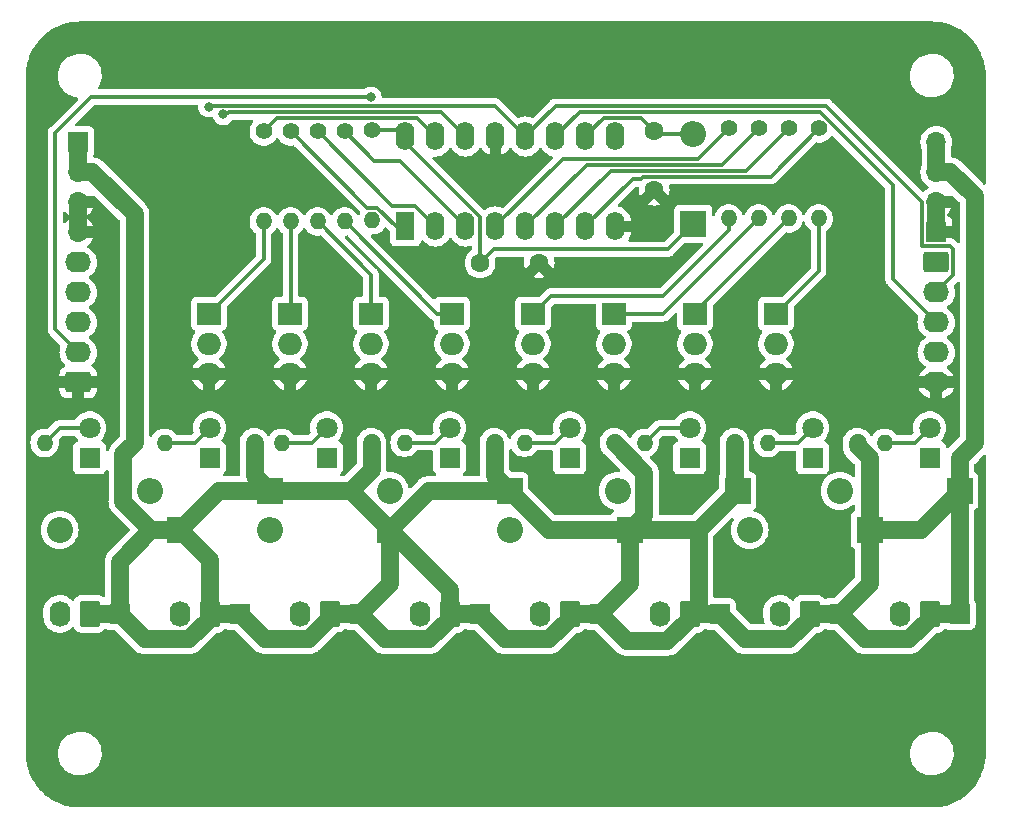
<source format=gtl>
G04 #@! TF.GenerationSoftware,KiCad,Pcbnew,7.0.1*
G04 #@! TF.CreationDate,2023-07-05T13:59:42-05:00*
G04 #@! TF.ProjectId,shift register mosfet array,73686966-7420-4726-9567-697374657220,rev?*
G04 #@! TF.SameCoordinates,Original*
G04 #@! TF.FileFunction,Copper,L1,Top*
G04 #@! TF.FilePolarity,Positive*
%FSLAX46Y46*%
G04 Gerber Fmt 4.6, Leading zero omitted, Abs format (unit mm)*
G04 Created by KiCad (PCBNEW 7.0.1) date 2023-07-05 13:59:42*
%MOMM*%
%LPD*%
G01*
G04 APERTURE LIST*
G04 Aperture macros list*
%AMRoundRect*
0 Rectangle with rounded corners*
0 $1 Rounding radius*
0 $2 $3 $4 $5 $6 $7 $8 $9 X,Y pos of 4 corners*
0 Add a 4 corners polygon primitive as box body*
4,1,4,$2,$3,$4,$5,$6,$7,$8,$9,$2,$3,0*
0 Add four circle primitives for the rounded corners*
1,1,$1+$1,$2,$3*
1,1,$1+$1,$4,$5*
1,1,$1+$1,$6,$7*
1,1,$1+$1,$8,$9*
0 Add four rect primitives between the rounded corners*
20,1,$1+$1,$2,$3,$4,$5,0*
20,1,$1+$1,$4,$5,$6,$7,0*
20,1,$1+$1,$6,$7,$8,$9,0*
20,1,$1+$1,$8,$9,$2,$3,0*%
G04 Aperture macros list end*
G04 #@! TA.AperFunction,ComponentPad*
%ADD10R,2.000000X1.905000*%
G04 #@! TD*
G04 #@! TA.AperFunction,ComponentPad*
%ADD11O,2.000000X1.905000*%
G04 #@! TD*
G04 #@! TA.AperFunction,ComponentPad*
%ADD12R,1.700000X1.700000*%
G04 #@! TD*
G04 #@! TA.AperFunction,ComponentPad*
%ADD13RoundRect,0.250000X0.845000X-0.620000X0.845000X0.620000X-0.845000X0.620000X-0.845000X-0.620000X0*%
G04 #@! TD*
G04 #@! TA.AperFunction,ComponentPad*
%ADD14O,2.190000X1.740000*%
G04 #@! TD*
G04 #@! TA.AperFunction,ComponentPad*
%ADD15R,2.200000X2.200000*%
G04 #@! TD*
G04 #@! TA.AperFunction,ComponentPad*
%ADD16O,2.200000X2.200000*%
G04 #@! TD*
G04 #@! TA.AperFunction,ComponentPad*
%ADD17RoundRect,0.250000X-0.845000X0.620000X-0.845000X-0.620000X0.845000X-0.620000X0.845000X0.620000X0*%
G04 #@! TD*
G04 #@! TA.AperFunction,ComponentPad*
%ADD18C,1.400000*%
G04 #@! TD*
G04 #@! TA.AperFunction,ComponentPad*
%ADD19O,1.400000X1.400000*%
G04 #@! TD*
G04 #@! TA.AperFunction,ComponentPad*
%ADD20R,1.800000X1.800000*%
G04 #@! TD*
G04 #@! TA.AperFunction,ComponentPad*
%ADD21C,1.800000*%
G04 #@! TD*
G04 #@! TA.AperFunction,ComponentPad*
%ADD22O,1.700000X1.700000*%
G04 #@! TD*
G04 #@! TA.AperFunction,ComponentPad*
%ADD23RoundRect,0.250000X0.620000X0.845000X-0.620000X0.845000X-0.620000X-0.845000X0.620000X-0.845000X0*%
G04 #@! TD*
G04 #@! TA.AperFunction,ComponentPad*
%ADD24O,1.740000X2.190000*%
G04 #@! TD*
G04 #@! TA.AperFunction,ComponentPad*
%ADD25C,1.600000*%
G04 #@! TD*
G04 #@! TA.AperFunction,ComponentPad*
%ADD26R,1.600000X2.400000*%
G04 #@! TD*
G04 #@! TA.AperFunction,ComponentPad*
%ADD27O,1.600000X2.400000*%
G04 #@! TD*
G04 #@! TA.AperFunction,ViaPad*
%ADD28C,0.800000*%
G04 #@! TD*
G04 #@! TA.AperFunction,Conductor*
%ADD29C,0.300000*%
G04 #@! TD*
G04 #@! TA.AperFunction,Conductor*
%ADD30C,1.500000*%
G04 #@! TD*
G04 APERTURE END LIST*
D10*
X135890000Y-81534000D03*
D11*
X135890000Y-84074000D03*
X135890000Y-86614000D03*
D12*
X182433000Y-106934000D03*
D13*
X117977000Y-87326000D03*
D14*
X117977000Y-84786000D03*
X117977000Y-82246000D03*
X117977000Y-79706000D03*
X117977000Y-77166000D03*
D15*
X134173000Y-96520000D03*
D16*
X124013000Y-96520000D03*
D17*
X190621000Y-77166000D03*
D14*
X190621000Y-79706000D03*
X190621000Y-82246000D03*
X190621000Y-84786000D03*
X190621000Y-87326000D03*
D18*
X133680000Y-66091000D03*
D19*
X133680000Y-73711000D03*
D18*
X178130000Y-65837000D03*
D19*
X178130000Y-73457000D03*
D12*
X141793000Y-106934000D03*
D20*
X159573000Y-93726000D03*
D21*
X159573000Y-91186000D03*
D10*
X149606000Y-81534000D03*
D11*
X149606000Y-84074000D03*
X149606000Y-86614000D03*
D10*
X156464000Y-81534000D03*
D11*
X156464000Y-84074000D03*
X156464000Y-86614000D03*
D10*
X170180000Y-81534000D03*
D11*
X170180000Y-84074000D03*
X170180000Y-86614000D03*
D12*
X117977000Y-67006000D03*
D22*
X117977000Y-69546000D03*
X117977000Y-72086000D03*
X117977000Y-74626000D03*
D20*
X138999000Y-93731000D03*
D21*
X138999000Y-91191000D03*
D23*
X190053000Y-106934000D03*
D24*
X187513000Y-106934000D03*
D20*
X180147000Y-93731000D03*
D21*
X180147000Y-91191000D03*
D15*
X173797000Y-96520000D03*
D16*
X163637000Y-96520000D03*
D15*
X126553000Y-99822000D03*
D16*
X116393000Y-99822000D03*
D23*
X139253000Y-106914000D03*
D24*
X136713000Y-106914000D03*
D25*
X151993000Y-77216000D03*
X156993000Y-77216000D03*
D12*
X172273000Y-106934000D03*
X162113000Y-106934000D03*
D26*
X145678000Y-74133000D03*
D27*
X148218000Y-74133000D03*
X150758000Y-74133000D03*
X153298000Y-74133000D03*
X155838000Y-74133000D03*
X158378000Y-74133000D03*
X160918000Y-74133000D03*
X163458000Y-74133000D03*
X163458000Y-66513000D03*
X160918000Y-66513000D03*
X158378000Y-66513000D03*
X155838000Y-66513000D03*
X153298000Y-66513000D03*
X150758000Y-66513000D03*
X148218000Y-66513000D03*
X145678000Y-66513000D03*
D18*
X173050000Y-65837000D03*
D19*
X173050000Y-73457000D03*
D12*
X192593000Y-106934000D03*
D18*
X135966000Y-66091000D03*
D19*
X135966000Y-73711000D03*
D18*
X138252000Y-66091000D03*
D19*
X138252000Y-73711000D03*
D18*
X175590000Y-65837000D03*
D19*
X175590000Y-73457000D03*
D15*
X164653000Y-99822000D03*
D16*
X154493000Y-99822000D03*
D15*
X144333000Y-99822000D03*
D16*
X134173000Y-99822000D03*
D10*
X142748000Y-81534000D03*
D11*
X142748000Y-84074000D03*
X142748000Y-86614000D03*
D20*
X149413000Y-93726000D03*
D21*
X149413000Y-91186000D03*
D18*
X142869000Y-65990000D03*
D19*
X142869000Y-73610000D03*
D10*
X177038000Y-81534000D03*
D11*
X177038000Y-84074000D03*
X177038000Y-86614000D03*
D18*
X180670000Y-65837000D03*
D19*
X180670000Y-73457000D03*
D23*
X118933000Y-106934000D03*
D24*
X116393000Y-106934000D03*
D15*
X192593000Y-96520000D03*
D16*
X182433000Y-96520000D03*
D10*
X163322000Y-81534000D03*
D11*
X163322000Y-84074000D03*
X163322000Y-86614000D03*
D23*
X149413000Y-106934000D03*
D24*
X146873000Y-106934000D03*
D23*
X179893000Y-106934000D03*
D24*
X177353000Y-106934000D03*
D23*
X159573000Y-106934000D03*
D24*
X157033000Y-106934000D03*
D20*
X190053000Y-93731000D03*
D21*
X190053000Y-91191000D03*
D18*
X140538000Y-66091000D03*
D19*
X140538000Y-73711000D03*
D12*
X190621000Y-74626000D03*
D22*
X190621000Y-72086000D03*
X190621000Y-69546000D03*
X190621000Y-67006000D03*
D20*
X129093000Y-93731000D03*
D21*
X129093000Y-91191000D03*
D12*
X121473000Y-106934000D03*
D23*
X129093000Y-106934000D03*
D24*
X126553000Y-106934000D03*
D20*
X118933000Y-93731000D03*
D21*
X118933000Y-91191000D03*
D10*
X129032000Y-81534000D03*
D11*
X129032000Y-84074000D03*
X129032000Y-86614000D03*
D25*
X166745000Y-66070000D03*
X166745000Y-71070000D03*
D15*
X184973000Y-99822000D03*
D16*
X174813000Y-99822000D03*
D20*
X169733000Y-93731000D03*
D21*
X169733000Y-91191000D03*
D15*
X154493000Y-96520000D03*
D16*
X144333000Y-96520000D03*
D23*
X169733000Y-106934000D03*
D24*
X167193000Y-106934000D03*
D12*
X151953000Y-106934000D03*
X131633000Y-106934000D03*
D15*
X170047000Y-73904000D03*
D16*
X170047000Y-66284000D03*
D18*
X173543000Y-92456000D03*
D19*
X165923000Y-92456000D03*
D18*
X132903000Y-92456000D03*
D19*
X125283000Y-92456000D03*
D18*
X142809000Y-92456000D03*
D19*
X135189000Y-92456000D03*
D18*
X163383000Y-92451000D03*
D19*
X155763000Y-92451000D03*
D18*
X153223000Y-92451000D03*
D19*
X145603000Y-92451000D03*
D18*
X183957000Y-92456000D03*
D19*
X176337000Y-92456000D03*
D18*
X193863000Y-92456000D03*
D19*
X186243000Y-92456000D03*
D18*
X122743000Y-92456000D03*
D19*
X115123000Y-92456000D03*
D28*
X142748000Y-63190500D03*
X129032000Y-64008000D03*
X130256780Y-64650335D03*
D29*
X165638000Y-64963000D02*
X162468000Y-64963000D01*
X170047000Y-66284000D02*
X166959000Y-66284000D01*
X166745000Y-66070000D02*
X165638000Y-64963000D01*
X166959000Y-66284000D02*
X166745000Y-66070000D01*
X162468000Y-64963000D02*
X160918000Y-66513000D01*
D30*
X190621000Y-72086000D02*
X190621000Y-74626000D01*
X117977000Y-72086000D02*
X117977000Y-74626000D01*
D29*
X151993000Y-77216000D02*
X153143000Y-76066000D01*
X142869000Y-65990000D02*
X145155000Y-65990000D01*
X151993000Y-73341654D02*
X145678000Y-67026654D01*
X151993000Y-77216000D02*
X151993000Y-73341654D01*
X117977000Y-84786000D02*
X116032000Y-82841000D01*
X145155000Y-65990000D02*
X145678000Y-66513000D01*
X145678000Y-67026654D02*
X145678000Y-66513000D01*
X116032000Y-82841000D02*
X116032000Y-66201000D01*
X153143000Y-76066000D02*
X167885000Y-76066000D01*
X167885000Y-76066000D02*
X170047000Y-73904000D01*
X119042500Y-63190500D02*
X142748000Y-63190500D01*
X116032000Y-66201000D02*
X119042500Y-63190500D01*
X116388000Y-91191000D02*
X118933000Y-91191000D01*
X115123000Y-92456000D02*
X116388000Y-91191000D01*
X127828000Y-92456000D02*
X129093000Y-91191000D01*
X125283000Y-92456000D02*
X127828000Y-92456000D01*
X135189000Y-92456000D02*
X137734000Y-92456000D01*
X137734000Y-92456000D02*
X138999000Y-91191000D01*
X145603000Y-92451000D02*
X148148000Y-92451000D01*
X148148000Y-92451000D02*
X149413000Y-91186000D01*
X158308000Y-92451000D02*
X159573000Y-91186000D01*
X155763000Y-92451000D02*
X158308000Y-92451000D01*
X167188000Y-91191000D02*
X169733000Y-91191000D01*
X165923000Y-92456000D02*
X167188000Y-91191000D01*
X176337000Y-92456000D02*
X178882000Y-92456000D01*
X178882000Y-92456000D02*
X180147000Y-91191000D01*
X188788000Y-92456000D02*
X190053000Y-91191000D01*
X186243000Y-92456000D02*
X188788000Y-92456000D01*
D30*
X157795000Y-99822000D02*
X164653000Y-99822000D01*
X154493000Y-96520000D02*
X153223000Y-95250000D01*
X192593000Y-106934000D02*
X190053000Y-106934000D01*
X121473000Y-106934000D02*
X118933000Y-106934000D01*
X124168374Y-99822000D02*
X121473000Y-102517374D01*
X184973000Y-99822000D02*
X184973000Y-93766940D01*
X117977000Y-67006000D02*
X117977000Y-69546000D01*
X165862000Y-98613000D02*
X165862000Y-94975940D01*
X159573000Y-106934000D02*
X159573000Y-107334290D01*
X164653000Y-99822000D02*
X164653000Y-104394000D01*
X179893000Y-106934000D02*
X182433000Y-106934000D01*
X183957000Y-92750940D02*
X183957000Y-92456000D01*
X134173000Y-96520000D02*
X129855000Y-96520000D01*
X179893000Y-106934000D02*
X179893000Y-107334290D01*
X129855000Y-96520000D02*
X126553000Y-99822000D01*
X192593000Y-96520000D02*
X192593000Y-93726000D01*
X159573000Y-107334290D02*
X157828290Y-109079000D01*
X174418000Y-109079000D02*
X172273000Y-106934000D01*
X170495000Y-106172000D02*
X169733000Y-106934000D01*
X139253000Y-106914000D02*
X139253000Y-107314290D01*
X153223000Y-95250000D02*
X153223000Y-92451000D01*
X149413000Y-104902000D02*
X149413000Y-106934000D01*
X141031000Y-96520000D02*
X144333000Y-99822000D01*
X121473000Y-102517374D02*
X121473000Y-106934000D01*
X184578000Y-109079000D02*
X182433000Y-106934000D01*
X126553000Y-99822000D02*
X129093000Y-102362000D01*
X190053000Y-106934000D02*
X190053000Y-107334290D01*
X190621000Y-69546000D02*
X191823081Y-69546000D01*
X122743000Y-92456000D02*
X121788000Y-93411000D01*
X121788000Y-93411000D02*
X121788000Y-97441626D01*
X184973000Y-104394000D02*
X182433000Y-106934000D01*
X122743000Y-92456000D02*
X122743000Y-73109919D01*
X154098000Y-109079000D02*
X151953000Y-106934000D01*
X123618000Y-109079000D02*
X121473000Y-106934000D01*
X170495000Y-99822000D02*
X170495000Y-106172000D01*
X169733000Y-106934000D02*
X172273000Y-106934000D01*
X129093000Y-106934000D02*
X129093000Y-107334290D01*
X132903000Y-92456000D02*
X132903000Y-95250000D01*
X144333000Y-99822000D02*
X144333000Y-104394000D01*
X139253000Y-107314290D02*
X137508290Y-109059000D01*
X164653000Y-99822000D02*
X170495000Y-99822000D01*
X143938000Y-109079000D02*
X141793000Y-106934000D01*
X192593000Y-96520000D02*
X192593000Y-106934000D01*
X129093000Y-107334290D02*
X127348290Y-109079000D01*
X137508290Y-109059000D02*
X133758000Y-109059000D01*
X154493000Y-96520000D02*
X147635000Y-96520000D01*
X141793000Y-106934000D02*
X139273000Y-106934000D01*
X170495000Y-99822000D02*
X173797000Y-96520000D01*
X132903000Y-95250000D02*
X134173000Y-96520000D01*
X159573000Y-106934000D02*
X162113000Y-106934000D01*
X144333000Y-104394000D02*
X141793000Y-106934000D01*
X142809000Y-94742000D02*
X142809000Y-92456000D01*
X188308290Y-109079000D02*
X184578000Y-109079000D01*
X134173000Y-96520000D02*
X141031000Y-96520000D01*
X184973000Y-99822000D02*
X189291000Y-99822000D01*
X122743000Y-73109919D02*
X119179081Y-69546000D01*
X191823081Y-69546000D02*
X193863000Y-71585919D01*
X169733000Y-107334290D02*
X167847290Y-109220000D01*
X173543000Y-92456000D02*
X173543000Y-96266000D01*
X192593000Y-93726000D02*
X193863000Y-92456000D01*
X190621000Y-67006000D02*
X190621000Y-69546000D01*
X193863000Y-71585919D02*
X193863000Y-92456000D01*
X147635000Y-96520000D02*
X144333000Y-99822000D01*
X173543000Y-96266000D02*
X173797000Y-96520000D01*
X149413000Y-106934000D02*
X149413000Y-107334290D01*
X129093000Y-106934000D02*
X131633000Y-106934000D01*
X179893000Y-107334290D02*
X178148290Y-109079000D01*
X157828290Y-109079000D02*
X154098000Y-109079000D01*
X189291000Y-99822000D02*
X192593000Y-96520000D01*
X124168374Y-99822000D02*
X126553000Y-99822000D01*
X119179081Y-69546000D02*
X117977000Y-69546000D01*
X184973000Y-99822000D02*
X184973000Y-104394000D01*
X139273000Y-106934000D02*
X139253000Y-106914000D01*
X154493000Y-96520000D02*
X157795000Y-99822000D01*
X184973000Y-93766940D02*
X183957000Y-92750940D01*
X149413000Y-107334290D02*
X147668290Y-109079000D01*
X164653000Y-104394000D02*
X162113000Y-106934000D01*
X164653000Y-99822000D02*
X165862000Y-98613000D01*
X149413000Y-106934000D02*
X151953000Y-106934000D01*
X127348290Y-109079000D02*
X123618000Y-109079000D01*
X167847290Y-109220000D02*
X164399000Y-109220000D01*
X121788000Y-97441626D02*
X124168374Y-99822000D01*
X129093000Y-102362000D02*
X129093000Y-106934000D01*
X164399000Y-109220000D02*
X162113000Y-106934000D01*
X169733000Y-106934000D02*
X169733000Y-107334290D01*
X133758000Y-109059000D02*
X131633000Y-106934000D01*
X141031000Y-96520000D02*
X142809000Y-94742000D01*
X147668290Y-109079000D02*
X143938000Y-109079000D01*
X190053000Y-107334290D02*
X188308290Y-109079000D01*
X163383000Y-92496940D02*
X163383000Y-92451000D01*
X178148290Y-109079000D02*
X174418000Y-109079000D01*
X144333000Y-99822000D02*
X149413000Y-104902000D01*
X165862000Y-94975940D02*
X163383000Y-92496940D01*
D29*
X186944000Y-78569000D02*
X190621000Y-82246000D01*
X186944000Y-70626075D02*
X186944000Y-78569000D01*
X160428000Y-64463000D02*
X180780925Y-64463000D01*
X158378000Y-66513000D02*
X160428000Y-64463000D01*
X180780925Y-64463000D02*
X186944000Y-70626075D01*
X181311000Y-63963000D02*
X158388000Y-63963000D01*
X189421000Y-72073000D02*
X181311000Y-63963000D01*
X192066000Y-76071000D02*
X191821000Y-75826000D01*
X192066000Y-78261000D02*
X192066000Y-76071000D01*
X129032000Y-64008000D02*
X129139665Y-63900335D01*
X158388000Y-63963000D02*
X155838000Y-66513000D01*
X155838000Y-66513000D02*
X153265000Y-63940000D01*
X191821000Y-75826000D02*
X189421000Y-75826000D01*
X153265000Y-63940000D02*
X130495894Y-63940000D01*
X190621000Y-79706000D02*
X192066000Y-78261000D01*
X129139665Y-63900335D02*
X130495894Y-63900335D01*
X189421000Y-75826000D02*
X189421000Y-72073000D01*
X130256780Y-64650335D02*
X130492665Y-64650335D01*
X130492665Y-64650335D02*
X130703000Y-64440000D01*
X148685000Y-64440000D02*
X150758000Y-66513000D01*
X130703000Y-64440000D02*
X148685000Y-64440000D01*
X135966000Y-81458000D02*
X135890000Y-81534000D01*
X135966000Y-73711000D02*
X135966000Y-81458000D01*
X142748000Y-78207000D02*
X142748000Y-81534000D01*
X138252000Y-73711000D02*
X142748000Y-78207000D01*
X148361000Y-81534000D02*
X149606000Y-81534000D01*
X140538000Y-73711000D02*
X148361000Y-81534000D01*
X157988000Y-80010000D02*
X156464000Y-81534000D01*
X167486949Y-80010000D02*
X157988000Y-80010000D01*
X173050000Y-74446949D02*
X167486949Y-80010000D01*
X173050000Y-73457000D02*
X173050000Y-74446949D01*
X175590000Y-73457000D02*
X167513000Y-81534000D01*
X167513000Y-81534000D02*
X163322000Y-81534000D01*
X180670000Y-77902000D02*
X177038000Y-81534000D01*
X180670000Y-73457000D02*
X180670000Y-77902000D01*
X133680000Y-66091000D02*
X134831000Y-64940000D01*
X134831000Y-64940000D02*
X146645000Y-64940000D01*
X146645000Y-64940000D02*
X148218000Y-66513000D01*
X133680000Y-73711000D02*
X133680000Y-76886000D01*
X133680000Y-76886000D02*
X129032000Y-81534000D01*
X142435000Y-72560000D02*
X143303925Y-72560000D01*
X144876925Y-74133000D02*
X145678000Y-74133000D01*
X143303925Y-72560000D02*
X144876925Y-74133000D01*
X135966000Y-66091000D02*
X142435000Y-72560000D01*
X138252000Y-66091000D02*
X144551000Y-72390000D01*
X144551000Y-72390000D02*
X146475000Y-72390000D01*
X146475000Y-72390000D02*
X148218000Y-74133000D01*
X143027000Y-68580000D02*
X145205000Y-68580000D01*
X145205000Y-68580000D02*
X150758000Y-74133000D01*
X140538000Y-66091000D02*
X143027000Y-68580000D01*
X159011000Y-68420000D02*
X170467000Y-68420000D01*
X153298000Y-74133000D02*
X159011000Y-68420000D01*
X170467000Y-68420000D02*
X173050000Y-65837000D01*
X161051000Y-68920000D02*
X172507000Y-68920000D01*
X155838000Y-74133000D02*
X161051000Y-68920000D01*
X172507000Y-68920000D02*
X175590000Y-65837000D01*
X158378000Y-74133000D02*
X163091000Y-69420000D01*
X174547000Y-69420000D02*
X178130000Y-65837000D01*
X163091000Y-69420000D02*
X174547000Y-69420000D01*
X170180000Y-81534000D02*
X170180000Y-81407000D01*
X170180000Y-81407000D02*
X178130000Y-73457000D01*
X160918000Y-74133000D02*
X164947000Y-70104000D01*
X165608000Y-70104000D02*
X165792000Y-69920000D01*
X165792000Y-69920000D02*
X176587000Y-69920000D01*
X164947000Y-70104000D02*
X165608000Y-70104000D01*
X176587000Y-69920000D02*
X180670000Y-65837000D01*
G04 #@! TA.AperFunction,Conductor*
G36*
X190248702Y-56783617D02*
G01*
X190440787Y-56792004D01*
X190645340Y-56801462D01*
X190655772Y-56802388D01*
X190855723Y-56828712D01*
X190856340Y-56828796D01*
X191052505Y-56856160D01*
X191062156Y-56857900D01*
X191260370Y-56901843D01*
X191261781Y-56902166D01*
X191453048Y-56947151D01*
X191461927Y-56949591D01*
X191656027Y-57010791D01*
X191658043Y-57011446D01*
X191843817Y-57073711D01*
X191851828Y-57076709D01*
X192040191Y-57154732D01*
X192042618Y-57155769D01*
X192221631Y-57234811D01*
X192228731Y-57238223D01*
X192409668Y-57332413D01*
X192412742Y-57334068D01*
X192583408Y-57429129D01*
X192589667Y-57432862D01*
X192761757Y-57542496D01*
X192765208Y-57544776D01*
X192926273Y-57655107D01*
X192931684Y-57659032D01*
X193093620Y-57783291D01*
X193097350Y-57786269D01*
X193247480Y-57910936D01*
X193252036Y-57914910D01*
X193402538Y-58052819D01*
X193406446Y-58056561D01*
X193544437Y-58194552D01*
X193548179Y-58198460D01*
X193686088Y-58348962D01*
X193690062Y-58353518D01*
X193814729Y-58503648D01*
X193817707Y-58507378D01*
X193941966Y-58669314D01*
X193945891Y-58674725D01*
X194056222Y-58835790D01*
X194058502Y-58839241D01*
X194168136Y-59011331D01*
X194171885Y-59017617D01*
X194266925Y-59188248D01*
X194268585Y-59191330D01*
X194362764Y-59372245D01*
X194366199Y-59379395D01*
X194445193Y-59558299D01*
X194446296Y-59560877D01*
X194524282Y-59749152D01*
X194527293Y-59757199D01*
X194589530Y-59942889D01*
X194590219Y-59945008D01*
X194651405Y-60139066D01*
X194653850Y-60147963D01*
X194698815Y-60339143D01*
X194699170Y-60340694D01*
X194743093Y-60538814D01*
X194744843Y-60548522D01*
X194772182Y-60744512D01*
X194772310Y-60745458D01*
X194798608Y-60945214D01*
X194799537Y-60955672D01*
X194809008Y-61160508D01*
X194809022Y-61160826D01*
X194817382Y-61352297D01*
X194817500Y-61357706D01*
X194817500Y-70472583D01*
X194803985Y-70528878D01*
X194766385Y-70572901D01*
X194712898Y-70595056D01*
X194655182Y-70590514D01*
X194605819Y-70560264D01*
X192761897Y-68716342D01*
X192752631Y-68705974D01*
X192730587Y-68678332D01*
X192680684Y-68634732D01*
X192674588Y-68629033D01*
X192667608Y-68622053D01*
X192636336Y-68595945D01*
X192634221Y-68594139D01*
X192592649Y-68557819D01*
X192561077Y-68530235D01*
X192557317Y-68527988D01*
X192541451Y-68516730D01*
X192538099Y-68513931D01*
X192453629Y-68466001D01*
X192451226Y-68464601D01*
X192367846Y-68414785D01*
X192363752Y-68413249D01*
X192346127Y-68405003D01*
X192342326Y-68402847D01*
X192342325Y-68402846D01*
X192342324Y-68402846D01*
X192250649Y-68370767D01*
X192248035Y-68369819D01*
X192157109Y-68335694D01*
X192157106Y-68335693D01*
X192157105Y-68335693D01*
X192152802Y-68334911D01*
X192133998Y-68329948D01*
X192129863Y-68328501D01*
X192033928Y-68313306D01*
X192031188Y-68312841D01*
X192011874Y-68309336D01*
X191973358Y-68302346D01*
X191921123Y-68279557D01*
X191884598Y-68235807D01*
X191871500Y-68180340D01*
X191871500Y-67547341D01*
X191883118Y-67494937D01*
X191894902Y-67469665D01*
X191898685Y-67455549D01*
X191956063Y-67241408D01*
X191976659Y-67006000D01*
X191973490Y-66969784D01*
X191956063Y-66770592D01*
X191944031Y-66725688D01*
X191894903Y-66542337D01*
X191795035Y-66328171D01*
X191659495Y-66134599D01*
X191492401Y-65967505D01*
X191298830Y-65831965D01*
X191084663Y-65732097D01*
X191023501Y-65715709D01*
X190856407Y-65670936D01*
X190621000Y-65650340D01*
X190385592Y-65670936D01*
X190157336Y-65732097D01*
X189943170Y-65831965D01*
X189749598Y-65967505D01*
X189582505Y-66134598D01*
X189446965Y-66328170D01*
X189347097Y-66542336D01*
X189285936Y-66770592D01*
X189265340Y-67005999D01*
X189285936Y-67241407D01*
X189347097Y-67469665D01*
X189358882Y-67494937D01*
X189370500Y-67547341D01*
X189370500Y-69004659D01*
X189358882Y-69057063D01*
X189347097Y-69082334D01*
X189285936Y-69310592D01*
X189265340Y-69546000D01*
X189285936Y-69781407D01*
X189326500Y-69932793D01*
X189347097Y-70009663D01*
X189446965Y-70223830D01*
X189582505Y-70417401D01*
X189749599Y-70584495D01*
X189935597Y-70714732D01*
X189974460Y-70759048D01*
X189988471Y-70816305D01*
X189974461Y-70873561D01*
X189935595Y-70917880D01*
X189749919Y-71047892D01*
X189620560Y-71177252D01*
X189564973Y-71209346D01*
X189500785Y-71209346D01*
X189445198Y-71177252D01*
X181831434Y-63563488D01*
X181818091Y-63546833D01*
X181765166Y-63497134D01*
X181762369Y-63494423D01*
X181742034Y-63474088D01*
X181738547Y-63471383D01*
X181729671Y-63463801D01*
X181696394Y-63432552D01*
X181677793Y-63422326D01*
X181661532Y-63411645D01*
X181658834Y-63409552D01*
X181644764Y-63398638D01*
X181621177Y-63388431D01*
X181602869Y-63380508D01*
X181592379Y-63375369D01*
X181552367Y-63353372D01*
X181531800Y-63348091D01*
X181513398Y-63341791D01*
X181493924Y-63333364D01*
X181448837Y-63326223D01*
X181437398Y-63323854D01*
X181393178Y-63312500D01*
X181393177Y-63312500D01*
X181371955Y-63312500D01*
X181352556Y-63310973D01*
X181331596Y-63307653D01*
X181331595Y-63307653D01*
X181309558Y-63309736D01*
X181286139Y-63311950D01*
X181274470Y-63312500D01*
X158473505Y-63312500D01*
X158452294Y-63310158D01*
X158379724Y-63312439D01*
X158375829Y-63312500D01*
X158347074Y-63312500D01*
X158342701Y-63313052D01*
X158331069Y-63313967D01*
X158285428Y-63315401D01*
X158265041Y-63321324D01*
X158245998Y-63325268D01*
X158224942Y-63327928D01*
X158182496Y-63344733D01*
X158171450Y-63348514D01*
X158127602Y-63361254D01*
X158109324Y-63372063D01*
X158091861Y-63380618D01*
X158072130Y-63388431D01*
X158035187Y-63415270D01*
X158025428Y-63421680D01*
X157986135Y-63444918D01*
X157971125Y-63459928D01*
X157956336Y-63472558D01*
X157939164Y-63485034D01*
X157910057Y-63520218D01*
X157902196Y-63528856D01*
X156523409Y-64907643D01*
X156481510Y-64935201D01*
X156432122Y-64943910D01*
X156383324Y-64932345D01*
X156362323Y-64922552D01*
X156284496Y-64886261D01*
X156070503Y-64828922D01*
X156064689Y-64827364D01*
X155838000Y-64807531D01*
X155611310Y-64827364D01*
X155391500Y-64886262D01*
X155292675Y-64932345D01*
X155243877Y-64943911D01*
X155194489Y-64935202D01*
X155152590Y-64907644D01*
X153785434Y-63540488D01*
X153772091Y-63523833D01*
X153719166Y-63474134D01*
X153716369Y-63471423D01*
X153696034Y-63451088D01*
X153692547Y-63448383D01*
X153683671Y-63440801D01*
X153650394Y-63409552D01*
X153631793Y-63399326D01*
X153615532Y-63388645D01*
X153598764Y-63375638D01*
X153598142Y-63375369D01*
X153556869Y-63357508D01*
X153546379Y-63352369D01*
X153506367Y-63330372D01*
X153485800Y-63325091D01*
X153467398Y-63318791D01*
X153447924Y-63310364D01*
X153402837Y-63303223D01*
X153391398Y-63300854D01*
X153347178Y-63289500D01*
X153347177Y-63289500D01*
X153325955Y-63289500D01*
X153306556Y-63287973D01*
X153285596Y-63284653D01*
X153285595Y-63284653D01*
X153263558Y-63286736D01*
X153240139Y-63288950D01*
X153228470Y-63289500D01*
X143775515Y-63289500D01*
X143717300Y-63274985D01*
X143672714Y-63234840D01*
X143652194Y-63178463D01*
X143633674Y-63002244D01*
X143575623Y-62823582D01*
X143575179Y-62822215D01*
X143480533Y-62658283D01*
X143353870Y-62517610D01*
X143200730Y-62406348D01*
X143027802Y-62329355D01*
X142842648Y-62290000D01*
X142842646Y-62290000D01*
X142653354Y-62290000D01*
X142653352Y-62290000D01*
X142468197Y-62329355D01*
X142295272Y-62406347D01*
X142228537Y-62454832D01*
X142143907Y-62516319D01*
X142109343Y-62533931D01*
X142071025Y-62540000D01*
X119778714Y-62540000D01*
X119714118Y-62521846D01*
X119668436Y-62472698D01*
X119655045Y-62406949D01*
X119677866Y-62343850D01*
X119693796Y-62321583D01*
X119693795Y-62321583D01*
X119693799Y-62321579D01*
X119817656Y-62080675D01*
X119905118Y-61824305D01*
X119954319Y-61557933D01*
X119959259Y-61422764D01*
X188391787Y-61422764D01*
X188421413Y-61692016D01*
X188489928Y-61954087D01*
X188595871Y-62203392D01*
X188736982Y-62434611D01*
X188826253Y-62541881D01*
X188910255Y-62642820D01*
X189111998Y-62823582D01*
X189337910Y-62973044D01*
X189444211Y-63022875D01*
X189583177Y-63088021D01*
X189842562Y-63166058D01*
X189842569Y-63166060D01*
X190110561Y-63205500D01*
X190313631Y-63205500D01*
X190313634Y-63205500D01*
X190516156Y-63190677D01*
X190570995Y-63178461D01*
X190780553Y-63131780D01*
X191033558Y-63035014D01*
X191269777Y-62902441D01*
X191484177Y-62736888D01*
X191672186Y-62541881D01*
X191829799Y-62321579D01*
X191953656Y-62080675D01*
X192041118Y-61824305D01*
X192090319Y-61557933D01*
X192100212Y-61287235D01*
X192070586Y-61017982D01*
X192002072Y-60755912D01*
X191896130Y-60506610D01*
X191755018Y-60275390D01*
X191755017Y-60275388D01*
X191581746Y-60067181D01*
X191476758Y-59973112D01*
X191380002Y-59886418D01*
X191154090Y-59736956D01*
X191154086Y-59736954D01*
X190908822Y-59621978D01*
X190649437Y-59543941D01*
X190649431Y-59543940D01*
X190381439Y-59504500D01*
X190178369Y-59504500D01*
X190178366Y-59504500D01*
X189975843Y-59519322D01*
X189711449Y-59578219D01*
X189458441Y-59674986D01*
X189222223Y-59807559D01*
X189007825Y-59973109D01*
X188819813Y-60168120D01*
X188662201Y-60388420D01*
X188538342Y-60629329D01*
X188450881Y-60885695D01*
X188401680Y-61152066D01*
X188391787Y-61422764D01*
X119959259Y-61422764D01*
X119964212Y-61287235D01*
X119934586Y-61017982D01*
X119866072Y-60755912D01*
X119760130Y-60506610D01*
X119619018Y-60275390D01*
X119619017Y-60275388D01*
X119445746Y-60067181D01*
X119340758Y-59973112D01*
X119244002Y-59886418D01*
X119018090Y-59736956D01*
X119018086Y-59736954D01*
X118772822Y-59621978D01*
X118513437Y-59543941D01*
X118513431Y-59543940D01*
X118245439Y-59504500D01*
X118042369Y-59504500D01*
X118042366Y-59504500D01*
X117839843Y-59519322D01*
X117575449Y-59578219D01*
X117322441Y-59674986D01*
X117086223Y-59807559D01*
X116871825Y-59973109D01*
X116683813Y-60168120D01*
X116526201Y-60388420D01*
X116402342Y-60629329D01*
X116314881Y-60885695D01*
X116265680Y-61152066D01*
X116255787Y-61422764D01*
X116285413Y-61692016D01*
X116353928Y-61954087D01*
X116459871Y-62203392D01*
X116600982Y-62434611D01*
X116690253Y-62541881D01*
X116774255Y-62642820D01*
X116975998Y-62823582D01*
X117201910Y-62973044D01*
X117308211Y-63022875D01*
X117447177Y-63088021D01*
X117650025Y-63149048D01*
X117706569Y-63166060D01*
X117846428Y-63186642D01*
X117908123Y-63214371D01*
X117946089Y-63270356D01*
X117949023Y-63337937D01*
X117916051Y-63397001D01*
X115632484Y-65680568D01*
X115615831Y-65693910D01*
X115566133Y-65746833D01*
X115563427Y-65749626D01*
X115543083Y-65769971D01*
X115540376Y-65773460D01*
X115532807Y-65782321D01*
X115501551Y-65815607D01*
X115491322Y-65834212D01*
X115480645Y-65850467D01*
X115467636Y-65867238D01*
X115449506Y-65909132D01*
X115444370Y-65919616D01*
X115422372Y-65959632D01*
X115417091Y-65980199D01*
X115410791Y-65998600D01*
X115402364Y-66018074D01*
X115395223Y-66063161D01*
X115392855Y-66074593D01*
X115384246Y-66108130D01*
X115381500Y-66118824D01*
X115381500Y-66140045D01*
X115379973Y-66159444D01*
X115376653Y-66180403D01*
X115380950Y-66225861D01*
X115381500Y-66237530D01*
X115381500Y-82755495D01*
X115379158Y-82776704D01*
X115381439Y-82849262D01*
X115381500Y-82853157D01*
X115381500Y-82881926D01*
X115382053Y-82886307D01*
X115382968Y-82897940D01*
X115384402Y-82943569D01*
X115390323Y-82963950D01*
X115394267Y-82982995D01*
X115396928Y-83004059D01*
X115413737Y-83046515D01*
X115417520Y-83057563D01*
X115430256Y-83101400D01*
X115441061Y-83119670D01*
X115449621Y-83137143D01*
X115457431Y-83156869D01*
X115484267Y-83193808D01*
X115490673Y-83203560D01*
X115513919Y-83242865D01*
X115513920Y-83242866D01*
X115513921Y-83242867D01*
X115528925Y-83257871D01*
X115541562Y-83272667D01*
X115554036Y-83289836D01*
X115554037Y-83289837D01*
X115589212Y-83318936D01*
X115597854Y-83326800D01*
X116439071Y-84168017D01*
X116471714Y-84225728D01*
X116469955Y-84292007D01*
X116407417Y-84496217D01*
X116407417Y-84496219D01*
X116407417Y-84496220D01*
X116386488Y-84659659D01*
X116377784Y-84727627D01*
X116387685Y-84960704D01*
X116436836Y-85188767D01*
X116499334Y-85344297D01*
X116523821Y-85405235D01*
X116646138Y-85603891D01*
X116646139Y-85603892D01*
X116800270Y-85779019D01*
X116840230Y-85811285D01*
X116878557Y-85864546D01*
X116884337Y-85929908D01*
X116855953Y-85989069D01*
X116823256Y-86010861D01*
X116825213Y-86014034D01*
X116663654Y-86113683D01*
X116539683Y-86237654D01*
X116447642Y-86386877D01*
X116392493Y-86553303D01*
X116382000Y-86656021D01*
X116382000Y-86826000D01*
X119571999Y-86826000D01*
X119571999Y-86656021D01*
X119561506Y-86553304D01*
X119506357Y-86386877D01*
X119414316Y-86237654D01*
X119290345Y-86113683D01*
X119128787Y-86014034D01*
X119130573Y-86011137D01*
X119099622Y-85990975D01*
X119070546Y-85935004D01*
X119072765Y-85871971D01*
X119105702Y-85818185D01*
X119234516Y-85694728D01*
X119373240Y-85507161D01*
X119478270Y-85298847D01*
X119546583Y-85075780D01*
X119576216Y-84844376D01*
X119566314Y-84611293D01*
X119517164Y-84383235D01*
X119480505Y-84292007D01*
X119430180Y-84166768D01*
X119430179Y-84166765D01*
X119307862Y-83968109D01*
X119153731Y-83792982D01*
X119153729Y-83792980D01*
X118972221Y-83646421D01*
X118931897Y-83623895D01*
X118886782Y-83580655D01*
X118868484Y-83520904D01*
X118881649Y-83459816D01*
X118922933Y-83412909D01*
X119066088Y-83316153D01*
X119234516Y-83154728D01*
X119373240Y-82967161D01*
X119478270Y-82758847D01*
X119546583Y-82535780D01*
X119576216Y-82304376D01*
X119566314Y-82071293D01*
X119517164Y-81843235D01*
X119480505Y-81752007D01*
X119430180Y-81626768D01*
X119430179Y-81626765D01*
X119307862Y-81428109D01*
X119153731Y-81252982D01*
X119153729Y-81252980D01*
X118972221Y-81106421D01*
X118931897Y-81083895D01*
X118886782Y-81040655D01*
X118868484Y-80980904D01*
X118881649Y-80919816D01*
X118922933Y-80872909D01*
X119066088Y-80776153D01*
X119234516Y-80614728D01*
X119373240Y-80427161D01*
X119478270Y-80218847D01*
X119546583Y-79995780D01*
X119576216Y-79764376D01*
X119566314Y-79531293D01*
X119517164Y-79303235D01*
X119485370Y-79224114D01*
X119430180Y-79086768D01*
X119430179Y-79086765D01*
X119307862Y-78888109D01*
X119153731Y-78712982D01*
X119153729Y-78712980D01*
X118972221Y-78566421D01*
X118931897Y-78543895D01*
X118886782Y-78500655D01*
X118868484Y-78440904D01*
X118881649Y-78379816D01*
X118922933Y-78332909D01*
X119066088Y-78236153D01*
X119234516Y-78074728D01*
X119373240Y-77887161D01*
X119478270Y-77678847D01*
X119546583Y-77455780D01*
X119576216Y-77224376D01*
X119566314Y-76991293D01*
X119517164Y-76763235D01*
X119512978Y-76752819D01*
X119445173Y-76584079D01*
X119430179Y-76546765D01*
X119307862Y-76348109D01*
X119153731Y-76172982D01*
X119153729Y-76172980D01*
X118972223Y-76026423D01*
X118787962Y-75923489D01*
X118743116Y-75880684D01*
X118724595Y-75821520D01*
X118737030Y-75760785D01*
X118777312Y-75713660D01*
X118848081Y-75664106D01*
X119015106Y-75497081D01*
X119150600Y-75303576D01*
X119233406Y-75126000D01*
X117601000Y-75126000D01*
X117539000Y-75109387D01*
X117493613Y-75064000D01*
X117477000Y-75002000D01*
X117477000Y-72586000D01*
X118477000Y-72586000D01*
X118477000Y-74126000D01*
X119233406Y-74126000D01*
X119233405Y-74125999D01*
X119150599Y-73948421D01*
X119015109Y-73754921D01*
X118848081Y-73587893D01*
X118661968Y-73457575D01*
X118623103Y-73413257D01*
X118609092Y-73356000D01*
X118623103Y-73298743D01*
X118661968Y-73254425D01*
X118848081Y-73124106D01*
X119015106Y-72957081D01*
X119150600Y-72763576D01*
X119233406Y-72586000D01*
X118477000Y-72586000D01*
X117477000Y-72586000D01*
X117477000Y-71710000D01*
X117493613Y-71648000D01*
X117539000Y-71602613D01*
X117601000Y-71586000D01*
X119233405Y-71586000D01*
X119234915Y-71583629D01*
X119274015Y-71544952D01*
X119325996Y-71526989D01*
X119380633Y-71533274D01*
X119427178Y-71562571D01*
X121456181Y-73591574D01*
X121483061Y-73631802D01*
X121492500Y-73679255D01*
X121492500Y-91886664D01*
X121483061Y-91934117D01*
X121456181Y-91974345D01*
X120958344Y-92472180D01*
X120947981Y-92481442D01*
X120920335Y-92503491D01*
X120876735Y-92553392D01*
X120871050Y-92559473D01*
X120864059Y-92566464D01*
X120837928Y-92597764D01*
X120836124Y-92599876D01*
X120772235Y-92673003D01*
X120769986Y-92676767D01*
X120758739Y-92692617D01*
X120755932Y-92695979D01*
X120707978Y-92780490D01*
X120706604Y-92782849D01*
X120667866Y-92847689D01*
X120656782Y-92866241D01*
X120655246Y-92870335D01*
X120647009Y-92887944D01*
X120644847Y-92891753D01*
X120612762Y-92983444D01*
X120611814Y-92986057D01*
X120573772Y-93087422D01*
X120570743Y-93086285D01*
X120554425Y-93122182D01*
X120506209Y-93158874D01*
X120446363Y-93168341D01*
X120389176Y-93148321D01*
X120348302Y-93103596D01*
X120333499Y-93044842D01*
X120333499Y-92783130D01*
X120333499Y-92783127D01*
X120327091Y-92723517D01*
X120276796Y-92588669D01*
X120190546Y-92473454D01*
X120075331Y-92387204D01*
X120022357Y-92367446D01*
X119995093Y-92357277D01*
X119945558Y-92323261D01*
X119917831Y-92269951D01*
X119918424Y-92209864D01*
X119947196Y-92157114D01*
X120041979Y-92054153D01*
X120168924Y-91859849D01*
X120262157Y-91647300D01*
X120319134Y-91422305D01*
X120338300Y-91191000D01*
X120319134Y-90959695D01*
X120262157Y-90734700D01*
X120168924Y-90522151D01*
X120041979Y-90327847D01*
X119884784Y-90157087D01*
X119701626Y-90014530D01*
X119497503Y-89904064D01*
X119497499Y-89904062D01*
X119497498Y-89904062D01*
X119277984Y-89828702D01*
X119106281Y-89800050D01*
X119049049Y-89790500D01*
X118816951Y-89790500D01*
X118771164Y-89798140D01*
X118588015Y-89828702D01*
X118368501Y-89904062D01*
X118164372Y-90014531D01*
X117981215Y-90157087D01*
X117835590Y-90315279D01*
X117824021Y-90327847D01*
X117721791Y-90484322D01*
X117676999Y-90525555D01*
X117617982Y-90540500D01*
X116473504Y-90540500D01*
X116452294Y-90538158D01*
X116379737Y-90540439D01*
X116375842Y-90540500D01*
X116347071Y-90540500D01*
X116342690Y-90541053D01*
X116331059Y-90541968D01*
X116285428Y-90543402D01*
X116265052Y-90549322D01*
X116246006Y-90553267D01*
X116224939Y-90555928D01*
X116182492Y-90572734D01*
X116171445Y-90576516D01*
X116127601Y-90589255D01*
X116109330Y-90600060D01*
X116091864Y-90608617D01*
X116072129Y-90616431D01*
X116035202Y-90643260D01*
X116025442Y-90649671D01*
X115986136Y-90672917D01*
X115971125Y-90687928D01*
X115956336Y-90700558D01*
X115939164Y-90713034D01*
X115910057Y-90748218D01*
X115902196Y-90756856D01*
X115423105Y-91235947D01*
X115372104Y-91266717D01*
X115312639Y-91270154D01*
X115234243Y-91255500D01*
X115011757Y-91255500D01*
X114793060Y-91296381D01*
X114793060Y-91296382D01*
X114585595Y-91376754D01*
X114396437Y-91493875D01*
X114232019Y-91643762D01*
X114097941Y-91821311D01*
X113998769Y-92020473D01*
X113937885Y-92234462D01*
X113917357Y-92456000D01*
X113937885Y-92677537D01*
X113998769Y-92891526D01*
X114097941Y-93090688D01*
X114232019Y-93268237D01*
X114396437Y-93418124D01*
X114585595Y-93535245D01*
X114585597Y-93535245D01*
X114585599Y-93535247D01*
X114793060Y-93615618D01*
X115011757Y-93656500D01*
X115234241Y-93656500D01*
X115234243Y-93656500D01*
X115452940Y-93615618D01*
X115660401Y-93535247D01*
X115849562Y-93418124D01*
X115950025Y-93326540D01*
X116013980Y-93268237D01*
X116013981Y-93268236D01*
X116148058Y-93090689D01*
X116247229Y-92891528D01*
X116248653Y-92886526D01*
X116276437Y-92788872D01*
X116308115Y-92677536D01*
X116328643Y-92456000D01*
X116309785Y-92252489D01*
X116316626Y-92198938D01*
X116345571Y-92153373D01*
X116621129Y-91877816D01*
X116661355Y-91850939D01*
X116708808Y-91841500D01*
X117617982Y-91841500D01*
X117676999Y-91856445D01*
X117721790Y-91897677D01*
X117824021Y-92054153D01*
X117918803Y-92157114D01*
X117947575Y-92209865D01*
X117948168Y-92269951D01*
X117920441Y-92323261D01*
X117870906Y-92357276D01*
X117790671Y-92387202D01*
X117675454Y-92473454D01*
X117589204Y-92588668D01*
X117538909Y-92723515D01*
X117538909Y-92723517D01*
X117532526Y-92782892D01*
X117532500Y-92783130D01*
X117532500Y-94678869D01*
X117538909Y-94738484D01*
X117549107Y-94765826D01*
X117589204Y-94873331D01*
X117675454Y-94988546D01*
X117790669Y-95074796D01*
X117925517Y-95125091D01*
X117985127Y-95131500D01*
X119880872Y-95131499D01*
X119940483Y-95125091D01*
X120075331Y-95074796D01*
X120190546Y-94988546D01*
X120276796Y-94873331D01*
X120297318Y-94818307D01*
X120337780Y-94763446D01*
X120401126Y-94738261D01*
X120468212Y-94750365D01*
X120518762Y-94796099D01*
X120537500Y-94861642D01*
X120537500Y-97364440D01*
X120536720Y-97378324D01*
X120532761Y-97413452D01*
X120537219Y-97479558D01*
X120537500Y-97487900D01*
X120537500Y-97497781D01*
X120541153Y-97538375D01*
X120541371Y-97541147D01*
X120547904Y-97638040D01*
X120548973Y-97642283D01*
X120552229Y-97661446D01*
X120552622Y-97665811D01*
X120578465Y-97759450D01*
X120579158Y-97762073D01*
X120597335Y-97834209D01*
X120602904Y-97856310D01*
X120604712Y-97860290D01*
X120611342Y-97878576D01*
X120612506Y-97882794D01*
X120654657Y-97970325D01*
X120655835Y-97972843D01*
X120695992Y-98061251D01*
X120698483Y-98064846D01*
X120708271Y-98081655D01*
X120710170Y-98085600D01*
X120767258Y-98164174D01*
X120768868Y-98166443D01*
X120824178Y-98246278D01*
X120827268Y-98249368D01*
X120839905Y-98264163D01*
X120842478Y-98267704D01*
X120842479Y-98267705D01*
X120912699Y-98334842D01*
X120914688Y-98336788D01*
X122312218Y-99734318D01*
X122344312Y-99789905D01*
X122344312Y-99854093D01*
X122312218Y-99909680D01*
X120643344Y-101578554D01*
X120632981Y-101587816D01*
X120605335Y-101609865D01*
X120561735Y-101659766D01*
X120556050Y-101665847D01*
X120549059Y-101672838D01*
X120522928Y-101704138D01*
X120521124Y-101706250D01*
X120457235Y-101779377D01*
X120454986Y-101783141D01*
X120443739Y-101798991D01*
X120440932Y-101802353D01*
X120392978Y-101886864D01*
X120391604Y-101889223D01*
X120370206Y-101925040D01*
X120341782Y-101972615D01*
X120340246Y-101976709D01*
X120332009Y-101994318D01*
X120329847Y-101998127D01*
X120297762Y-102089818D01*
X120296814Y-102092431D01*
X120262691Y-102183352D01*
X120261910Y-102187656D01*
X120256950Y-102206451D01*
X120255501Y-102210591D01*
X120240304Y-102306540D01*
X120239838Y-102309281D01*
X120222500Y-102404824D01*
X120222500Y-102409204D01*
X120220973Y-102428603D01*
X120220290Y-102432913D01*
X120222469Y-102530014D01*
X120222500Y-102532796D01*
X120222500Y-105397995D01*
X120205434Y-105460774D01*
X120158932Y-105506272D01*
X120095796Y-105521966D01*
X120033404Y-105503534D01*
X119872334Y-105404186D01*
X119705797Y-105349000D01*
X119603009Y-105338500D01*
X118262991Y-105338500D01*
X118160203Y-105349000D01*
X117993665Y-105404186D01*
X117844342Y-105496288D01*
X117720288Y-105620342D01*
X117648168Y-105737270D01*
X117635833Y-105757269D01*
X117620578Y-105782001D01*
X117617637Y-105780187D01*
X117597574Y-105810978D01*
X117541605Y-105840047D01*
X117478576Y-105837825D01*
X117424792Y-105804887D01*
X117411461Y-105790978D01*
X117301728Y-105676484D01*
X117289955Y-105667777D01*
X117114161Y-105537760D01*
X116905847Y-105432730D01*
X116682780Y-105364417D01*
X116682779Y-105364416D01*
X116451376Y-105334784D01*
X116451372Y-105334784D01*
X116218295Y-105344685D01*
X115990232Y-105393836D01*
X115773768Y-105480819D01*
X115575107Y-105603139D01*
X115399980Y-105757270D01*
X115253423Y-105938776D01*
X115139645Y-106142448D01*
X115061925Y-106362418D01*
X115022500Y-106592351D01*
X115022500Y-107217220D01*
X115037329Y-107391451D01*
X115096114Y-107617220D01*
X115192207Y-107829801D01*
X115286627Y-107969500D01*
X115322847Y-108023088D01*
X115484272Y-108191516D01*
X115671839Y-108330240D01*
X115880153Y-108435270D01*
X116103220Y-108503583D01*
X116334624Y-108533216D01*
X116567707Y-108523314D01*
X116795765Y-108474164D01*
X117012235Y-108387179D01*
X117210891Y-108264862D01*
X117386018Y-108110731D01*
X117417911Y-108071231D01*
X117471178Y-108032902D01*
X117536547Y-108027126D01*
X117595710Y-108055521D01*
X117617344Y-108087993D01*
X117620578Y-108085999D01*
X117628185Y-108098333D01*
X117628186Y-108098334D01*
X117648818Y-108131785D01*
X117720288Y-108247657D01*
X117844342Y-108371711D01*
X117844344Y-108371712D01*
X117993666Y-108463814D01*
X118099847Y-108498999D01*
X118160202Y-108518999D01*
X118170702Y-108520071D01*
X118262991Y-108529500D01*
X119603008Y-108529499D01*
X119705797Y-108518999D01*
X119872334Y-108463814D01*
X120021656Y-108371712D01*
X120145712Y-108247656D01*
X120148334Y-108243404D01*
X120193442Y-108200223D01*
X120253874Y-108184500D01*
X120281561Y-108184500D01*
X120320720Y-108190845D01*
X120355869Y-108209231D01*
X120380669Y-108227796D01*
X120515517Y-108278091D01*
X120575127Y-108284500D01*
X121003663Y-108284499D01*
X121051116Y-108293938D01*
X121091344Y-108320818D01*
X122679186Y-109908661D01*
X122688452Y-109919029D01*
X122710493Y-109946667D01*
X122760387Y-109990259D01*
X122766483Y-109995958D01*
X122773470Y-110002945D01*
X122780758Y-110009029D01*
X122804789Y-110029092D01*
X122806904Y-110030899D01*
X122879494Y-110094320D01*
X122880004Y-110094765D01*
X122883763Y-110097011D01*
X122899624Y-110108265D01*
X122902981Y-110111068D01*
X122973369Y-110151007D01*
X122987450Y-110158997D01*
X122989854Y-110160397D01*
X123073236Y-110210215D01*
X123073239Y-110210216D01*
X123077323Y-110211749D01*
X123094953Y-110219996D01*
X123098753Y-110222152D01*
X123098755Y-110222153D01*
X123190468Y-110254245D01*
X123192998Y-110255162D01*
X123283976Y-110289307D01*
X123287972Y-110290032D01*
X123288269Y-110290086D01*
X123307088Y-110295053D01*
X123311217Y-110296498D01*
X123407251Y-110311707D01*
X123409847Y-110312149D01*
X123473369Y-110323677D01*
X123505452Y-110329500D01*
X123505453Y-110329500D01*
X123509830Y-110329500D01*
X123529226Y-110331026D01*
X123533540Y-110331710D01*
X123628299Y-110329583D01*
X123630622Y-110329531D01*
X123633404Y-110329500D01*
X127271104Y-110329500D01*
X127284988Y-110330280D01*
X127320116Y-110334238D01*
X127320116Y-110334237D01*
X127320117Y-110334238D01*
X127386224Y-110329780D01*
X127394564Y-110329500D01*
X127404440Y-110329500D01*
X127404445Y-110329500D01*
X127445090Y-110325841D01*
X127447794Y-110325628D01*
X127544702Y-110319096D01*
X127548942Y-110318027D01*
X127568127Y-110314768D01*
X127572478Y-110314377D01*
X127666146Y-110288525D01*
X127668756Y-110287836D01*
X127762973Y-110264096D01*
X127766948Y-110262290D01*
X127785251Y-110255655D01*
X127789457Y-110254494D01*
X127789457Y-110254493D01*
X127789460Y-110254493D01*
X127877029Y-110212321D01*
X127879455Y-110211187D01*
X127967916Y-110171007D01*
X127971499Y-110168524D01*
X127988329Y-110158723D01*
X127992263Y-110156829D01*
X128070898Y-110099696D01*
X128073071Y-110098155D01*
X128152944Y-110042820D01*
X128156030Y-110039732D01*
X128170833Y-110027089D01*
X128174368Y-110024522D01*
X128241529Y-109954275D01*
X128243386Y-109952376D01*
X129629944Y-108565818D01*
X129670173Y-108538938D01*
X129717626Y-108529499D01*
X129763009Y-108529499D01*
X129814402Y-108524248D01*
X129865797Y-108518999D01*
X130032334Y-108463814D01*
X130181656Y-108371712D01*
X130305712Y-108247656D01*
X130308334Y-108243404D01*
X130353442Y-108200223D01*
X130413874Y-108184500D01*
X130441561Y-108184500D01*
X130480720Y-108190845D01*
X130515869Y-108209231D01*
X130540669Y-108227796D01*
X130675517Y-108278091D01*
X130735127Y-108284500D01*
X131163663Y-108284499D01*
X131211116Y-108293938D01*
X131251344Y-108320818D01*
X132819182Y-109888656D01*
X132828448Y-109899024D01*
X132850493Y-109926667D01*
X132900395Y-109970266D01*
X132906491Y-109975965D01*
X132913470Y-109982944D01*
X132944715Y-110009029D01*
X132946824Y-110010829D01*
X132983440Y-110042820D01*
X133020005Y-110074766D01*
X133023758Y-110077008D01*
X133039630Y-110088269D01*
X133042982Y-110091068D01*
X133127457Y-110139000D01*
X133129805Y-110140368D01*
X133176933Y-110168525D01*
X133213236Y-110190215D01*
X133217316Y-110191746D01*
X133217319Y-110191747D01*
X133234957Y-110199998D01*
X133238755Y-110202153D01*
X133330479Y-110234248D01*
X133333003Y-110235164D01*
X133423976Y-110269307D01*
X133428274Y-110270086D01*
X133447091Y-110275054D01*
X133451218Y-110276498D01*
X133547229Y-110291705D01*
X133549803Y-110292141D01*
X133645453Y-110309500D01*
X133649823Y-110309500D01*
X133669221Y-110311027D01*
X133669893Y-110311133D01*
X133673540Y-110311711D01*
X133770665Y-110309531D01*
X133773448Y-110309500D01*
X137431104Y-110309500D01*
X137444988Y-110310280D01*
X137480116Y-110314238D01*
X137480116Y-110314237D01*
X137480117Y-110314238D01*
X137546224Y-110309780D01*
X137554564Y-110309500D01*
X137564440Y-110309500D01*
X137564445Y-110309500D01*
X137605090Y-110305841D01*
X137607794Y-110305628D01*
X137704702Y-110299096D01*
X137708942Y-110298027D01*
X137728127Y-110294768D01*
X137732478Y-110294377D01*
X137826146Y-110268525D01*
X137828756Y-110267836D01*
X137922973Y-110244096D01*
X137926948Y-110242290D01*
X137945251Y-110235655D01*
X137949457Y-110234494D01*
X137949457Y-110234493D01*
X137949460Y-110234493D01*
X138037029Y-110192321D01*
X138039455Y-110191187D01*
X138127916Y-110151007D01*
X138131499Y-110148524D01*
X138148329Y-110138723D01*
X138152263Y-110136829D01*
X138230898Y-110079696D01*
X138233071Y-110078155D01*
X138312944Y-110022820D01*
X138316030Y-110019732D01*
X138330833Y-110007089D01*
X138334368Y-110004522D01*
X138401529Y-109934275D01*
X138403386Y-109932376D01*
X139789945Y-108545817D01*
X139830173Y-108518938D01*
X139877626Y-108509499D01*
X139923009Y-108509499D01*
X139980932Y-108503582D01*
X140025797Y-108498999D01*
X140192334Y-108443814D01*
X140341656Y-108351712D01*
X140399430Y-108293938D01*
X140472550Y-108220819D01*
X140512778Y-108193939D01*
X140560231Y-108184500D01*
X140601561Y-108184500D01*
X140640720Y-108190845D01*
X140675869Y-108209231D01*
X140700669Y-108227796D01*
X140835517Y-108278091D01*
X140895127Y-108284500D01*
X141323663Y-108284499D01*
X141371116Y-108293938D01*
X141411344Y-108320818D01*
X142999186Y-109908661D01*
X143008452Y-109919029D01*
X143030493Y-109946667D01*
X143080387Y-109990259D01*
X143086483Y-109995958D01*
X143093470Y-110002945D01*
X143100758Y-110009029D01*
X143124789Y-110029092D01*
X143126904Y-110030899D01*
X143199494Y-110094320D01*
X143200004Y-110094765D01*
X143203763Y-110097011D01*
X143219624Y-110108265D01*
X143222981Y-110111068D01*
X143293369Y-110151007D01*
X143307450Y-110158997D01*
X143309854Y-110160397D01*
X143393236Y-110210215D01*
X143393239Y-110210216D01*
X143397323Y-110211749D01*
X143414953Y-110219996D01*
X143418753Y-110222152D01*
X143418755Y-110222153D01*
X143510468Y-110254245D01*
X143512998Y-110255162D01*
X143603976Y-110289307D01*
X143607972Y-110290032D01*
X143608269Y-110290086D01*
X143627088Y-110295053D01*
X143631217Y-110296498D01*
X143727251Y-110311707D01*
X143729847Y-110312149D01*
X143793369Y-110323677D01*
X143825452Y-110329500D01*
X143825453Y-110329500D01*
X143829830Y-110329500D01*
X143849226Y-110331026D01*
X143853540Y-110331710D01*
X143948299Y-110329583D01*
X143950622Y-110329531D01*
X143953404Y-110329500D01*
X147591104Y-110329500D01*
X147604988Y-110330280D01*
X147640116Y-110334238D01*
X147640116Y-110334237D01*
X147640117Y-110334238D01*
X147706224Y-110329780D01*
X147714564Y-110329500D01*
X147724440Y-110329500D01*
X147724445Y-110329500D01*
X147765090Y-110325841D01*
X147767794Y-110325628D01*
X147864702Y-110319096D01*
X147868942Y-110318027D01*
X147888127Y-110314768D01*
X147892478Y-110314377D01*
X147986146Y-110288525D01*
X147988756Y-110287836D01*
X148082973Y-110264096D01*
X148086948Y-110262290D01*
X148105251Y-110255655D01*
X148109457Y-110254494D01*
X148109457Y-110254493D01*
X148109460Y-110254493D01*
X148197029Y-110212321D01*
X148199455Y-110211187D01*
X148287916Y-110171007D01*
X148291499Y-110168524D01*
X148308329Y-110158723D01*
X148312263Y-110156829D01*
X148390898Y-110099696D01*
X148393071Y-110098155D01*
X148472944Y-110042820D01*
X148476030Y-110039732D01*
X148490833Y-110027089D01*
X148494368Y-110024522D01*
X148561529Y-109954275D01*
X148563386Y-109952376D01*
X149949944Y-108565818D01*
X149990173Y-108538938D01*
X150037626Y-108529499D01*
X150083009Y-108529499D01*
X150134402Y-108524248D01*
X150185797Y-108518999D01*
X150352334Y-108463814D01*
X150501656Y-108371712D01*
X150625712Y-108247656D01*
X150628334Y-108243404D01*
X150673442Y-108200223D01*
X150733874Y-108184500D01*
X150761561Y-108184500D01*
X150800720Y-108190845D01*
X150835869Y-108209231D01*
X150860669Y-108227796D01*
X150995517Y-108278091D01*
X151055127Y-108284500D01*
X151483663Y-108284499D01*
X151531116Y-108293938D01*
X151571344Y-108320818D01*
X153159186Y-109908661D01*
X153168452Y-109919029D01*
X153190493Y-109946667D01*
X153240387Y-109990259D01*
X153246483Y-109995958D01*
X153253470Y-110002945D01*
X153260758Y-110009029D01*
X153284789Y-110029092D01*
X153286904Y-110030899D01*
X153359494Y-110094320D01*
X153360004Y-110094765D01*
X153363763Y-110097011D01*
X153379624Y-110108265D01*
X153382981Y-110111068D01*
X153453369Y-110151007D01*
X153467450Y-110158997D01*
X153469854Y-110160397D01*
X153553236Y-110210215D01*
X153553239Y-110210216D01*
X153557323Y-110211749D01*
X153574953Y-110219996D01*
X153578753Y-110222152D01*
X153578755Y-110222153D01*
X153670468Y-110254245D01*
X153672998Y-110255162D01*
X153763976Y-110289307D01*
X153767972Y-110290032D01*
X153768269Y-110290086D01*
X153787088Y-110295053D01*
X153791217Y-110296498D01*
X153887251Y-110311707D01*
X153889847Y-110312149D01*
X153953369Y-110323677D01*
X153985452Y-110329500D01*
X153985453Y-110329500D01*
X153989830Y-110329500D01*
X154009226Y-110331026D01*
X154013540Y-110331710D01*
X154108299Y-110329583D01*
X154110622Y-110329531D01*
X154113404Y-110329500D01*
X157751104Y-110329500D01*
X157764988Y-110330280D01*
X157800116Y-110334238D01*
X157800116Y-110334237D01*
X157800117Y-110334238D01*
X157866224Y-110329780D01*
X157874564Y-110329500D01*
X157884440Y-110329500D01*
X157884445Y-110329500D01*
X157925090Y-110325841D01*
X157927794Y-110325628D01*
X158024702Y-110319096D01*
X158028942Y-110318027D01*
X158048127Y-110314768D01*
X158052478Y-110314377D01*
X158146146Y-110288525D01*
X158148756Y-110287836D01*
X158242973Y-110264096D01*
X158246948Y-110262290D01*
X158265251Y-110255655D01*
X158269457Y-110254494D01*
X158269457Y-110254493D01*
X158269460Y-110254493D01*
X158357029Y-110212321D01*
X158359455Y-110211187D01*
X158447916Y-110171007D01*
X158451499Y-110168524D01*
X158468329Y-110158723D01*
X158472263Y-110156829D01*
X158550898Y-110099696D01*
X158553071Y-110098155D01*
X158632944Y-110042820D01*
X158636030Y-110039732D01*
X158650833Y-110027089D01*
X158654368Y-110024522D01*
X158721529Y-109954275D01*
X158723386Y-109952376D01*
X160109944Y-108565818D01*
X160150173Y-108538938D01*
X160197626Y-108529499D01*
X160243009Y-108529499D01*
X160294402Y-108524248D01*
X160345797Y-108518999D01*
X160512334Y-108463814D01*
X160661656Y-108371712D01*
X160785712Y-108247656D01*
X160788334Y-108243404D01*
X160833442Y-108200223D01*
X160893874Y-108184500D01*
X160921561Y-108184500D01*
X160960720Y-108190845D01*
X160995869Y-108209231D01*
X161020669Y-108227796D01*
X161155517Y-108278091D01*
X161215127Y-108284500D01*
X161643663Y-108284499D01*
X161691116Y-108293938D01*
X161731344Y-108320818D01*
X163460182Y-110049656D01*
X163469448Y-110060024D01*
X163482992Y-110077008D01*
X163491493Y-110087667D01*
X163541394Y-110131265D01*
X163547494Y-110136968D01*
X163554467Y-110143942D01*
X163585740Y-110170051D01*
X163587853Y-110171856D01*
X163642955Y-110219996D01*
X163661004Y-110235765D01*
X163664760Y-110238009D01*
X163680624Y-110249266D01*
X163683978Y-110252066D01*
X163683979Y-110252067D01*
X163683981Y-110252068D01*
X163724491Y-110275054D01*
X163768450Y-110299997D01*
X163770854Y-110301397D01*
X163854236Y-110351215D01*
X163854239Y-110351216D01*
X163858323Y-110352749D01*
X163875953Y-110360996D01*
X163879753Y-110363152D01*
X163879755Y-110363153D01*
X163971468Y-110395245D01*
X163973998Y-110396162D01*
X164064976Y-110430307D01*
X164068972Y-110431032D01*
X164069269Y-110431086D01*
X164088088Y-110436053D01*
X164092217Y-110437498D01*
X164188251Y-110452707D01*
X164190847Y-110453149D01*
X164254369Y-110464677D01*
X164286452Y-110470500D01*
X164286453Y-110470500D01*
X164290830Y-110470500D01*
X164310226Y-110472026D01*
X164314540Y-110472710D01*
X164409299Y-110470583D01*
X164411622Y-110470531D01*
X164414404Y-110470500D01*
X167770104Y-110470500D01*
X167783988Y-110471280D01*
X167819116Y-110475238D01*
X167819116Y-110475237D01*
X167819117Y-110475238D01*
X167885224Y-110470780D01*
X167893564Y-110470500D01*
X167903440Y-110470500D01*
X167903445Y-110470500D01*
X167944090Y-110466841D01*
X167946794Y-110466628D01*
X168043702Y-110460096D01*
X168047942Y-110459027D01*
X168067127Y-110455768D01*
X168071478Y-110455377D01*
X168165146Y-110429525D01*
X168167756Y-110428836D01*
X168261973Y-110405096D01*
X168265948Y-110403290D01*
X168284251Y-110396655D01*
X168288457Y-110395494D01*
X168288457Y-110395493D01*
X168288460Y-110395493D01*
X168376029Y-110353321D01*
X168378455Y-110352187D01*
X168466916Y-110312007D01*
X168470499Y-110309524D01*
X168487329Y-110299723D01*
X168491263Y-110297829D01*
X168569898Y-110240696D01*
X168572071Y-110239155D01*
X168651944Y-110183820D01*
X168655030Y-110180732D01*
X168669833Y-110168089D01*
X168673368Y-110165522D01*
X168740529Y-110095275D01*
X168742386Y-110093376D01*
X170269944Y-108565818D01*
X170310173Y-108538938D01*
X170357626Y-108529499D01*
X170403009Y-108529499D01*
X170454402Y-108524248D01*
X170505797Y-108518999D01*
X170672334Y-108463814D01*
X170821656Y-108371712D01*
X170945712Y-108247656D01*
X170948334Y-108243404D01*
X170993442Y-108200223D01*
X171053874Y-108184500D01*
X171081561Y-108184500D01*
X171120720Y-108190845D01*
X171155869Y-108209231D01*
X171180669Y-108227796D01*
X171315517Y-108278091D01*
X171375127Y-108284500D01*
X171803663Y-108284499D01*
X171851116Y-108293938D01*
X171891344Y-108320818D01*
X173479186Y-109908661D01*
X173488452Y-109919029D01*
X173510493Y-109946667D01*
X173560387Y-109990259D01*
X173566483Y-109995958D01*
X173573470Y-110002945D01*
X173580758Y-110009029D01*
X173604789Y-110029092D01*
X173606904Y-110030899D01*
X173679494Y-110094320D01*
X173680004Y-110094765D01*
X173683763Y-110097011D01*
X173699624Y-110108265D01*
X173702981Y-110111068D01*
X173773369Y-110151007D01*
X173787450Y-110158997D01*
X173789854Y-110160397D01*
X173873236Y-110210215D01*
X173873239Y-110210216D01*
X173877323Y-110211749D01*
X173894953Y-110219996D01*
X173898753Y-110222152D01*
X173898755Y-110222153D01*
X173990468Y-110254245D01*
X173992998Y-110255162D01*
X174083976Y-110289307D01*
X174087972Y-110290032D01*
X174088269Y-110290086D01*
X174107088Y-110295053D01*
X174111217Y-110296498D01*
X174207251Y-110311707D01*
X174209847Y-110312149D01*
X174273369Y-110323677D01*
X174305452Y-110329500D01*
X174305453Y-110329500D01*
X174309830Y-110329500D01*
X174329226Y-110331026D01*
X174333540Y-110331710D01*
X174428299Y-110329583D01*
X174430622Y-110329531D01*
X174433404Y-110329500D01*
X178071104Y-110329500D01*
X178084988Y-110330280D01*
X178120116Y-110334238D01*
X178120116Y-110334237D01*
X178120117Y-110334238D01*
X178186224Y-110329780D01*
X178194564Y-110329500D01*
X178204440Y-110329500D01*
X178204445Y-110329500D01*
X178245090Y-110325841D01*
X178247794Y-110325628D01*
X178344702Y-110319096D01*
X178348942Y-110318027D01*
X178368127Y-110314768D01*
X178372478Y-110314377D01*
X178466146Y-110288525D01*
X178468756Y-110287836D01*
X178562973Y-110264096D01*
X178566948Y-110262290D01*
X178585251Y-110255655D01*
X178589457Y-110254494D01*
X178589457Y-110254493D01*
X178589460Y-110254493D01*
X178677029Y-110212321D01*
X178679455Y-110211187D01*
X178767916Y-110171007D01*
X178771499Y-110168524D01*
X178788329Y-110158723D01*
X178792263Y-110156829D01*
X178870898Y-110099696D01*
X178873071Y-110098155D01*
X178952944Y-110042820D01*
X178956030Y-110039732D01*
X178970833Y-110027089D01*
X178974368Y-110024522D01*
X179041529Y-109954275D01*
X179043386Y-109952376D01*
X180429944Y-108565818D01*
X180470173Y-108538938D01*
X180517626Y-108529499D01*
X180563009Y-108529499D01*
X180614402Y-108524248D01*
X180665797Y-108518999D01*
X180832334Y-108463814D01*
X180981656Y-108371712D01*
X181105712Y-108247656D01*
X181108334Y-108243404D01*
X181153442Y-108200223D01*
X181213874Y-108184500D01*
X181241561Y-108184500D01*
X181280720Y-108190845D01*
X181315869Y-108209231D01*
X181340669Y-108227796D01*
X181475517Y-108278091D01*
X181535127Y-108284500D01*
X181963663Y-108284499D01*
X182011116Y-108293938D01*
X182051344Y-108320818D01*
X183639186Y-109908661D01*
X183648452Y-109919029D01*
X183670493Y-109946667D01*
X183720387Y-109990259D01*
X183726483Y-109995958D01*
X183733470Y-110002945D01*
X183740758Y-110009029D01*
X183764789Y-110029092D01*
X183766904Y-110030899D01*
X183839494Y-110094320D01*
X183840004Y-110094765D01*
X183843763Y-110097011D01*
X183859624Y-110108265D01*
X183862981Y-110111068D01*
X183933369Y-110151007D01*
X183947450Y-110158997D01*
X183949854Y-110160397D01*
X184033236Y-110210215D01*
X184033239Y-110210216D01*
X184037323Y-110211749D01*
X184054953Y-110219996D01*
X184058753Y-110222152D01*
X184058755Y-110222153D01*
X184150468Y-110254245D01*
X184152998Y-110255162D01*
X184243976Y-110289307D01*
X184247972Y-110290032D01*
X184248269Y-110290086D01*
X184267088Y-110295053D01*
X184271217Y-110296498D01*
X184367251Y-110311707D01*
X184369847Y-110312149D01*
X184433369Y-110323677D01*
X184465452Y-110329500D01*
X184465453Y-110329500D01*
X184469830Y-110329500D01*
X184489226Y-110331026D01*
X184493540Y-110331710D01*
X184588299Y-110329583D01*
X184590622Y-110329531D01*
X184593404Y-110329500D01*
X188231104Y-110329500D01*
X188244988Y-110330280D01*
X188280116Y-110334238D01*
X188280116Y-110334237D01*
X188280117Y-110334238D01*
X188346224Y-110329780D01*
X188354564Y-110329500D01*
X188364440Y-110329500D01*
X188364445Y-110329500D01*
X188405090Y-110325841D01*
X188407794Y-110325628D01*
X188504702Y-110319096D01*
X188508942Y-110318027D01*
X188528127Y-110314768D01*
X188532478Y-110314377D01*
X188626146Y-110288525D01*
X188628756Y-110287836D01*
X188722973Y-110264096D01*
X188726948Y-110262290D01*
X188745251Y-110255655D01*
X188749457Y-110254494D01*
X188749457Y-110254493D01*
X188749460Y-110254493D01*
X188837029Y-110212321D01*
X188839455Y-110211187D01*
X188927916Y-110171007D01*
X188931499Y-110168524D01*
X188948329Y-110158723D01*
X188952263Y-110156829D01*
X189030898Y-110099696D01*
X189033071Y-110098155D01*
X189112944Y-110042820D01*
X189116030Y-110039732D01*
X189130833Y-110027089D01*
X189134368Y-110024522D01*
X189201529Y-109954275D01*
X189203386Y-109952376D01*
X190589944Y-108565818D01*
X190630173Y-108538938D01*
X190677626Y-108529499D01*
X190723009Y-108529499D01*
X190774402Y-108524248D01*
X190825797Y-108518999D01*
X190992334Y-108463814D01*
X191141656Y-108371712D01*
X191265712Y-108247656D01*
X191268334Y-108243404D01*
X191313442Y-108200223D01*
X191373874Y-108184500D01*
X191401561Y-108184500D01*
X191440720Y-108190845D01*
X191475869Y-108209231D01*
X191500669Y-108227796D01*
X191635517Y-108278091D01*
X191695127Y-108284500D01*
X193490872Y-108284499D01*
X193550483Y-108278091D01*
X193685331Y-108227796D01*
X193800546Y-108141546D01*
X193886796Y-108026331D01*
X193937091Y-107891483D01*
X193943500Y-107831873D01*
X193943499Y-106036128D01*
X193937091Y-105976517D01*
X193886796Y-105841669D01*
X193868231Y-105816869D01*
X193849845Y-105781720D01*
X193843500Y-105742561D01*
X193843500Y-98184142D01*
X193853512Y-98135330D01*
X193881929Y-98094400D01*
X193924165Y-98067961D01*
X193926651Y-98067033D01*
X193935331Y-98063796D01*
X194050546Y-97977546D01*
X194136796Y-97862331D01*
X194187091Y-97727483D01*
X194193500Y-97667873D01*
X194193499Y-95372128D01*
X194187091Y-95312517D01*
X194136796Y-95177669D01*
X194050546Y-95062454D01*
X193935331Y-94976204D01*
X193932307Y-94975076D01*
X193924165Y-94972039D01*
X193881929Y-94945600D01*
X193853512Y-94904670D01*
X193843500Y-94855858D01*
X193843500Y-94295336D01*
X193852939Y-94247883D01*
X193879819Y-94207655D01*
X194194819Y-93892655D01*
X194605819Y-93481653D01*
X194655182Y-93451404D01*
X194712898Y-93446862D01*
X194766385Y-93469017D01*
X194803985Y-93513040D01*
X194817500Y-93569335D01*
X194817500Y-118756294D01*
X194817382Y-118761703D01*
X194809022Y-118953173D01*
X194809008Y-118953491D01*
X194799537Y-119158326D01*
X194798608Y-119168784D01*
X194772310Y-119368540D01*
X194772182Y-119369486D01*
X194744843Y-119565476D01*
X194743093Y-119575184D01*
X194699170Y-119773304D01*
X194698815Y-119774855D01*
X194653850Y-119966035D01*
X194651405Y-119974932D01*
X194590219Y-120168990D01*
X194589530Y-120171109D01*
X194527293Y-120356799D01*
X194524282Y-120364846D01*
X194446296Y-120553121D01*
X194445170Y-120555754D01*
X194366210Y-120734582D01*
X194362764Y-120741753D01*
X194268585Y-120922668D01*
X194266925Y-120925750D01*
X194171885Y-121096381D01*
X194168136Y-121102667D01*
X194058502Y-121274757D01*
X194056222Y-121278208D01*
X193945891Y-121439273D01*
X193941966Y-121444684D01*
X193817707Y-121606620D01*
X193814729Y-121610350D01*
X193690062Y-121760480D01*
X193686088Y-121765036D01*
X193548179Y-121915538D01*
X193544437Y-121919446D01*
X193406446Y-122057437D01*
X193402538Y-122061179D01*
X193252036Y-122199088D01*
X193247480Y-122203062D01*
X193097350Y-122327729D01*
X193093620Y-122330707D01*
X192931684Y-122454966D01*
X192926273Y-122458891D01*
X192765208Y-122569222D01*
X192761757Y-122571502D01*
X192589667Y-122681136D01*
X192583381Y-122684885D01*
X192412750Y-122779925D01*
X192409668Y-122781585D01*
X192228753Y-122875764D01*
X192221582Y-122879210D01*
X192042754Y-122958170D01*
X192040121Y-122959296D01*
X191851846Y-123037282D01*
X191843799Y-123040293D01*
X191658109Y-123102530D01*
X191655990Y-123103219D01*
X191461932Y-123164405D01*
X191453035Y-123166850D01*
X191261855Y-123211815D01*
X191260304Y-123212170D01*
X191062184Y-123256093D01*
X191052476Y-123257843D01*
X190856486Y-123285182D01*
X190855540Y-123285310D01*
X190655784Y-123311608D01*
X190645326Y-123312537D01*
X190440535Y-123322005D01*
X190440218Y-123322019D01*
X190257657Y-123329991D01*
X190248701Y-123330382D01*
X190243294Y-123330500D01*
X118112706Y-123330500D01*
X118107298Y-123330382D01*
X118097686Y-123329962D01*
X117915780Y-123322019D01*
X117915463Y-123322005D01*
X117710672Y-123312537D01*
X117700214Y-123311608D01*
X117500458Y-123285310D01*
X117499512Y-123285182D01*
X117303522Y-123257843D01*
X117293814Y-123256093D01*
X117095694Y-123212170D01*
X117094143Y-123211815D01*
X116902963Y-123166850D01*
X116894066Y-123164405D01*
X116700008Y-123103219D01*
X116697889Y-123102530D01*
X116512199Y-123040293D01*
X116504152Y-123037282D01*
X116315877Y-122959296D01*
X116313299Y-122958193D01*
X116134395Y-122879199D01*
X116127245Y-122875764D01*
X115946330Y-122781585D01*
X115943248Y-122779925D01*
X115772617Y-122684885D01*
X115766331Y-122681136D01*
X115594241Y-122571502D01*
X115590790Y-122569222D01*
X115429725Y-122458891D01*
X115424314Y-122454966D01*
X115262378Y-122330707D01*
X115258648Y-122327729D01*
X115108518Y-122203062D01*
X115103962Y-122199088D01*
X114953460Y-122061179D01*
X114949552Y-122057437D01*
X114811561Y-121919446D01*
X114807819Y-121915538D01*
X114669910Y-121765036D01*
X114665936Y-121760480D01*
X114541269Y-121610350D01*
X114538291Y-121606620D01*
X114414032Y-121444684D01*
X114410107Y-121439273D01*
X114299776Y-121278208D01*
X114297496Y-121274757D01*
X114187862Y-121102667D01*
X114184129Y-121096408D01*
X114089068Y-120925742D01*
X114087413Y-120922668D01*
X114061223Y-120872357D01*
X113993223Y-120741731D01*
X113989811Y-120734631D01*
X113910769Y-120555618D01*
X113909732Y-120553191D01*
X113831709Y-120364828D01*
X113828711Y-120356817D01*
X113766446Y-120171043D01*
X113765779Y-120168990D01*
X113727258Y-120046818D01*
X113704591Y-119974927D01*
X113702151Y-119966048D01*
X113657166Y-119774781D01*
X113656828Y-119773304D01*
X113651576Y-119749613D01*
X113612900Y-119575156D01*
X113611160Y-119565505D01*
X113583796Y-119369340D01*
X113583712Y-119368723D01*
X113557388Y-119168772D01*
X113556462Y-119158340D01*
X113546990Y-118953472D01*
X113541458Y-118826764D01*
X116255787Y-118826764D01*
X116285413Y-119096016D01*
X116319998Y-119228304D01*
X116353928Y-119358088D01*
X116442071Y-119565505D01*
X116459871Y-119607392D01*
X116600982Y-119838611D01*
X116774253Y-120046818D01*
X116774255Y-120046820D01*
X116975998Y-120227582D01*
X117201910Y-120377044D01*
X117308211Y-120426875D01*
X117447177Y-120492021D01*
X117706562Y-120570058D01*
X117706569Y-120570060D01*
X117974561Y-120609500D01*
X118177631Y-120609500D01*
X118177634Y-120609500D01*
X118380156Y-120594677D01*
X118380155Y-120594677D01*
X118644553Y-120535780D01*
X118897558Y-120439014D01*
X119133777Y-120306441D01*
X119348177Y-120140888D01*
X119536186Y-119945881D01*
X119693799Y-119725579D01*
X119817656Y-119484675D01*
X119905118Y-119228305D01*
X119954319Y-118961933D01*
X119959259Y-118826764D01*
X188391787Y-118826764D01*
X188421413Y-119096016D01*
X188455998Y-119228304D01*
X188489928Y-119358088D01*
X188578071Y-119565505D01*
X188595871Y-119607392D01*
X188736982Y-119838611D01*
X188910253Y-120046818D01*
X188910255Y-120046820D01*
X189111998Y-120227582D01*
X189337910Y-120377044D01*
X189444211Y-120426875D01*
X189583177Y-120492021D01*
X189842562Y-120570058D01*
X189842569Y-120570060D01*
X190110561Y-120609500D01*
X190313631Y-120609500D01*
X190313634Y-120609500D01*
X190516156Y-120594677D01*
X190516155Y-120594677D01*
X190780553Y-120535780D01*
X191033558Y-120439014D01*
X191269777Y-120306441D01*
X191484177Y-120140888D01*
X191672186Y-119945881D01*
X191829799Y-119725579D01*
X191953656Y-119484675D01*
X192041118Y-119228305D01*
X192090319Y-118961933D01*
X192100212Y-118691235D01*
X192070586Y-118421982D01*
X192002072Y-118159912D01*
X191896130Y-117910610D01*
X191755018Y-117679390D01*
X191755017Y-117679388D01*
X191581746Y-117471181D01*
X191476758Y-117377112D01*
X191380002Y-117290418D01*
X191154090Y-117140956D01*
X191154086Y-117140954D01*
X190908822Y-117025978D01*
X190649437Y-116947941D01*
X190649431Y-116947940D01*
X190381439Y-116908500D01*
X190178369Y-116908500D01*
X190178366Y-116908500D01*
X189975843Y-116923322D01*
X189711449Y-116982219D01*
X189458441Y-117078986D01*
X189222223Y-117211559D01*
X189007825Y-117377109D01*
X188819813Y-117572120D01*
X188662201Y-117792420D01*
X188538342Y-118033329D01*
X188450881Y-118289695D01*
X188401680Y-118556066D01*
X188391787Y-118826764D01*
X119959259Y-118826764D01*
X119964212Y-118691235D01*
X119934586Y-118421982D01*
X119866072Y-118159912D01*
X119760130Y-117910610D01*
X119619018Y-117679390D01*
X119619017Y-117679388D01*
X119445746Y-117471181D01*
X119340758Y-117377112D01*
X119244002Y-117290418D01*
X119018090Y-117140956D01*
X119018086Y-117140954D01*
X118772822Y-117025978D01*
X118513437Y-116947941D01*
X118513431Y-116947940D01*
X118245439Y-116908500D01*
X118042369Y-116908500D01*
X118042366Y-116908500D01*
X117839843Y-116923322D01*
X117575449Y-116982219D01*
X117322441Y-117078986D01*
X117086223Y-117211559D01*
X116871825Y-117377109D01*
X116683813Y-117572120D01*
X116526201Y-117792420D01*
X116402342Y-118033329D01*
X116314881Y-118289695D01*
X116265680Y-118556066D01*
X116255787Y-118826764D01*
X113541458Y-118826764D01*
X113538617Y-118761702D01*
X113538500Y-118756295D01*
X113538500Y-99822000D01*
X114787551Y-99822000D01*
X114794452Y-99909680D01*
X114807317Y-100073149D01*
X114866126Y-100318110D01*
X114914330Y-100434485D01*
X114962534Y-100550859D01*
X115094164Y-100765659D01*
X115257776Y-100957224D01*
X115449341Y-101120836D01*
X115664141Y-101252466D01*
X115896889Y-101348873D01*
X116141852Y-101407683D01*
X116393000Y-101427449D01*
X116644148Y-101407683D01*
X116889111Y-101348873D01*
X117121859Y-101252466D01*
X117336659Y-101120836D01*
X117528224Y-100957224D01*
X117691836Y-100765659D01*
X117823466Y-100550859D01*
X117919873Y-100318111D01*
X117978683Y-100073148D01*
X117998449Y-99822000D01*
X117978683Y-99570852D01*
X117919873Y-99325889D01*
X117823466Y-99093141D01*
X117691836Y-98878341D01*
X117528224Y-98686776D01*
X117336659Y-98523164D01*
X117121859Y-98391534D01*
X116947188Y-98319183D01*
X116889110Y-98295126D01*
X116644149Y-98236317D01*
X116393000Y-98216551D01*
X116141850Y-98236317D01*
X115896889Y-98295126D01*
X115664139Y-98391535D01*
X115449342Y-98523163D01*
X115257776Y-98686776D01*
X115094163Y-98878342D01*
X114962535Y-99093139D01*
X114866126Y-99325889D01*
X114807317Y-99570850D01*
X114793166Y-99750655D01*
X114787551Y-99822000D01*
X113538500Y-99822000D01*
X113538500Y-87826000D01*
X116382001Y-87826000D01*
X116382001Y-87995979D01*
X116392493Y-88098695D01*
X116447642Y-88265122D01*
X116539683Y-88414345D01*
X116663654Y-88538316D01*
X116812877Y-88630357D01*
X116979303Y-88685506D01*
X117082021Y-88696000D01*
X117477000Y-88696000D01*
X117477000Y-87826000D01*
X118477000Y-87826000D01*
X118477000Y-88695999D01*
X118871979Y-88695999D01*
X118974695Y-88685506D01*
X119141122Y-88630357D01*
X119290345Y-88538316D01*
X119414316Y-88414345D01*
X119506357Y-88265122D01*
X119561506Y-88098696D01*
X119572000Y-87995979D01*
X119572000Y-87826000D01*
X118477000Y-87826000D01*
X117477000Y-87826000D01*
X116382001Y-87826000D01*
X113538500Y-87826000D01*
X113538500Y-61357705D01*
X113538618Y-61352297D01*
X113546992Y-61160491D01*
X113556462Y-60955655D01*
X113557388Y-60945231D01*
X113583724Y-60745186D01*
X113583787Y-60744724D01*
X113611161Y-60548485D01*
X113612898Y-60538851D01*
X113656858Y-60340561D01*
X113657149Y-60339290D01*
X113702155Y-60147937D01*
X113704587Y-60139086D01*
X113765813Y-59944901D01*
X113766424Y-59943021D01*
X113828718Y-59757163D01*
X113831701Y-59749189D01*
X113909759Y-59560742D01*
X113910742Y-59558443D01*
X113989822Y-59379343D01*
X113993211Y-59372292D01*
X114087449Y-59191262D01*
X114089036Y-59188316D01*
X114184146Y-59017561D01*
X114187842Y-59011364D01*
X114297506Y-58839225D01*
X114299756Y-58835818D01*
X114410137Y-58674682D01*
X114414005Y-58669350D01*
X114538307Y-58507357D01*
X114541228Y-58503699D01*
X114665964Y-58353485D01*
X114669881Y-58348994D01*
X114807862Y-58198414D01*
X114811515Y-58194599D01*
X114949599Y-58056515D01*
X114953414Y-58052862D01*
X115103994Y-57914881D01*
X115108485Y-57910964D01*
X115258699Y-57786228D01*
X115262357Y-57783307D01*
X115424350Y-57659005D01*
X115429682Y-57655137D01*
X115590818Y-57544756D01*
X115594225Y-57542506D01*
X115766364Y-57432842D01*
X115772561Y-57429146D01*
X115943316Y-57334036D01*
X115946262Y-57332449D01*
X116127292Y-57238211D01*
X116134343Y-57234822D01*
X116313443Y-57155742D01*
X116315742Y-57154759D01*
X116504189Y-57076701D01*
X116512163Y-57073718D01*
X116698021Y-57011424D01*
X116699901Y-57010813D01*
X116894086Y-56949587D01*
X116902937Y-56947155D01*
X117094290Y-56902149D01*
X117095561Y-56901858D01*
X117293851Y-56857898D01*
X117303485Y-56856161D01*
X117499724Y-56828787D01*
X117500186Y-56828724D01*
X117700231Y-56802388D01*
X117710655Y-56801462D01*
X117915398Y-56791996D01*
X118107297Y-56783617D01*
X118112705Y-56783500D01*
X190243295Y-56783500D01*
X190248702Y-56783617D01*
G37*
G04 #@! TD.AperFunction*
G04 #@! TA.AperFunction,Conductor*
G36*
X128072086Y-63859842D02*
G01*
X128117826Y-63910641D01*
X128129697Y-63977960D01*
X128126540Y-64007998D01*
X128146326Y-64196257D01*
X128204820Y-64376284D01*
X128299466Y-64540216D01*
X128426129Y-64680889D01*
X128579269Y-64792151D01*
X128752197Y-64869144D01*
X128937352Y-64908500D01*
X128937354Y-64908500D01*
X129126646Y-64908500D01*
X129267352Y-64878592D01*
X129327309Y-64880685D01*
X129379267Y-64910683D01*
X129411061Y-64961562D01*
X129429601Y-65018619D01*
X129524245Y-65182549D01*
X129650909Y-65323224D01*
X129804049Y-65434486D01*
X129976977Y-65511479D01*
X130162132Y-65550835D01*
X130162134Y-65550835D01*
X130351426Y-65550835D01*
X130351428Y-65550835D01*
X130474863Y-65524597D01*
X130536583Y-65511479D01*
X130709510Y-65434486D01*
X130862651Y-65323223D01*
X130989313Y-65182551D01*
X131006663Y-65152499D01*
X131052050Y-65107113D01*
X131114050Y-65090500D01*
X132682164Y-65090500D01*
X132747442Y-65109073D01*
X132793164Y-65159228D01*
X132805635Y-65225941D01*
X132781118Y-65289227D01*
X132654941Y-65456311D01*
X132555769Y-65655473D01*
X132494885Y-65869462D01*
X132474357Y-66090999D01*
X132474357Y-66091000D01*
X132478902Y-66140045D01*
X132494885Y-66312537D01*
X132555769Y-66526526D01*
X132654941Y-66725688D01*
X132789019Y-66903237D01*
X132953437Y-67053124D01*
X133142595Y-67170245D01*
X133142597Y-67170245D01*
X133142599Y-67170247D01*
X133350060Y-67250618D01*
X133568757Y-67291500D01*
X133791241Y-67291500D01*
X133791243Y-67291500D01*
X134009940Y-67250618D01*
X134217401Y-67170247D01*
X134406562Y-67053124D01*
X134452952Y-67010834D01*
X134570980Y-66903237D01*
X134570981Y-66903236D01*
X134705058Y-66725689D01*
X134708023Y-66719733D01*
X134712000Y-66711749D01*
X134757722Y-66661593D01*
X134823000Y-66643020D01*
X134888278Y-66661593D01*
X134934000Y-66711749D01*
X134940940Y-66725686D01*
X135075019Y-66903237D01*
X135239437Y-67053124D01*
X135428595Y-67170245D01*
X135428597Y-67170245D01*
X135428599Y-67170247D01*
X135636060Y-67250618D01*
X135854757Y-67291500D01*
X136077243Y-67291500D01*
X136077246Y-67291500D01*
X136155639Y-67276845D01*
X136215104Y-67280282D01*
X136266106Y-67311052D01*
X141809583Y-72854529D01*
X141837529Y-72897417D01*
X141845770Y-72947938D01*
X141832901Y-72997483D01*
X141789352Y-73084938D01*
X141743629Y-73135093D01*
X141678351Y-73153665D01*
X141613073Y-73135091D01*
X141567352Y-73084935D01*
X141563058Y-73076311D01*
X141559789Y-73071982D01*
X141428980Y-72898762D01*
X141264562Y-72748875D01*
X141075404Y-72631754D01*
X140999715Y-72602432D01*
X140867940Y-72551382D01*
X140649243Y-72510500D01*
X140426757Y-72510500D01*
X140208060Y-72551381D01*
X140208060Y-72551382D01*
X140000595Y-72631754D01*
X139811437Y-72748875D01*
X139647019Y-72898762D01*
X139512942Y-73076310D01*
X139506000Y-73090252D01*
X139460277Y-73140406D01*
X139395000Y-73158979D01*
X139329723Y-73140406D01*
X139284000Y-73090252D01*
X139278656Y-73079521D01*
X139277058Y-73076311D01*
X139207494Y-72984193D01*
X139142980Y-72898762D01*
X138978562Y-72748875D01*
X138789404Y-72631754D01*
X138713715Y-72602432D01*
X138581940Y-72551382D01*
X138363243Y-72510500D01*
X138140757Y-72510500D01*
X137922060Y-72551381D01*
X137922060Y-72551382D01*
X137714595Y-72631754D01*
X137525437Y-72748875D01*
X137361019Y-72898762D01*
X137226942Y-73076310D01*
X137220000Y-73090252D01*
X137174277Y-73140406D01*
X137109000Y-73158979D01*
X137043723Y-73140406D01*
X136998000Y-73090252D01*
X136992656Y-73079521D01*
X136991058Y-73076311D01*
X136921494Y-72984193D01*
X136856980Y-72898762D01*
X136692562Y-72748875D01*
X136503404Y-72631754D01*
X136427715Y-72602432D01*
X136295940Y-72551382D01*
X136077243Y-72510500D01*
X135854757Y-72510500D01*
X135636060Y-72551381D01*
X135636060Y-72551382D01*
X135428595Y-72631754D01*
X135239437Y-72748875D01*
X135075019Y-72898762D01*
X134940942Y-73076310D01*
X134934000Y-73090252D01*
X134888277Y-73140406D01*
X134823000Y-73158979D01*
X134757723Y-73140406D01*
X134712000Y-73090252D01*
X134706656Y-73079521D01*
X134705058Y-73076311D01*
X134635494Y-72984193D01*
X134570980Y-72898762D01*
X134406562Y-72748875D01*
X134217404Y-72631754D01*
X134141715Y-72602432D01*
X134009940Y-72551382D01*
X133791243Y-72510500D01*
X133568757Y-72510500D01*
X133350060Y-72551381D01*
X133350060Y-72551382D01*
X133142595Y-72631754D01*
X132953437Y-72748875D01*
X132789019Y-72898762D01*
X132654941Y-73076311D01*
X132555769Y-73275473D01*
X132494885Y-73489462D01*
X132474357Y-73711000D01*
X132494885Y-73932537D01*
X132555769Y-74146526D01*
X132654941Y-74345688D01*
X132789019Y-74523237D01*
X132891453Y-74616617D01*
X132953438Y-74673124D01*
X132959782Y-74677052D01*
X132970777Y-74683860D01*
X133013829Y-74728948D01*
X133029500Y-74789287D01*
X133029500Y-76565192D01*
X133020061Y-76612645D01*
X132993181Y-76652873D01*
X129601371Y-80044681D01*
X129561143Y-80071561D01*
X129513690Y-80081000D01*
X127984130Y-80081000D01*
X127924515Y-80087409D01*
X127789669Y-80137704D01*
X127674454Y-80223954D01*
X127588204Y-80339168D01*
X127537909Y-80474016D01*
X127531500Y-80533630D01*
X127531500Y-82534369D01*
X127531652Y-82535780D01*
X127537909Y-82593983D01*
X127588204Y-82728831D01*
X127674454Y-82844046D01*
X127789669Y-82930296D01*
X127820314Y-82941726D01*
X127868130Y-82973838D01*
X127896279Y-83024091D01*
X127898687Y-83081640D01*
X127874833Y-83134069D01*
X127763929Y-83276559D01*
X127649319Y-83488340D01*
X127571134Y-83716084D01*
X127531500Y-83953601D01*
X127531500Y-84194399D01*
X127571134Y-84431915D01*
X127632715Y-84611293D01*
X127649321Y-84659664D01*
X127763928Y-84871439D01*
X127911829Y-85061463D01*
X128088990Y-85224551D01*
X128113387Y-85240490D01*
X128154619Y-85285280D01*
X128169564Y-85344297D01*
X128154619Y-85403314D01*
X128113387Y-85448106D01*
X128089294Y-85463846D01*
X127912201Y-85626873D01*
X127764348Y-85816835D01*
X127649781Y-86028537D01*
X127620440Y-86113999D01*
X127620441Y-86114000D01*
X130443559Y-86114000D01*
X130443559Y-86113999D01*
X130414218Y-86028537D01*
X130299651Y-85816835D01*
X130151798Y-85626873D01*
X129974704Y-85463846D01*
X129950614Y-85448107D01*
X129909380Y-85403315D01*
X129894435Y-85344297D01*
X129909381Y-85285279D01*
X129950612Y-85240490D01*
X129975010Y-85224551D01*
X130152171Y-85061463D01*
X130300072Y-84871439D01*
X130414679Y-84659664D01*
X130492866Y-84431913D01*
X130532500Y-84194399D01*
X130532500Y-83953601D01*
X130492866Y-83716087D01*
X130414679Y-83488336D01*
X130300072Y-83276561D01*
X130189165Y-83134067D01*
X130165312Y-83081641D01*
X130167720Y-83024091D01*
X130195870Y-82973838D01*
X130243685Y-82941726D01*
X130274331Y-82930296D01*
X130389546Y-82844046D01*
X130475796Y-82728831D01*
X130526091Y-82593983D01*
X130532500Y-82534373D01*
X130532499Y-81004806D01*
X130541938Y-80957354D01*
X130568815Y-80917129D01*
X134079513Y-77406431D01*
X134096162Y-77393094D01*
X134097936Y-77391204D01*
X134097940Y-77391202D01*
X134145898Y-77340130D01*
X134148546Y-77337398D01*
X134168912Y-77317034D01*
X134171612Y-77313551D01*
X134179188Y-77304680D01*
X134210448Y-77271393D01*
X134220672Y-77252793D01*
X134231351Y-77236536D01*
X134244363Y-77219763D01*
X134262498Y-77177852D01*
X134267633Y-77167374D01*
X134289626Y-77127370D01*
X134294903Y-77106815D01*
X134301208Y-77088399D01*
X134309636Y-77068926D01*
X134316778Y-77023824D01*
X134319143Y-77012405D01*
X134330500Y-76968177D01*
X134330500Y-76946955D01*
X134332027Y-76927556D01*
X134335347Y-76906595D01*
X134331049Y-76861136D01*
X134330500Y-76849469D01*
X134330500Y-74789287D01*
X134346171Y-74728948D01*
X134389223Y-74683860D01*
X134393033Y-74681500D01*
X134406562Y-74673124D01*
X134570981Y-74523236D01*
X134705058Y-74345689D01*
X134708023Y-74339733D01*
X134712000Y-74331749D01*
X134757722Y-74281593D01*
X134823000Y-74263020D01*
X134888278Y-74281593D01*
X134934000Y-74331749D01*
X134940940Y-74345686D01*
X135075019Y-74523237D01*
X135177453Y-74616617D01*
X135239438Y-74673124D01*
X135245782Y-74677052D01*
X135256777Y-74683860D01*
X135299829Y-74728948D01*
X135315500Y-74789287D01*
X135315500Y-79957001D01*
X135298887Y-80019001D01*
X135253500Y-80064388D01*
X135191500Y-80081001D01*
X134842128Y-80081001D01*
X134812322Y-80084205D01*
X134782515Y-80087409D01*
X134647669Y-80137704D01*
X134532454Y-80223954D01*
X134446204Y-80339168D01*
X134395909Y-80474016D01*
X134389500Y-80533630D01*
X134389500Y-82534369D01*
X134389652Y-82535780D01*
X134395909Y-82593983D01*
X134446204Y-82728831D01*
X134532454Y-82844046D01*
X134647669Y-82930296D01*
X134678314Y-82941726D01*
X134726130Y-82973838D01*
X134754279Y-83024091D01*
X134756687Y-83081640D01*
X134732833Y-83134069D01*
X134621929Y-83276559D01*
X134507319Y-83488340D01*
X134429134Y-83716084D01*
X134389500Y-83953601D01*
X134389500Y-84194399D01*
X134429134Y-84431915D01*
X134490715Y-84611293D01*
X134507321Y-84659664D01*
X134621928Y-84871439D01*
X134769829Y-85061463D01*
X134946990Y-85224551D01*
X134971387Y-85240490D01*
X135012619Y-85285280D01*
X135027564Y-85344297D01*
X135012619Y-85403314D01*
X134971387Y-85448106D01*
X134947294Y-85463846D01*
X134770201Y-85626873D01*
X134622348Y-85816835D01*
X134507781Y-86028537D01*
X134478440Y-86113999D01*
X134478441Y-86114000D01*
X137301559Y-86114000D01*
X137301559Y-86113999D01*
X137272218Y-86028537D01*
X137157651Y-85816835D01*
X137009798Y-85626873D01*
X136832704Y-85463846D01*
X136808614Y-85448107D01*
X136767380Y-85403315D01*
X136752435Y-85344297D01*
X136767381Y-85285279D01*
X136808612Y-85240490D01*
X136833010Y-85224551D01*
X137010171Y-85061463D01*
X137158072Y-84871439D01*
X137272679Y-84659664D01*
X137350866Y-84431913D01*
X137390500Y-84194399D01*
X137390500Y-83953601D01*
X137350866Y-83716087D01*
X137272679Y-83488336D01*
X137158072Y-83276561D01*
X137047165Y-83134067D01*
X137023312Y-83081641D01*
X137025720Y-83024091D01*
X137053870Y-82973838D01*
X137101685Y-82941726D01*
X137132331Y-82930296D01*
X137247546Y-82844046D01*
X137333796Y-82728831D01*
X137384091Y-82593983D01*
X137390500Y-82534373D01*
X137390499Y-80533628D01*
X137384091Y-80474017D01*
X137333796Y-80339169D01*
X137247546Y-80223954D01*
X137132331Y-80137704D01*
X136997483Y-80087409D01*
X136937873Y-80081000D01*
X136937869Y-80081000D01*
X136740500Y-80081000D01*
X136678500Y-80064387D01*
X136633113Y-80019000D01*
X136616500Y-79957000D01*
X136616500Y-74789287D01*
X136632171Y-74728948D01*
X136675223Y-74683860D01*
X136679033Y-74681500D01*
X136692562Y-74673124D01*
X136856981Y-74523236D01*
X136991058Y-74345689D01*
X136994023Y-74339733D01*
X136998000Y-74331749D01*
X137043722Y-74281593D01*
X137109000Y-74263020D01*
X137174278Y-74281593D01*
X137220000Y-74331749D01*
X137226940Y-74345686D01*
X137361019Y-74523237D01*
X137525437Y-74673124D01*
X137714595Y-74790245D01*
X137714597Y-74790245D01*
X137714599Y-74790247D01*
X137922060Y-74870618D01*
X138140757Y-74911500D01*
X138363243Y-74911500D01*
X138363246Y-74911500D01*
X138441639Y-74896845D01*
X138501104Y-74900282D01*
X138552106Y-74931052D01*
X142061181Y-78440127D01*
X142088061Y-78480355D01*
X142097500Y-78527808D01*
X142097500Y-79957001D01*
X142080887Y-80019001D01*
X142035500Y-80064388D01*
X141973500Y-80081001D01*
X141700128Y-80081001D01*
X141670322Y-80084205D01*
X141640515Y-80087409D01*
X141505669Y-80137704D01*
X141390454Y-80223954D01*
X141304204Y-80339168D01*
X141253909Y-80474016D01*
X141247500Y-80533630D01*
X141247500Y-82534369D01*
X141247652Y-82535780D01*
X141253909Y-82593983D01*
X141304204Y-82728831D01*
X141390454Y-82844046D01*
X141505669Y-82930296D01*
X141536314Y-82941726D01*
X141584130Y-82973838D01*
X141612279Y-83024091D01*
X141614687Y-83081640D01*
X141590833Y-83134069D01*
X141479929Y-83276559D01*
X141365319Y-83488340D01*
X141287134Y-83716084D01*
X141247500Y-83953601D01*
X141247500Y-84194399D01*
X141287134Y-84431915D01*
X141348715Y-84611293D01*
X141365321Y-84659664D01*
X141479928Y-84871439D01*
X141627829Y-85061463D01*
X141804990Y-85224551D01*
X141829387Y-85240490D01*
X141870619Y-85285280D01*
X141885564Y-85344297D01*
X141870619Y-85403314D01*
X141829387Y-85448106D01*
X141805294Y-85463846D01*
X141628201Y-85626873D01*
X141480348Y-85816835D01*
X141365781Y-86028537D01*
X141336440Y-86113999D01*
X141336441Y-86114000D01*
X144159559Y-86114000D01*
X144159559Y-86113999D01*
X144130218Y-86028537D01*
X144015651Y-85816835D01*
X143867798Y-85626873D01*
X143690704Y-85463846D01*
X143666614Y-85448107D01*
X143625380Y-85403315D01*
X143610435Y-85344297D01*
X143625381Y-85285279D01*
X143666612Y-85240490D01*
X143691010Y-85224551D01*
X143868171Y-85061463D01*
X144016072Y-84871439D01*
X144130679Y-84659664D01*
X144208866Y-84431913D01*
X144248500Y-84194399D01*
X144248500Y-83953601D01*
X144208866Y-83716087D01*
X144130679Y-83488336D01*
X144016072Y-83276561D01*
X143905165Y-83134067D01*
X143881312Y-83081641D01*
X143883720Y-83024091D01*
X143911870Y-82973838D01*
X143959685Y-82941726D01*
X143990331Y-82930296D01*
X144105546Y-82844046D01*
X144191796Y-82728831D01*
X144242091Y-82593983D01*
X144248500Y-82534373D01*
X144248499Y-80533628D01*
X144242091Y-80474017D01*
X144191796Y-80339169D01*
X144105546Y-80223954D01*
X143990331Y-80137704D01*
X143855483Y-80087409D01*
X143795873Y-80081000D01*
X143795869Y-80081000D01*
X143522500Y-80081000D01*
X143460500Y-80064387D01*
X143415113Y-80019000D01*
X143398500Y-79957000D01*
X143398500Y-78292504D01*
X143400841Y-78271294D01*
X143400318Y-78254657D01*
X143398560Y-78198736D01*
X143398500Y-78194842D01*
X143398500Y-78166081D01*
X143398500Y-78166075D01*
X143397946Y-78161695D01*
X143397030Y-78150054D01*
X143396820Y-78143368D01*
X143395597Y-78104431D01*
X143389675Y-78084048D01*
X143385732Y-78065011D01*
X143383071Y-78043942D01*
X143366264Y-78001492D01*
X143362483Y-77990448D01*
X143349745Y-77946604D01*
X143349744Y-77946603D01*
X143349744Y-77946601D01*
X143338934Y-77928322D01*
X143330380Y-77910862D01*
X143322568Y-77891129D01*
X143295723Y-77854180D01*
X143289332Y-77844451D01*
X143266081Y-77805135D01*
X143251068Y-77790122D01*
X143238435Y-77775330D01*
X143225963Y-77758163D01*
X143190779Y-77729056D01*
X143182140Y-77721194D01*
X140582382Y-75121436D01*
X140549693Y-75063537D01*
X140551612Y-74997075D01*
X140587589Y-74941159D01*
X140647278Y-74911866D01*
X140649236Y-74911500D01*
X140649243Y-74911500D01*
X140727642Y-74896844D01*
X140787105Y-74900282D01*
X140838106Y-74931052D01*
X147840564Y-81933510D01*
X147853912Y-81950169D01*
X147906831Y-81999864D01*
X147909628Y-82002575D01*
X147929962Y-82022909D01*
X147933443Y-82025609D01*
X147942326Y-82033195D01*
X147975607Y-82064448D01*
X147994198Y-82074668D01*
X148010462Y-82085351D01*
X148027237Y-82098363D01*
X148030744Y-82099881D01*
X148070093Y-82126924D01*
X148096308Y-82166830D01*
X148105500Y-82213683D01*
X148105500Y-82534369D01*
X148105652Y-82535780D01*
X148111909Y-82593983D01*
X148162204Y-82728831D01*
X148248454Y-82844046D01*
X148363669Y-82930296D01*
X148394314Y-82941726D01*
X148442130Y-82973838D01*
X148470279Y-83024091D01*
X148472687Y-83081640D01*
X148448833Y-83134069D01*
X148337929Y-83276559D01*
X148223319Y-83488340D01*
X148145134Y-83716084D01*
X148105500Y-83953601D01*
X148105500Y-84194399D01*
X148145134Y-84431915D01*
X148206715Y-84611293D01*
X148223321Y-84659664D01*
X148337928Y-84871439D01*
X148485829Y-85061463D01*
X148662990Y-85224551D01*
X148687387Y-85240490D01*
X148728619Y-85285280D01*
X148743564Y-85344297D01*
X148728619Y-85403314D01*
X148687387Y-85448106D01*
X148663294Y-85463846D01*
X148486201Y-85626873D01*
X148338348Y-85816835D01*
X148223781Y-86028537D01*
X148194440Y-86113999D01*
X148194441Y-86114000D01*
X151017559Y-86114000D01*
X151017559Y-86113999D01*
X150988218Y-86028537D01*
X150873651Y-85816835D01*
X150725798Y-85626873D01*
X150548704Y-85463846D01*
X150524614Y-85448107D01*
X150483380Y-85403315D01*
X150468435Y-85344297D01*
X150483381Y-85285279D01*
X150524612Y-85240490D01*
X150549010Y-85224551D01*
X150726171Y-85061463D01*
X150874072Y-84871439D01*
X150988679Y-84659664D01*
X151066866Y-84431913D01*
X151106500Y-84194399D01*
X151106500Y-83953601D01*
X151066866Y-83716087D01*
X150988679Y-83488336D01*
X150874072Y-83276561D01*
X150763165Y-83134067D01*
X150739312Y-83081641D01*
X150741720Y-83024091D01*
X150769870Y-82973838D01*
X150817685Y-82941726D01*
X150848331Y-82930296D01*
X150963546Y-82844046D01*
X151049796Y-82728831D01*
X151100091Y-82593983D01*
X151106500Y-82534373D01*
X151106499Y-80533628D01*
X151100091Y-80474017D01*
X151049796Y-80339169D01*
X150963546Y-80223954D01*
X150848331Y-80137704D01*
X150713483Y-80087409D01*
X150653873Y-80081000D01*
X150653869Y-80081000D01*
X148558130Y-80081000D01*
X148498515Y-80087409D01*
X148363669Y-80137704D01*
X148248451Y-80223955D01*
X148215387Y-80268124D01*
X148159454Y-80309995D01*
X148089763Y-80314979D01*
X148028440Y-80281494D01*
X142769127Y-75022181D01*
X142738877Y-74972818D01*
X142734335Y-74915102D01*
X142756490Y-74861615D01*
X142800513Y-74824015D01*
X142856808Y-74810500D01*
X142980241Y-74810500D01*
X142980243Y-74810500D01*
X143198940Y-74769618D01*
X143406401Y-74689247D01*
X143595562Y-74572124D01*
X143649188Y-74523237D01*
X143759979Y-74422238D01*
X143762331Y-74419124D01*
X143883312Y-74258918D01*
X143939255Y-74217345D01*
X144008791Y-74212518D01*
X144069945Y-74245966D01*
X144341181Y-74517202D01*
X144368061Y-74557430D01*
X144377500Y-74604883D01*
X144377500Y-75380869D01*
X144383909Y-75440483D01*
X144434204Y-75575331D01*
X144520454Y-75690546D01*
X144635669Y-75776796D01*
X144770517Y-75827091D01*
X144830127Y-75833500D01*
X146525872Y-75833499D01*
X146585483Y-75827091D01*
X146720331Y-75776796D01*
X146835546Y-75690546D01*
X146921796Y-75575331D01*
X146972091Y-75440483D01*
X146975862Y-75405405D01*
X146996239Y-75349486D01*
X147040328Y-75309501D01*
X147097969Y-75294667D01*
X147155882Y-75308400D01*
X147200725Y-75347537D01*
X147217951Y-75372138D01*
X147378859Y-75533046D01*
X147565264Y-75663567D01*
X147565265Y-75663567D01*
X147565266Y-75663568D01*
X147771504Y-75759739D01*
X147991308Y-75818635D01*
X148218000Y-75838468D01*
X148444692Y-75818635D01*
X148664496Y-75759739D01*
X148870734Y-75663568D01*
X149057139Y-75533047D01*
X149218047Y-75372139D01*
X149348568Y-75185734D01*
X149375618Y-75127724D01*
X149421375Y-75075549D01*
X149488000Y-75056129D01*
X149554625Y-75075549D01*
X149600382Y-75127725D01*
X149627431Y-75185733D01*
X149757953Y-75372140D01*
X149918859Y-75533046D01*
X150105264Y-75663567D01*
X150105265Y-75663567D01*
X150105266Y-75663568D01*
X150311504Y-75759739D01*
X150531308Y-75818635D01*
X150758000Y-75838468D01*
X150984692Y-75818635D01*
X151186406Y-75764585D01*
X151242691Y-75762744D01*
X151293986Y-75785985D01*
X151329712Y-75829517D01*
X151342500Y-75884361D01*
X151342500Y-76019317D01*
X151328489Y-76076574D01*
X151289623Y-76120892D01*
X151153859Y-76215953D01*
X150992953Y-76376859D01*
X150862432Y-76563264D01*
X150766261Y-76769502D01*
X150707364Y-76989310D01*
X150687531Y-77216000D01*
X150707364Y-77442689D01*
X150766261Y-77662497D01*
X150862432Y-77868735D01*
X150992953Y-78055140D01*
X151153859Y-78216046D01*
X151340264Y-78346567D01*
X151340265Y-78346567D01*
X151340266Y-78346568D01*
X151546504Y-78442739D01*
X151766308Y-78501635D01*
X151993000Y-78521468D01*
X152219692Y-78501635D01*
X152439496Y-78442739D01*
X152490181Y-78419104D01*
X156497000Y-78419104D01*
X156546673Y-78442266D01*
X156766397Y-78501141D01*
X156993000Y-78520966D01*
X157219602Y-78501141D01*
X157439326Y-78442266D01*
X157488998Y-78419104D01*
X156993001Y-77923106D01*
X156993000Y-77923106D01*
X156497000Y-78419104D01*
X152490181Y-78419104D01*
X152645734Y-78346568D01*
X152832139Y-78216047D01*
X152993047Y-78055139D01*
X153123568Y-77868734D01*
X153219739Y-77662496D01*
X153278635Y-77442692D01*
X153298468Y-77216000D01*
X153278635Y-76989308D01*
X153272973Y-76968177D01*
X153267791Y-76948837D01*
X153267790Y-76884648D01*
X153299885Y-76829060D01*
X153376129Y-76752818D01*
X153416357Y-76725939D01*
X153463809Y-76716500D01*
X155619381Y-76716500D01*
X155674225Y-76729288D01*
X155717757Y-76765014D01*
X155740998Y-76816309D01*
X155739156Y-76872594D01*
X155707858Y-76989397D01*
X155688033Y-77215999D01*
X155707858Y-77442602D01*
X155766733Y-77662326D01*
X155789895Y-77711997D01*
X156285893Y-77216000D01*
X156749074Y-76752819D01*
X156789302Y-76725939D01*
X156836755Y-76716500D01*
X157149245Y-76716500D01*
X157196698Y-76725939D01*
X157236926Y-76752819D01*
X157641519Y-77157412D01*
X157641523Y-77157418D01*
X158196104Y-77711998D01*
X158219266Y-77662326D01*
X158278141Y-77442602D01*
X158297966Y-77215999D01*
X158278141Y-76989397D01*
X158246844Y-76872594D01*
X158245002Y-76816309D01*
X158268243Y-76765014D01*
X158311775Y-76729288D01*
X158366619Y-76716500D01*
X167799495Y-76716500D01*
X167820704Y-76718841D01*
X167823294Y-76718759D01*
X167823296Y-76718760D01*
X167893262Y-76716560D01*
X167897157Y-76716500D01*
X167925920Y-76716500D01*
X167925925Y-76716500D01*
X167930302Y-76715946D01*
X167941941Y-76715030D01*
X167987569Y-76713597D01*
X168007949Y-76707675D01*
X168026989Y-76703732D01*
X168048058Y-76701071D01*
X168090520Y-76684258D01*
X168101557Y-76680480D01*
X168145398Y-76667744D01*
X168163670Y-76656936D01*
X168181136Y-76648380D01*
X168200871Y-76640568D01*
X168237816Y-76613725D01*
X168247548Y-76607332D01*
X168286865Y-76584081D01*
X168301874Y-76569071D01*
X168316663Y-76556439D01*
X168333837Y-76543963D01*
X168362946Y-76508774D01*
X168370790Y-76500154D01*
X169330127Y-75540817D01*
X169370355Y-75513938D01*
X169417808Y-75504499D01*
X170773141Y-75504499D01*
X170829436Y-75518014D01*
X170873459Y-75555614D01*
X170895614Y-75609101D01*
X170891072Y-75666817D01*
X170860822Y-75716180D01*
X167253822Y-79323181D01*
X167213594Y-79350061D01*
X167166141Y-79359500D01*
X158073504Y-79359500D01*
X158052294Y-79357158D01*
X157979737Y-79359439D01*
X157975842Y-79359500D01*
X157947071Y-79359500D01*
X157942690Y-79360053D01*
X157931059Y-79360968D01*
X157885430Y-79362402D01*
X157865051Y-79368323D01*
X157846007Y-79372267D01*
X157831639Y-79374082D01*
X157824941Y-79374929D01*
X157782490Y-79391736D01*
X157771443Y-79395518D01*
X157727598Y-79408256D01*
X157709330Y-79419060D01*
X157691864Y-79427617D01*
X157672129Y-79435431D01*
X157635202Y-79462260D01*
X157625442Y-79468671D01*
X157586136Y-79491917D01*
X157571125Y-79506928D01*
X157556336Y-79519558D01*
X157539164Y-79532034D01*
X157510057Y-79567218D01*
X157502196Y-79575856D01*
X157033371Y-80044681D01*
X156993143Y-80071561D01*
X156945690Y-80081000D01*
X155416130Y-80081000D01*
X155356515Y-80087409D01*
X155221669Y-80137704D01*
X155106454Y-80223954D01*
X155020204Y-80339168D01*
X154969909Y-80474016D01*
X154963500Y-80533630D01*
X154963500Y-82534369D01*
X154963652Y-82535780D01*
X154969909Y-82593983D01*
X155020204Y-82728831D01*
X155106454Y-82844046D01*
X155221669Y-82930296D01*
X155252314Y-82941726D01*
X155300130Y-82973838D01*
X155328279Y-83024091D01*
X155330687Y-83081640D01*
X155306833Y-83134069D01*
X155195929Y-83276559D01*
X155081319Y-83488340D01*
X155003134Y-83716084D01*
X154963500Y-83953601D01*
X154963500Y-84194399D01*
X155003134Y-84431915D01*
X155064715Y-84611293D01*
X155081321Y-84659664D01*
X155195928Y-84871439D01*
X155343829Y-85061463D01*
X155520990Y-85224551D01*
X155545387Y-85240490D01*
X155586619Y-85285280D01*
X155601564Y-85344297D01*
X155586619Y-85403314D01*
X155545387Y-85448106D01*
X155521294Y-85463846D01*
X155344201Y-85626873D01*
X155196348Y-85816835D01*
X155081781Y-86028537D01*
X155052440Y-86113999D01*
X155052441Y-86114000D01*
X157875559Y-86114000D01*
X157875559Y-86113999D01*
X157846218Y-86028537D01*
X157731651Y-85816835D01*
X157583798Y-85626873D01*
X157406704Y-85463846D01*
X157382614Y-85448107D01*
X157341380Y-85403315D01*
X157326435Y-85344297D01*
X157341381Y-85285279D01*
X157382612Y-85240490D01*
X157407010Y-85224551D01*
X157584171Y-85061463D01*
X157732072Y-84871439D01*
X157846679Y-84659664D01*
X157924866Y-84431913D01*
X157964500Y-84194399D01*
X157964500Y-83953601D01*
X157924866Y-83716087D01*
X157846679Y-83488336D01*
X157732072Y-83276561D01*
X157621165Y-83134067D01*
X157597312Y-83081641D01*
X157599720Y-83024091D01*
X157627870Y-82973838D01*
X157675685Y-82941726D01*
X157706331Y-82930296D01*
X157821546Y-82844046D01*
X157907796Y-82728831D01*
X157958091Y-82593983D01*
X157964500Y-82534373D01*
X157964499Y-81004807D01*
X157973938Y-80957355D01*
X158000818Y-80917127D01*
X158221127Y-80696819D01*
X158261355Y-80669939D01*
X158308808Y-80660500D01*
X161697500Y-80660500D01*
X161759500Y-80677113D01*
X161804887Y-80722500D01*
X161821500Y-80784500D01*
X161821500Y-82534369D01*
X161821652Y-82535780D01*
X161827909Y-82593983D01*
X161878204Y-82728831D01*
X161964454Y-82844046D01*
X162079669Y-82930296D01*
X162110314Y-82941726D01*
X162158130Y-82973838D01*
X162186279Y-83024091D01*
X162188687Y-83081640D01*
X162164833Y-83134069D01*
X162053929Y-83276559D01*
X161939319Y-83488340D01*
X161861134Y-83716084D01*
X161821500Y-83953601D01*
X161821500Y-84194399D01*
X161861134Y-84431915D01*
X161922715Y-84611293D01*
X161939321Y-84659664D01*
X162053928Y-84871439D01*
X162201829Y-85061463D01*
X162378990Y-85224551D01*
X162403387Y-85240490D01*
X162444619Y-85285280D01*
X162459564Y-85344297D01*
X162444619Y-85403314D01*
X162403387Y-85448106D01*
X162379294Y-85463846D01*
X162202201Y-85626873D01*
X162054348Y-85816835D01*
X161939781Y-86028537D01*
X161910440Y-86113999D01*
X161910441Y-86114000D01*
X164733559Y-86114000D01*
X164733559Y-86113999D01*
X164704218Y-86028537D01*
X164589651Y-85816835D01*
X164441798Y-85626873D01*
X164264704Y-85463846D01*
X164240614Y-85448107D01*
X164199380Y-85403315D01*
X164184435Y-85344297D01*
X164199381Y-85285279D01*
X164240612Y-85240490D01*
X164265010Y-85224551D01*
X164442171Y-85061463D01*
X164590072Y-84871439D01*
X164704679Y-84659664D01*
X164782866Y-84431913D01*
X164822500Y-84194399D01*
X164822500Y-83953601D01*
X164782866Y-83716087D01*
X164704679Y-83488336D01*
X164590072Y-83276561D01*
X164479165Y-83134067D01*
X164455312Y-83081641D01*
X164457720Y-83024091D01*
X164485870Y-82973838D01*
X164533685Y-82941726D01*
X164564331Y-82930296D01*
X164679546Y-82844046D01*
X164765796Y-82728831D01*
X164816091Y-82593983D01*
X164822500Y-82534373D01*
X164822500Y-82308500D01*
X164839113Y-82246500D01*
X164884500Y-82201113D01*
X164946500Y-82184500D01*
X167427495Y-82184500D01*
X167448704Y-82186841D01*
X167451294Y-82186759D01*
X167451296Y-82186760D01*
X167521262Y-82184560D01*
X167525157Y-82184500D01*
X167553920Y-82184500D01*
X167553925Y-82184500D01*
X167558302Y-82183946D01*
X167569941Y-82183030D01*
X167615569Y-82181597D01*
X167635949Y-82175675D01*
X167654989Y-82171732D01*
X167676058Y-82169071D01*
X167718520Y-82152258D01*
X167729557Y-82148480D01*
X167773398Y-82135744D01*
X167791670Y-82124936D01*
X167809136Y-82116380D01*
X167828871Y-82108568D01*
X167865816Y-82081725D01*
X167875548Y-82075332D01*
X167914865Y-82052081D01*
X167929874Y-82037071D01*
X167944663Y-82024439D01*
X167961837Y-82011963D01*
X167990946Y-81976774D01*
X167998790Y-81968154D01*
X168467821Y-81499123D01*
X168517182Y-81468875D01*
X168574898Y-81464333D01*
X168628385Y-81486488D01*
X168665985Y-81530511D01*
X168679500Y-81586806D01*
X168679500Y-82534369D01*
X168679652Y-82535780D01*
X168685909Y-82593983D01*
X168736204Y-82728831D01*
X168822454Y-82844046D01*
X168937669Y-82930296D01*
X168968314Y-82941726D01*
X169016130Y-82973838D01*
X169044279Y-83024091D01*
X169046687Y-83081640D01*
X169022833Y-83134069D01*
X168911929Y-83276559D01*
X168797319Y-83488340D01*
X168719134Y-83716084D01*
X168679500Y-83953601D01*
X168679500Y-84194399D01*
X168719134Y-84431915D01*
X168780715Y-84611293D01*
X168797321Y-84659664D01*
X168911928Y-84871439D01*
X169059829Y-85061463D01*
X169236990Y-85224551D01*
X169261387Y-85240490D01*
X169302619Y-85285280D01*
X169317564Y-85344297D01*
X169302619Y-85403314D01*
X169261387Y-85448106D01*
X169237294Y-85463846D01*
X169060201Y-85626873D01*
X168912348Y-85816835D01*
X168797781Y-86028537D01*
X168768440Y-86113999D01*
X168768441Y-86114000D01*
X171591559Y-86114000D01*
X171591559Y-86113999D01*
X171562218Y-86028537D01*
X171447651Y-85816835D01*
X171299798Y-85626873D01*
X171122704Y-85463846D01*
X171098614Y-85448107D01*
X171057380Y-85403315D01*
X171042435Y-85344297D01*
X171057381Y-85285279D01*
X171098612Y-85240490D01*
X171123010Y-85224551D01*
X171300171Y-85061463D01*
X171448072Y-84871439D01*
X171562679Y-84659664D01*
X171640866Y-84431913D01*
X171680500Y-84194399D01*
X171680500Y-83953601D01*
X171640866Y-83716087D01*
X171562679Y-83488336D01*
X171448072Y-83276561D01*
X171337165Y-83134067D01*
X171313312Y-83081641D01*
X171315720Y-83024091D01*
X171343870Y-82973838D01*
X171391685Y-82941726D01*
X171422331Y-82930296D01*
X171537546Y-82844046D01*
X171623796Y-82728831D01*
X171674091Y-82593983D01*
X171680500Y-82534373D01*
X171680499Y-80877806D01*
X171689938Y-80830354D01*
X171716815Y-80790128D01*
X177829893Y-74677050D01*
X177880892Y-74646282D01*
X177940356Y-74642844D01*
X178018757Y-74657500D01*
X178241241Y-74657500D01*
X178241243Y-74657500D01*
X178459940Y-74616618D01*
X178667401Y-74536247D01*
X178856562Y-74419124D01*
X178937117Y-74345688D01*
X179020980Y-74269237D01*
X179025675Y-74263020D01*
X179155058Y-74091689D01*
X179254229Y-73892528D01*
X179265864Y-73851638D01*
X179280734Y-73799374D01*
X179313133Y-73744820D01*
X179368275Y-73713435D01*
X179431725Y-73713435D01*
X179486867Y-73744820D01*
X179519266Y-73799374D01*
X179545769Y-73892526D01*
X179644941Y-74091688D01*
X179779019Y-74269237D01*
X179900733Y-74380193D01*
X179943438Y-74419124D01*
X179953404Y-74425294D01*
X179960777Y-74429860D01*
X180003829Y-74474948D01*
X180019500Y-74535287D01*
X180019500Y-77581192D01*
X180010061Y-77628645D01*
X179983181Y-77668873D01*
X177607371Y-80044681D01*
X177567143Y-80071561D01*
X177519690Y-80081000D01*
X175990130Y-80081000D01*
X175930515Y-80087409D01*
X175795669Y-80137704D01*
X175680454Y-80223954D01*
X175594204Y-80339168D01*
X175543909Y-80474016D01*
X175537500Y-80533630D01*
X175537500Y-82534369D01*
X175537652Y-82535780D01*
X175543909Y-82593983D01*
X175594204Y-82728831D01*
X175680454Y-82844046D01*
X175795669Y-82930296D01*
X175826314Y-82941726D01*
X175874130Y-82973838D01*
X175902279Y-83024091D01*
X175904687Y-83081640D01*
X175880833Y-83134069D01*
X175769929Y-83276559D01*
X175655319Y-83488340D01*
X175577134Y-83716084D01*
X175537500Y-83953601D01*
X175537500Y-84194399D01*
X175577134Y-84431915D01*
X175638715Y-84611293D01*
X175655321Y-84659664D01*
X175769928Y-84871439D01*
X175917829Y-85061463D01*
X176094990Y-85224551D01*
X176119387Y-85240490D01*
X176160619Y-85285280D01*
X176175564Y-85344297D01*
X176160619Y-85403314D01*
X176119387Y-85448106D01*
X176095294Y-85463846D01*
X175918201Y-85626873D01*
X175770348Y-85816835D01*
X175655781Y-86028537D01*
X175626440Y-86113999D01*
X175626441Y-86114000D01*
X178449559Y-86114000D01*
X178449559Y-86113999D01*
X178420218Y-86028537D01*
X178305651Y-85816835D01*
X178157798Y-85626873D01*
X177980704Y-85463846D01*
X177956614Y-85448107D01*
X177915380Y-85403315D01*
X177900435Y-85344297D01*
X177915381Y-85285279D01*
X177956612Y-85240490D01*
X177981010Y-85224551D01*
X178158171Y-85061463D01*
X178306072Y-84871439D01*
X178420679Y-84659664D01*
X178498866Y-84431913D01*
X178538500Y-84194399D01*
X178538500Y-83953601D01*
X178498866Y-83716087D01*
X178420679Y-83488336D01*
X178306072Y-83276561D01*
X178195165Y-83134067D01*
X178171312Y-83081641D01*
X178173720Y-83024091D01*
X178201870Y-82973838D01*
X178249685Y-82941726D01*
X178280331Y-82930296D01*
X178395546Y-82844046D01*
X178481796Y-82728831D01*
X178532091Y-82593983D01*
X178538500Y-82534373D01*
X178538499Y-81004806D01*
X178547938Y-80957354D01*
X178574815Y-80917129D01*
X181069513Y-78422431D01*
X181086162Y-78409094D01*
X181087936Y-78407204D01*
X181087940Y-78407202D01*
X181135898Y-78356130D01*
X181138546Y-78353398D01*
X181158912Y-78333034D01*
X181161612Y-78329551D01*
X181169188Y-78320680D01*
X181200448Y-78287393D01*
X181210672Y-78268793D01*
X181221351Y-78252536D01*
X181234363Y-78235763D01*
X181252498Y-78193852D01*
X181257633Y-78183374D01*
X181279626Y-78143370D01*
X181284903Y-78122815D01*
X181291208Y-78104399D01*
X181299636Y-78084926D01*
X181306778Y-78039824D01*
X181309143Y-78028405D01*
X181320500Y-77984177D01*
X181320500Y-77962955D01*
X181322027Y-77943556D01*
X181322781Y-77938796D01*
X181325347Y-77922595D01*
X181321049Y-77877136D01*
X181320500Y-77865469D01*
X181320500Y-74535287D01*
X181336171Y-74474948D01*
X181379223Y-74429860D01*
X181383033Y-74427500D01*
X181396562Y-74419124D01*
X181560981Y-74269236D01*
X181695058Y-74091689D01*
X181794229Y-73892528D01*
X181855115Y-73678536D01*
X181875643Y-73457000D01*
X181855115Y-73235464D01*
X181826557Y-73135093D01*
X181794230Y-73021473D01*
X181695058Y-72822311D01*
X181560980Y-72644762D01*
X181396562Y-72494875D01*
X181207404Y-72377754D01*
X181146174Y-72354033D01*
X180999940Y-72297382D01*
X180781243Y-72256500D01*
X180558757Y-72256500D01*
X180351347Y-72295272D01*
X180340060Y-72297382D01*
X180132595Y-72377754D01*
X179943437Y-72494875D01*
X179779019Y-72644762D01*
X179644941Y-72822311D01*
X179545769Y-73021473D01*
X179519266Y-73114625D01*
X179486867Y-73169179D01*
X179431724Y-73200564D01*
X179368276Y-73200564D01*
X179313133Y-73169179D01*
X179280734Y-73114625D01*
X179254230Y-73021473D01*
X179155058Y-72822311D01*
X179020980Y-72644762D01*
X178856562Y-72494875D01*
X178667404Y-72377754D01*
X178606174Y-72354033D01*
X178459940Y-72297382D01*
X178241243Y-72256500D01*
X178018757Y-72256500D01*
X177811347Y-72295272D01*
X177800060Y-72297382D01*
X177592595Y-72377754D01*
X177403437Y-72494875D01*
X177239019Y-72644762D01*
X177104941Y-72822311D01*
X177005769Y-73021473D01*
X176979266Y-73114625D01*
X176946867Y-73169179D01*
X176891724Y-73200564D01*
X176828276Y-73200564D01*
X176773133Y-73169179D01*
X176740734Y-73114625D01*
X176714230Y-73021473D01*
X176615058Y-72822311D01*
X176480980Y-72644762D01*
X176316562Y-72494875D01*
X176127404Y-72377754D01*
X176066174Y-72354033D01*
X175919940Y-72297382D01*
X175701243Y-72256500D01*
X175478757Y-72256500D01*
X175271347Y-72295272D01*
X175260060Y-72297382D01*
X175052595Y-72377754D01*
X174863437Y-72494875D01*
X174699019Y-72644762D01*
X174564941Y-72822311D01*
X174465769Y-73021473D01*
X174439266Y-73114625D01*
X174406867Y-73169179D01*
X174351724Y-73200564D01*
X174288276Y-73200564D01*
X174233133Y-73169179D01*
X174200734Y-73114625D01*
X174174230Y-73021473D01*
X174075058Y-72822311D01*
X173940980Y-72644762D01*
X173776562Y-72494875D01*
X173587404Y-72377754D01*
X173526174Y-72354033D01*
X173379940Y-72297382D01*
X173161243Y-72256500D01*
X172938757Y-72256500D01*
X172731347Y-72295272D01*
X172720060Y-72297382D01*
X172512595Y-72377754D01*
X172323437Y-72494875D01*
X172159019Y-72644762D01*
X172024941Y-72822311D01*
X171925769Y-73021473D01*
X171890765Y-73144504D01*
X171861839Y-73195509D01*
X171812711Y-73227521D01*
X171754368Y-73233381D01*
X171699855Y-73211778D01*
X171661363Y-73167544D01*
X171647499Y-73110570D01*
X171647499Y-72756130D01*
X171645049Y-72733341D01*
X171641091Y-72696517D01*
X171590796Y-72561669D01*
X171504546Y-72446454D01*
X171389331Y-72360204D01*
X171254483Y-72309909D01*
X171194873Y-72303500D01*
X171194869Y-72303500D01*
X168899130Y-72303500D01*
X168839515Y-72309909D01*
X168704669Y-72360204D01*
X168589454Y-72446454D01*
X168503204Y-72561668D01*
X168452909Y-72696516D01*
X168446500Y-72756131D01*
X168446500Y-74533191D01*
X168437061Y-74580644D01*
X168410181Y-74620872D01*
X167651873Y-75379181D01*
X167611645Y-75406061D01*
X167564192Y-75415500D01*
X164665276Y-75415500D01*
X164600948Y-75397509D01*
X164555287Y-75348757D01*
X164541541Y-75283390D01*
X164563701Y-75220377D01*
X164588133Y-75185483D01*
X164684266Y-74979326D01*
X164743141Y-74759601D01*
X164754217Y-74633000D01*
X163082000Y-74633000D01*
X163020000Y-74616387D01*
X162974613Y-74571000D01*
X162958000Y-74509000D01*
X162958000Y-73757000D01*
X162974613Y-73695000D01*
X163020000Y-73649613D01*
X163082000Y-73633000D01*
X164754217Y-73633000D01*
X164743141Y-73506398D01*
X164684266Y-73286673D01*
X164588134Y-73080519D01*
X164457658Y-72894180D01*
X164296819Y-72733341D01*
X164110480Y-72602865D01*
X163904326Y-72506733D01*
X163764674Y-72469313D01*
X163709086Y-72437219D01*
X163676993Y-72381631D01*
X163676993Y-72317444D01*
X163702593Y-72273104D01*
X166249000Y-72273104D01*
X166298673Y-72296266D01*
X166518397Y-72355141D01*
X166745000Y-72374966D01*
X166971602Y-72355141D01*
X167191326Y-72296266D01*
X167240998Y-72273104D01*
X166745001Y-71777106D01*
X166745000Y-71777106D01*
X166249000Y-72273104D01*
X163702593Y-72273104D01*
X163709084Y-72261861D01*
X165180126Y-70790819D01*
X165220355Y-70763939D01*
X165267808Y-70754500D01*
X165332314Y-70754500D01*
X165397411Y-70772962D01*
X165443124Y-70822849D01*
X165455842Y-70889307D01*
X165440033Y-71070000D01*
X165459858Y-71296602D01*
X165518733Y-71516326D01*
X165541895Y-71565997D01*
X166037893Y-71070000D01*
X166501074Y-70606819D01*
X166541302Y-70579939D01*
X166588755Y-70570500D01*
X166901245Y-70570500D01*
X166948698Y-70579939D01*
X166988926Y-70606819D01*
X167393519Y-71011412D01*
X167393523Y-71011418D01*
X167948104Y-71565998D01*
X167971266Y-71516326D01*
X168030141Y-71296602D01*
X168049966Y-71070000D01*
X168030141Y-70843397D01*
X167998844Y-70726594D01*
X167997002Y-70670309D01*
X168020243Y-70619014D01*
X168063775Y-70583288D01*
X168118619Y-70570500D01*
X176501495Y-70570500D01*
X176522704Y-70572841D01*
X176525294Y-70572759D01*
X176525296Y-70572760D01*
X176595262Y-70570560D01*
X176599157Y-70570500D01*
X176627920Y-70570500D01*
X176627925Y-70570500D01*
X176632302Y-70569946D01*
X176643941Y-70569030D01*
X176689569Y-70567597D01*
X176709949Y-70561675D01*
X176728989Y-70557732D01*
X176750058Y-70555071D01*
X176792520Y-70538258D01*
X176803557Y-70534480D01*
X176847398Y-70521744D01*
X176865670Y-70510936D01*
X176883136Y-70502380D01*
X176902871Y-70494568D01*
X176939816Y-70467725D01*
X176949548Y-70461332D01*
X176988865Y-70438081D01*
X177003874Y-70423071D01*
X177018663Y-70410439D01*
X177035837Y-70397963D01*
X177064946Y-70362774D01*
X177072790Y-70354154D01*
X180369894Y-67057050D01*
X180420893Y-67026282D01*
X180480357Y-67022844D01*
X180558757Y-67037500D01*
X180781241Y-67037500D01*
X180781243Y-67037500D01*
X180999940Y-66996618D01*
X181207401Y-66916247D01*
X181396562Y-66799124D01*
X181477117Y-66725688D01*
X181560979Y-66649238D01*
X181567578Y-66640500D01*
X181684312Y-66485918D01*
X181740255Y-66444345D01*
X181809791Y-66439518D01*
X181870945Y-66472966D01*
X186257181Y-70859202D01*
X186284061Y-70899430D01*
X186293500Y-70946883D01*
X186293500Y-78483495D01*
X186291158Y-78504704D01*
X186293439Y-78577262D01*
X186293500Y-78581157D01*
X186293500Y-78609926D01*
X186294053Y-78614307D01*
X186294968Y-78625940D01*
X186296402Y-78671569D01*
X186302323Y-78691950D01*
X186306267Y-78710995D01*
X186308928Y-78732059D01*
X186325737Y-78774515D01*
X186329520Y-78785563D01*
X186342256Y-78829400D01*
X186353061Y-78847670D01*
X186361621Y-78865143D01*
X186369432Y-78884871D01*
X186382648Y-78903062D01*
X186396267Y-78921808D01*
X186402673Y-78931560D01*
X186425919Y-78970865D01*
X186425921Y-78970867D01*
X186440925Y-78985871D01*
X186453564Y-79000669D01*
X186466037Y-79017837D01*
X186501212Y-79046936D01*
X186509854Y-79054800D01*
X189083071Y-81628017D01*
X189115714Y-81685728D01*
X189113955Y-81752007D01*
X189051417Y-81956217D01*
X189039141Y-82052081D01*
X189021885Y-82186841D01*
X189021784Y-82187627D01*
X189031685Y-82420704D01*
X189080836Y-82648767D01*
X189167819Y-82865231D01*
X189167821Y-82865235D01*
X189282782Y-83051944D01*
X189290139Y-83063892D01*
X189444270Y-83239019D01*
X189625776Y-83385576D01*
X189666101Y-83408103D01*
X189711217Y-83451343D01*
X189729515Y-83511094D01*
X189716350Y-83572182D01*
X189675064Y-83619092D01*
X189531912Y-83715846D01*
X189363483Y-83877272D01*
X189224760Y-84064838D01*
X189119730Y-84273152D01*
X189071110Y-84431913D01*
X189051417Y-84496220D01*
X189030488Y-84659659D01*
X189021784Y-84727627D01*
X189031685Y-84960704D01*
X189080836Y-85188767D01*
X189143334Y-85344297D01*
X189167821Y-85405235D01*
X189290138Y-85603891D01*
X189290139Y-85603892D01*
X189444270Y-85779019D01*
X189625776Y-85925576D01*
X189666590Y-85948376D01*
X189711706Y-85991616D01*
X189730004Y-86051367D01*
X189716839Y-86112455D01*
X189675553Y-86159365D01*
X189532227Y-86256236D01*
X189363860Y-86417603D01*
X189225187Y-86605101D01*
X189120196Y-86813339D01*
X189116320Y-86826000D01*
X192121552Y-86826000D01*
X192073732Y-86706994D01*
X191951456Y-86508405D01*
X191797381Y-86333342D01*
X191615940Y-86186837D01*
X191575433Y-86164209D01*
X191530318Y-86120970D01*
X191512020Y-86061218D01*
X191525185Y-86000131D01*
X191566469Y-85953222D01*
X191710088Y-85856153D01*
X191878516Y-85694728D01*
X192017240Y-85507161D01*
X192122270Y-85298847D01*
X192190583Y-85075780D01*
X192220216Y-84844376D01*
X192210314Y-84611293D01*
X192161164Y-84383235D01*
X192124505Y-84292007D01*
X192074180Y-84166768D01*
X192074179Y-84166765D01*
X191951862Y-83968109D01*
X191797731Y-83792982D01*
X191797729Y-83792980D01*
X191616221Y-83646421D01*
X191575897Y-83623895D01*
X191530782Y-83580655D01*
X191512484Y-83520904D01*
X191525649Y-83459816D01*
X191566933Y-83412909D01*
X191710088Y-83316153D01*
X191878516Y-83154728D01*
X192017240Y-82967161D01*
X192122270Y-82758847D01*
X192190583Y-82535780D01*
X192220216Y-82304376D01*
X192210314Y-82071293D01*
X192161164Y-81843235D01*
X192124505Y-81752007D01*
X192074180Y-81626768D01*
X192074179Y-81626765D01*
X191951862Y-81428109D01*
X191797731Y-81252982D01*
X191797729Y-81252980D01*
X191616221Y-81106421D01*
X191575897Y-81083895D01*
X191530782Y-81040655D01*
X191512484Y-80980904D01*
X191525649Y-80919816D01*
X191566933Y-80872909D01*
X191710088Y-80776153D01*
X191878516Y-80614728D01*
X192017240Y-80427161D01*
X192122270Y-80218847D01*
X192190583Y-79995780D01*
X192220216Y-79764376D01*
X192210314Y-79531293D01*
X192161164Y-79303235D01*
X192129367Y-79224107D01*
X192120430Y-79177002D01*
X192130034Y-79130021D01*
X192156743Y-79090201D01*
X192400819Y-78846125D01*
X192450182Y-78815876D01*
X192507898Y-78811334D01*
X192561385Y-78833489D01*
X192598985Y-78877512D01*
X192612500Y-78933807D01*
X192612500Y-91886664D01*
X192603061Y-91934117D01*
X192576181Y-91974345D01*
X191763344Y-92787180D01*
X191752981Y-92796442D01*
X191725335Y-92818491D01*
X191681735Y-92868392D01*
X191676050Y-92874473D01*
X191665192Y-92885334D01*
X191615830Y-92915592D01*
X191558111Y-92920140D01*
X191504619Y-92897987D01*
X191467016Y-92853963D01*
X191453499Y-92797665D01*
X191453499Y-92783130D01*
X191453499Y-92783127D01*
X191447091Y-92723517D01*
X191396796Y-92588669D01*
X191310546Y-92473454D01*
X191195331Y-92387204D01*
X191142357Y-92367446D01*
X191115093Y-92357277D01*
X191065558Y-92323261D01*
X191037831Y-92269951D01*
X191038424Y-92209864D01*
X191067196Y-92157114D01*
X191161979Y-92054153D01*
X191288924Y-91859849D01*
X191382157Y-91647300D01*
X191439134Y-91422305D01*
X191458300Y-91191000D01*
X191439134Y-90959695D01*
X191382157Y-90734700D01*
X191288924Y-90522151D01*
X191161979Y-90327847D01*
X191004784Y-90157087D01*
X190821626Y-90014530D01*
X190617503Y-89904064D01*
X190617499Y-89904062D01*
X190617498Y-89904062D01*
X190397984Y-89828702D01*
X190226281Y-89800050D01*
X190169049Y-89790500D01*
X189936951Y-89790500D01*
X189891164Y-89798140D01*
X189708015Y-89828702D01*
X189488501Y-89904062D01*
X189284372Y-90014531D01*
X189101215Y-90157087D01*
X188944020Y-90327848D01*
X188817076Y-90522150D01*
X188723844Y-90734696D01*
X188666865Y-90959700D01*
X188647699Y-91190999D01*
X188666865Y-91422300D01*
X188697031Y-91541425D01*
X188696376Y-91604783D01*
X188664507Y-91659545D01*
X188554874Y-91769180D01*
X188514645Y-91796061D01*
X188467192Y-91805500D01*
X187317863Y-91805500D01*
X187262591Y-91792500D01*
X187218909Y-91756227D01*
X187133980Y-91643762D01*
X186969562Y-91493875D01*
X186780404Y-91376754D01*
X186699379Y-91345365D01*
X186572940Y-91296382D01*
X186354243Y-91255500D01*
X186131757Y-91255500D01*
X185913060Y-91296381D01*
X185913060Y-91296382D01*
X185705595Y-91376754D01*
X185516437Y-91493875D01*
X185352019Y-91643762D01*
X185228933Y-91806756D01*
X185184737Y-91843283D01*
X185128833Y-91856024D01*
X185073174Y-91842253D01*
X185029661Y-91804914D01*
X185026454Y-91800500D01*
X184902522Y-91629922D01*
X184739825Y-91474368D01*
X184739822Y-91474366D01*
X184739821Y-91474365D01*
X184551968Y-91350365D01*
X184344987Y-91261896D01*
X184125537Y-91211809D01*
X183900671Y-91201709D01*
X183677611Y-91231925D01*
X183463537Y-91301482D01*
X183381989Y-91345365D01*
X183265319Y-91408148D01*
X183265317Y-91408149D01*
X183265318Y-91408149D01*
X183089335Y-91548490D01*
X182941233Y-91718006D01*
X182825783Y-91911237D01*
X182746693Y-92121974D01*
X182706500Y-92343453D01*
X182706500Y-92673754D01*
X182705720Y-92687638D01*
X182701761Y-92722766D01*
X182706219Y-92788872D01*
X182706500Y-92797214D01*
X182706500Y-92807095D01*
X182710153Y-92847689D01*
X182710371Y-92850461D01*
X182716904Y-92947354D01*
X182717973Y-92951597D01*
X182721229Y-92970760D01*
X182721622Y-92975125D01*
X182747465Y-93068764D01*
X182748158Y-93071387D01*
X182765678Y-93140914D01*
X182771904Y-93165624D01*
X182773712Y-93169604D01*
X182780342Y-93187890D01*
X182781506Y-93192108D01*
X182823657Y-93279639D01*
X182824835Y-93282157D01*
X182864992Y-93370565D01*
X182867483Y-93374160D01*
X182877271Y-93390969D01*
X182879170Y-93394914D01*
X182936258Y-93473488D01*
X182937868Y-93475757D01*
X182993178Y-93555592D01*
X182996268Y-93558682D01*
X183008905Y-93573477D01*
X183011478Y-93577018D01*
X183011479Y-93577019D01*
X183081699Y-93644156D01*
X183083688Y-93646102D01*
X183686181Y-94248595D01*
X183713061Y-94288823D01*
X183722500Y-94336276D01*
X183722500Y-95247564D01*
X183702935Y-95314417D01*
X183650414Y-95360174D01*
X183581510Y-95370395D01*
X183517969Y-95341854D01*
X183376659Y-95221164D01*
X183161859Y-95089534D01*
X183040416Y-95039231D01*
X182929110Y-94993126D01*
X182684149Y-94934317D01*
X182433000Y-94914551D01*
X182181850Y-94934317D01*
X181936889Y-94993126D01*
X181704139Y-95089535D01*
X181563059Y-95175989D01*
X181497915Y-95194261D01*
X181454064Y-95181691D01*
X181452853Y-95227562D01*
X181415130Y-95284546D01*
X181297776Y-95384776D01*
X181134163Y-95576342D01*
X181002535Y-95791139D01*
X180906126Y-96023889D01*
X180847317Y-96268850D01*
X180827551Y-96520000D01*
X180847317Y-96771149D01*
X180906126Y-97016110D01*
X180954330Y-97132485D01*
X181002534Y-97248859D01*
X181134164Y-97463659D01*
X181297776Y-97655224D01*
X181489341Y-97818836D01*
X181704141Y-97950466D01*
X181936889Y-98046873D01*
X182181852Y-98105683D01*
X182433000Y-98125449D01*
X182684148Y-98105683D01*
X182929111Y-98046873D01*
X183161859Y-97950466D01*
X183376659Y-97818836D01*
X183517969Y-97698145D01*
X183581510Y-97669605D01*
X183650414Y-97679826D01*
X183702935Y-97725583D01*
X183722500Y-97792436D01*
X183722500Y-98157858D01*
X183712488Y-98206670D01*
X183684071Y-98247600D01*
X183641835Y-98274039D01*
X183630671Y-98278203D01*
X183630670Y-98278203D01*
X183630669Y-98278204D01*
X183553759Y-98335779D01*
X183515454Y-98364454D01*
X183429204Y-98479668D01*
X183378909Y-98614516D01*
X183372500Y-98674130D01*
X183372500Y-100969869D01*
X183378909Y-101029484D01*
X183404056Y-101096907D01*
X183429204Y-101164331D01*
X183515454Y-101279546D01*
X183630669Y-101365796D01*
X183638478Y-101368708D01*
X183641835Y-101369961D01*
X183684071Y-101396400D01*
X183712488Y-101437330D01*
X183722500Y-101486142D01*
X183722500Y-103824664D01*
X183713061Y-103872117D01*
X183686181Y-103912345D01*
X182051343Y-105547181D01*
X182011115Y-105574061D01*
X181963662Y-105583500D01*
X181535130Y-105583500D01*
X181475515Y-105589909D01*
X181393916Y-105620344D01*
X181340669Y-105640204D01*
X181326292Y-105650967D01*
X181315871Y-105658768D01*
X181280720Y-105677155D01*
X181241561Y-105683500D01*
X181213874Y-105683500D01*
X181153442Y-105667777D01*
X181108335Y-105624596D01*
X181105711Y-105620342D01*
X180981657Y-105496288D01*
X180832334Y-105404186D01*
X180665797Y-105349000D01*
X180563009Y-105338500D01*
X179222991Y-105338500D01*
X179120203Y-105349000D01*
X178953665Y-105404186D01*
X178804342Y-105496288D01*
X178680288Y-105620342D01*
X178608168Y-105737270D01*
X178595833Y-105757269D01*
X178580578Y-105782001D01*
X178577637Y-105780187D01*
X178557574Y-105810978D01*
X178501605Y-105840047D01*
X178438576Y-105837825D01*
X178384792Y-105804887D01*
X178371461Y-105790978D01*
X178261728Y-105676484D01*
X178249955Y-105667777D01*
X178074161Y-105537760D01*
X177865847Y-105432730D01*
X177642780Y-105364417D01*
X177642779Y-105364416D01*
X177411376Y-105334784D01*
X177411372Y-105334784D01*
X177178295Y-105344685D01*
X176950232Y-105393836D01*
X176733768Y-105480819D01*
X176535107Y-105603139D01*
X176359980Y-105757270D01*
X176213423Y-105938776D01*
X176099645Y-106142448D01*
X176021925Y-106362418D01*
X175982500Y-106592351D01*
X175982500Y-107217220D01*
X175997329Y-107391451D01*
X176056114Y-107617217D01*
X176072481Y-107653425D01*
X176083146Y-107713705D01*
X176063674Y-107771741D01*
X176018810Y-107813390D01*
X175959488Y-107828500D01*
X174987336Y-107828500D01*
X174939883Y-107819061D01*
X174899655Y-107792181D01*
X173659818Y-106552344D01*
X173632938Y-106512116D01*
X173623499Y-106464663D01*
X173623499Y-106036130D01*
X173617259Y-105978083D01*
X173617091Y-105976517D01*
X173566796Y-105841669D01*
X173480546Y-105726454D01*
X173365331Y-105640204D01*
X173230483Y-105589909D01*
X173170873Y-105583500D01*
X173170869Y-105583500D01*
X173170827Y-105583500D01*
X171869499Y-105583500D01*
X171807500Y-105566888D01*
X171762113Y-105521501D01*
X171745500Y-105459501D01*
X171745500Y-100391336D01*
X171754939Y-100343883D01*
X171781819Y-100303655D01*
X172131819Y-99953655D01*
X173259276Y-98826196D01*
X173310183Y-98795458D01*
X173369551Y-98791956D01*
X173423721Y-98816500D01*
X173460233Y-98863444D01*
X173470689Y-98921989D01*
X173452682Y-98978669D01*
X173382534Y-99093140D01*
X173286126Y-99325889D01*
X173227317Y-99570850D01*
X173207551Y-99822000D01*
X173227317Y-100073149D01*
X173286126Y-100318110D01*
X173334330Y-100434485D01*
X173382534Y-100550859D01*
X173514164Y-100765659D01*
X173677776Y-100957224D01*
X173869341Y-101120836D01*
X174084141Y-101252466D01*
X174316889Y-101348873D01*
X174561852Y-101407683D01*
X174813000Y-101427449D01*
X175064148Y-101407683D01*
X175309111Y-101348873D01*
X175541859Y-101252466D01*
X175756659Y-101120836D01*
X175948224Y-100957224D01*
X176111836Y-100765659D01*
X176243466Y-100550859D01*
X176339873Y-100318111D01*
X176398683Y-100073148D01*
X176418449Y-99822000D01*
X176398683Y-99570852D01*
X176339873Y-99325889D01*
X176243466Y-99093141D01*
X176111836Y-98878341D01*
X175948224Y-98686776D01*
X175756659Y-98523164D01*
X175541859Y-98391534D01*
X175367188Y-98319183D01*
X175309110Y-98295126D01*
X175203284Y-98269720D01*
X175143152Y-98235407D01*
X175110789Y-98174205D01*
X175116283Y-98105191D01*
X175157920Y-98049880D01*
X175254546Y-97977546D01*
X175340796Y-97862331D01*
X175391091Y-97727483D01*
X175397500Y-97667873D01*
X175397499Y-95372128D01*
X175391091Y-95312517D01*
X175340796Y-95177669D01*
X175254546Y-95062454D01*
X175139331Y-94976204D01*
X175004483Y-94925909D01*
X174944873Y-94919500D01*
X174944869Y-94919500D01*
X174917500Y-94919500D01*
X174855500Y-94902887D01*
X174810113Y-94857500D01*
X174793500Y-94795500D01*
X174793500Y-92455999D01*
X175131357Y-92455999D01*
X175151885Y-92677537D01*
X175212769Y-92891526D01*
X175311941Y-93090688D01*
X175446019Y-93268237D01*
X175610437Y-93418124D01*
X175799595Y-93535245D01*
X175799597Y-93535245D01*
X175799599Y-93535247D01*
X176007060Y-93615618D01*
X176225757Y-93656500D01*
X176448241Y-93656500D01*
X176448243Y-93656500D01*
X176666940Y-93615618D01*
X176874401Y-93535247D01*
X177063562Y-93418124D01*
X177164025Y-93326540D01*
X177227980Y-93268237D01*
X177228020Y-93268185D01*
X177312908Y-93155773D01*
X177356591Y-93119500D01*
X177411863Y-93106500D01*
X178622500Y-93106500D01*
X178684500Y-93123113D01*
X178729887Y-93168500D01*
X178746500Y-93230500D01*
X178746500Y-94678869D01*
X178752909Y-94738484D01*
X178763107Y-94765826D01*
X178803204Y-94873331D01*
X178889454Y-94988546D01*
X179004669Y-95074796D01*
X179139517Y-95125091D01*
X179199127Y-95131500D01*
X181094872Y-95131499D01*
X181154483Y-95125091D01*
X181289331Y-95074796D01*
X181289333Y-95074793D01*
X181291264Y-95074074D01*
X181359397Y-95068761D01*
X181378462Y-95078699D01*
X181374771Y-95059121D01*
X181399002Y-94995951D01*
X181404544Y-94988547D01*
X181404546Y-94988546D01*
X181490796Y-94873331D01*
X181541091Y-94738483D01*
X181547500Y-94678873D01*
X181547499Y-92783128D01*
X181541091Y-92723517D01*
X181490796Y-92588669D01*
X181404546Y-92473454D01*
X181289331Y-92387204D01*
X181236357Y-92367446D01*
X181209093Y-92357277D01*
X181159558Y-92323261D01*
X181131831Y-92269951D01*
X181132424Y-92209864D01*
X181161196Y-92157114D01*
X181255979Y-92054153D01*
X181382924Y-91859849D01*
X181476157Y-91647300D01*
X181533134Y-91422305D01*
X181552300Y-91191000D01*
X181533134Y-90959695D01*
X181476157Y-90734700D01*
X181382924Y-90522151D01*
X181255979Y-90327847D01*
X181098784Y-90157087D01*
X180915626Y-90014530D01*
X180711503Y-89904064D01*
X180711499Y-89904062D01*
X180711498Y-89904062D01*
X180491984Y-89828702D01*
X180320281Y-89800050D01*
X180263049Y-89790500D01*
X180030951Y-89790500D01*
X179985164Y-89798140D01*
X179802015Y-89828702D01*
X179582501Y-89904062D01*
X179378372Y-90014531D01*
X179195215Y-90157087D01*
X179038020Y-90327848D01*
X178911076Y-90522150D01*
X178817844Y-90734696D01*
X178760865Y-90959700D01*
X178741699Y-91190999D01*
X178760865Y-91422300D01*
X178791031Y-91541425D01*
X178790376Y-91604783D01*
X178758507Y-91659545D01*
X178648874Y-91769180D01*
X178608645Y-91796061D01*
X178561192Y-91805500D01*
X177411863Y-91805500D01*
X177356591Y-91792500D01*
X177312909Y-91756227D01*
X177227980Y-91643762D01*
X177063562Y-91493875D01*
X176874404Y-91376754D01*
X176793379Y-91345365D01*
X176666940Y-91296382D01*
X176448243Y-91255500D01*
X176225757Y-91255500D01*
X176007060Y-91296381D01*
X176007060Y-91296382D01*
X175799595Y-91376754D01*
X175610437Y-91493875D01*
X175446019Y-91643762D01*
X175311941Y-91821311D01*
X175212769Y-92020473D01*
X175151885Y-92234462D01*
X175131357Y-92455999D01*
X174793500Y-92455999D01*
X174793500Y-92399847D01*
X174789669Y-92357277D01*
X174778377Y-92231812D01*
X174718493Y-92014830D01*
X174620829Y-91812027D01*
X174488522Y-91629922D01*
X174325825Y-91474368D01*
X174325822Y-91474366D01*
X174325821Y-91474365D01*
X174137968Y-91350365D01*
X173930987Y-91261896D01*
X173711537Y-91211809D01*
X173486671Y-91201709D01*
X173263611Y-91231925D01*
X173049537Y-91301482D01*
X172967989Y-91345365D01*
X172851319Y-91408148D01*
X172851317Y-91408149D01*
X172851318Y-91408149D01*
X172675335Y-91548490D01*
X172527233Y-91718006D01*
X172411783Y-91911237D01*
X172332693Y-92121974D01*
X172292500Y-92343453D01*
X172292500Y-95083905D01*
X172286154Y-95123064D01*
X172267767Y-95158215D01*
X172253205Y-95177666D01*
X172202910Y-95312515D01*
X172202909Y-95312517D01*
X172196687Y-95370395D01*
X172196500Y-95372131D01*
X172196500Y-96300663D01*
X172187061Y-96348116D01*
X172160181Y-96388344D01*
X170013345Y-98535181D01*
X169973117Y-98562061D01*
X169925664Y-98571500D01*
X167236500Y-98571500D01*
X167174500Y-98554887D01*
X167129113Y-98509500D01*
X167112500Y-98447500D01*
X167112500Y-95053116D01*
X167113280Y-95039231D01*
X167115600Y-95018645D01*
X167117237Y-95004112D01*
X167115850Y-94983546D01*
X167112781Y-94938017D01*
X167112500Y-94929676D01*
X167112500Y-94919788D01*
X167111139Y-94904670D01*
X167108842Y-94879148D01*
X167108626Y-94876392D01*
X167107352Y-94857500D01*
X167102096Y-94779527D01*
X167101027Y-94775285D01*
X167097768Y-94756097D01*
X167097377Y-94751752D01*
X167071534Y-94658113D01*
X167070840Y-94655487D01*
X167047096Y-94561256D01*
X167045290Y-94557280D01*
X167038655Y-94538980D01*
X167037493Y-94534769D01*
X166995346Y-94447250D01*
X166994189Y-94444778D01*
X166954007Y-94356314D01*
X166951520Y-94352724D01*
X166941720Y-94335894D01*
X166939830Y-94331969D01*
X166908483Y-94288823D01*
X166882713Y-94253354D01*
X166881125Y-94251115D01*
X166825819Y-94171285D01*
X166822734Y-94168200D01*
X166810091Y-94153398D01*
X166807522Y-94149862D01*
X166737299Y-94082722D01*
X166735310Y-94080776D01*
X166399908Y-93745374D01*
X166368722Y-93693001D01*
X166366260Y-93632096D01*
X166393115Y-93577377D01*
X166442796Y-93542067D01*
X166460401Y-93535247D01*
X166649562Y-93418124D01*
X166750025Y-93326540D01*
X166813980Y-93268237D01*
X166813981Y-93268236D01*
X166948058Y-93090689D01*
X167047229Y-92891528D01*
X167048653Y-92886526D01*
X167076437Y-92788872D01*
X167108115Y-92677536D01*
X167128643Y-92456000D01*
X167109785Y-92252489D01*
X167116626Y-92198938D01*
X167145571Y-92153373D01*
X167421129Y-91877816D01*
X167461355Y-91850939D01*
X167508808Y-91841500D01*
X168417982Y-91841500D01*
X168476999Y-91856445D01*
X168521790Y-91897677D01*
X168624021Y-92054153D01*
X168718803Y-92157114D01*
X168747575Y-92209865D01*
X168748168Y-92269951D01*
X168720441Y-92323261D01*
X168670906Y-92357276D01*
X168590671Y-92387202D01*
X168475454Y-92473454D01*
X168389204Y-92588668D01*
X168338909Y-92723515D01*
X168338909Y-92723517D01*
X168332526Y-92782892D01*
X168332500Y-92783130D01*
X168332500Y-94678869D01*
X168338909Y-94738484D01*
X168349107Y-94765826D01*
X168389204Y-94873331D01*
X168475454Y-94988546D01*
X168590669Y-95074796D01*
X168725517Y-95125091D01*
X168785127Y-95131500D01*
X170680872Y-95131499D01*
X170740483Y-95125091D01*
X170875331Y-95074796D01*
X170990546Y-94988546D01*
X171076796Y-94873331D01*
X171127091Y-94738483D01*
X171133500Y-94678873D01*
X171133499Y-92783128D01*
X171127091Y-92723517D01*
X171076796Y-92588669D01*
X170990546Y-92473454D01*
X170875331Y-92387204D01*
X170822357Y-92367446D01*
X170795093Y-92357277D01*
X170745558Y-92323261D01*
X170717831Y-92269951D01*
X170718424Y-92209864D01*
X170747196Y-92157114D01*
X170841979Y-92054153D01*
X170968924Y-91859849D01*
X171062157Y-91647300D01*
X171119134Y-91422305D01*
X171138300Y-91191000D01*
X171119134Y-90959695D01*
X171062157Y-90734700D01*
X170968924Y-90522151D01*
X170841979Y-90327847D01*
X170684784Y-90157087D01*
X170501626Y-90014530D01*
X170297503Y-89904064D01*
X170297499Y-89904062D01*
X170297498Y-89904062D01*
X170077984Y-89828702D01*
X169906281Y-89800050D01*
X169849049Y-89790500D01*
X169616951Y-89790500D01*
X169571164Y-89798140D01*
X169388015Y-89828702D01*
X169168501Y-89904062D01*
X168964372Y-90014531D01*
X168781215Y-90157087D01*
X168635590Y-90315279D01*
X168624021Y-90327847D01*
X168521791Y-90484322D01*
X168476999Y-90525555D01*
X168417982Y-90540500D01*
X167273504Y-90540500D01*
X167252294Y-90538158D01*
X167179737Y-90540439D01*
X167175842Y-90540500D01*
X167147071Y-90540500D01*
X167142690Y-90541053D01*
X167131059Y-90541968D01*
X167085428Y-90543402D01*
X167065052Y-90549322D01*
X167046006Y-90553267D01*
X167024939Y-90555928D01*
X166982492Y-90572734D01*
X166971445Y-90576516D01*
X166927601Y-90589255D01*
X166909330Y-90600060D01*
X166891864Y-90608617D01*
X166872129Y-90616431D01*
X166835202Y-90643260D01*
X166825442Y-90649671D01*
X166786136Y-90672917D01*
X166771125Y-90687928D01*
X166756336Y-90700558D01*
X166739164Y-90713034D01*
X166710057Y-90748218D01*
X166702196Y-90756856D01*
X166223105Y-91235947D01*
X166172104Y-91266717D01*
X166112639Y-91270154D01*
X166034243Y-91255500D01*
X165811757Y-91255500D01*
X165593060Y-91296381D01*
X165593060Y-91296382D01*
X165385595Y-91376754D01*
X165196437Y-91493875D01*
X165032019Y-91643762D01*
X164897941Y-91821312D01*
X164834447Y-91948823D01*
X164797025Y-91993362D01*
X164743410Y-92015934D01*
X164685401Y-92011570D01*
X164635766Y-91981232D01*
X164465784Y-91811250D01*
X164453147Y-91796454D01*
X164452861Y-91796061D01*
X164328522Y-91624922D01*
X164165825Y-91469368D01*
X164165822Y-91469366D01*
X164165821Y-91469365D01*
X163977968Y-91345365D01*
X163770987Y-91256896D01*
X163551537Y-91206809D01*
X163326671Y-91196709D01*
X163103611Y-91226925D01*
X162889537Y-91296482D01*
X162880246Y-91301482D01*
X162691319Y-91403148D01*
X162691317Y-91403149D01*
X162691318Y-91403149D01*
X162515335Y-91543490D01*
X162367233Y-91713006D01*
X162251783Y-91906237D01*
X162172693Y-92116974D01*
X162132500Y-92338453D01*
X162132500Y-92419754D01*
X162131720Y-92433638D01*
X162127761Y-92468766D01*
X162132219Y-92534872D01*
X162132500Y-92543214D01*
X162132500Y-92553095D01*
X162136153Y-92593689D01*
X162136371Y-92596461D01*
X162142904Y-92693354D01*
X162143973Y-92697597D01*
X162147229Y-92716760D01*
X162147622Y-92721125D01*
X162173465Y-92814764D01*
X162174158Y-92817387D01*
X162188543Y-92874473D01*
X162197904Y-92911624D01*
X162199712Y-92915604D01*
X162206342Y-92933890D01*
X162207506Y-92938108D01*
X162249657Y-93025639D01*
X162250835Y-93028157D01*
X162290992Y-93116565D01*
X162293483Y-93120160D01*
X162303271Y-93136969D01*
X162305170Y-93140914D01*
X162362258Y-93219488D01*
X162363868Y-93221757D01*
X162419178Y-93301592D01*
X162422268Y-93304682D01*
X162434905Y-93319477D01*
X162437478Y-93323018D01*
X162437479Y-93323019D01*
X162507699Y-93390156D01*
X162509688Y-93392102D01*
X163828221Y-94710635D01*
X163859058Y-94761855D01*
X163862344Y-94821551D01*
X163837314Y-94875846D01*
X163789787Y-94912117D01*
X163730812Y-94921934D01*
X163637000Y-94914551D01*
X163385850Y-94934317D01*
X163140889Y-94993126D01*
X162908139Y-95089535D01*
X162693342Y-95221163D01*
X162501776Y-95384776D01*
X162338163Y-95576342D01*
X162206535Y-95791139D01*
X162110126Y-96023889D01*
X162051317Y-96268850D01*
X162031551Y-96520000D01*
X162051317Y-96771149D01*
X162110126Y-97016110D01*
X162158330Y-97132485D01*
X162206534Y-97248859D01*
X162338164Y-97463659D01*
X162501776Y-97655224D01*
X162693341Y-97818836D01*
X162908141Y-97950466D01*
X163140889Y-98046873D01*
X163246716Y-98072279D01*
X163306846Y-98106591D01*
X163339209Y-98167793D01*
X163333716Y-98236807D01*
X163292079Y-98292119D01*
X163195455Y-98364451D01*
X163133806Y-98446803D01*
X163122669Y-98461683D01*
X163109203Y-98479671D01*
X163105039Y-98490835D01*
X163078600Y-98533071D01*
X163037670Y-98561488D01*
X162988858Y-98571500D01*
X158364336Y-98571500D01*
X158316883Y-98562061D01*
X158276655Y-98535181D01*
X156129818Y-96388344D01*
X156102938Y-96348116D01*
X156093499Y-96300663D01*
X156093499Y-95372130D01*
X156093499Y-95372127D01*
X156087091Y-95312517D01*
X156036796Y-95177669D01*
X155950546Y-95062454D01*
X155835331Y-94976204D01*
X155700483Y-94925909D01*
X155640873Y-94919500D01*
X155640869Y-94919500D01*
X154712336Y-94919500D01*
X154664883Y-94910061D01*
X154624655Y-94883181D01*
X154509819Y-94768345D01*
X154482939Y-94728117D01*
X154473500Y-94680664D01*
X154473500Y-93081834D01*
X154490885Y-93018516D01*
X154538165Y-92972952D01*
X154602082Y-92957919D01*
X154664715Y-92977631D01*
X154708500Y-93026563D01*
X154737939Y-93085686D01*
X154872019Y-93263237D01*
X155036437Y-93413124D01*
X155225595Y-93530245D01*
X155225597Y-93530245D01*
X155225599Y-93530247D01*
X155433060Y-93610618D01*
X155651757Y-93651500D01*
X155874241Y-93651500D01*
X155874243Y-93651500D01*
X156092940Y-93610618D01*
X156300401Y-93530247D01*
X156489562Y-93413124D01*
X156593503Y-93318369D01*
X156653980Y-93263237D01*
X156738909Y-93150773D01*
X156782591Y-93114500D01*
X156837863Y-93101500D01*
X158048500Y-93101500D01*
X158110500Y-93118113D01*
X158155887Y-93163500D01*
X158172500Y-93225500D01*
X158172500Y-94673869D01*
X158178909Y-94733484D01*
X158194502Y-94775291D01*
X158229204Y-94868331D01*
X158315454Y-94983546D01*
X158430669Y-95069796D01*
X158565517Y-95120091D01*
X158625127Y-95126500D01*
X160520872Y-95126499D01*
X160580483Y-95120091D01*
X160715331Y-95069796D01*
X160830546Y-94983546D01*
X160916796Y-94868331D01*
X160967091Y-94733483D01*
X160973500Y-94673873D01*
X160973499Y-92778128D01*
X160967091Y-92718517D01*
X160916796Y-92583669D01*
X160830546Y-92468454D01*
X160715331Y-92382204D01*
X160648496Y-92357276D01*
X160635093Y-92352277D01*
X160585558Y-92318261D01*
X160557831Y-92264951D01*
X160558424Y-92204864D01*
X160587196Y-92152114D01*
X160681979Y-92049153D01*
X160808924Y-91854849D01*
X160902157Y-91642300D01*
X160959134Y-91417305D01*
X160978300Y-91186000D01*
X160959134Y-90954695D01*
X160902157Y-90729700D01*
X160808924Y-90517151D01*
X160681979Y-90322847D01*
X160524784Y-90152087D01*
X160341626Y-90009530D01*
X160137503Y-89899064D01*
X160137499Y-89899062D01*
X160137498Y-89899062D01*
X159917984Y-89823702D01*
X159719012Y-89790500D01*
X159689049Y-89785500D01*
X159456951Y-89785500D01*
X159426988Y-89790500D01*
X159228015Y-89823702D01*
X159008501Y-89899062D01*
X158804372Y-90009531D01*
X158621215Y-90152087D01*
X158464020Y-90322848D01*
X158337076Y-90517150D01*
X158243844Y-90729696D01*
X158186865Y-90954700D01*
X158167699Y-91185999D01*
X158186865Y-91417300D01*
X158186865Y-91417303D01*
X158186866Y-91417305D01*
X158201316Y-91474368D01*
X158217031Y-91536425D01*
X158216376Y-91599783D01*
X158184507Y-91654545D01*
X158074874Y-91764180D01*
X158034645Y-91791061D01*
X157987192Y-91800500D01*
X156837863Y-91800500D01*
X156782591Y-91787500D01*
X156738909Y-91751227D01*
X156653980Y-91638762D01*
X156489562Y-91488875D01*
X156300404Y-91371754D01*
X156232286Y-91345365D01*
X156092940Y-91291382D01*
X155874243Y-91250500D01*
X155651757Y-91250500D01*
X155433059Y-91291382D01*
X155433060Y-91291382D01*
X155225595Y-91371754D01*
X155036437Y-91488875D01*
X154872019Y-91638762D01*
X154737941Y-91816311D01*
X154638767Y-92015478D01*
X154638673Y-92015811D01*
X154638238Y-92016541D01*
X154633649Y-92025758D01*
X154632958Y-92025414D01*
X154606130Y-92070498D01*
X154550746Y-92101841D01*
X154487108Y-92101585D01*
X154431979Y-92069796D01*
X154399879Y-92014852D01*
X154398493Y-92009830D01*
X154300829Y-91807027D01*
X154168522Y-91624922D01*
X154005825Y-91469368D01*
X154005822Y-91469366D01*
X154005821Y-91469365D01*
X153817968Y-91345365D01*
X153610987Y-91256896D01*
X153391537Y-91206809D01*
X153166671Y-91196709D01*
X152943611Y-91226925D01*
X152729537Y-91296482D01*
X152720246Y-91301482D01*
X152531319Y-91403148D01*
X152531317Y-91403149D01*
X152531318Y-91403149D01*
X152355335Y-91543490D01*
X152207233Y-91713006D01*
X152091783Y-91906237D01*
X152012693Y-92116974D01*
X151972500Y-92338453D01*
X151972500Y-95145500D01*
X151955887Y-95207500D01*
X151910500Y-95252887D01*
X151848500Y-95269500D01*
X150661117Y-95269500D01*
X150601690Y-95254332D01*
X150556802Y-95212539D01*
X150537433Y-95154346D01*
X150548323Y-95093989D01*
X150586804Y-95046235D01*
X150670546Y-94983546D01*
X150756796Y-94868331D01*
X150807091Y-94733483D01*
X150813500Y-94673873D01*
X150813499Y-92778128D01*
X150807091Y-92718517D01*
X150756796Y-92583669D01*
X150670546Y-92468454D01*
X150555331Y-92382204D01*
X150488496Y-92357276D01*
X150475093Y-92352277D01*
X150425558Y-92318261D01*
X150397831Y-92264951D01*
X150398424Y-92204864D01*
X150427196Y-92152114D01*
X150521979Y-92049153D01*
X150648924Y-91854849D01*
X150742157Y-91642300D01*
X150799134Y-91417305D01*
X150818300Y-91186000D01*
X150799134Y-90954695D01*
X150742157Y-90729700D01*
X150648924Y-90517151D01*
X150521979Y-90322847D01*
X150364784Y-90152087D01*
X150181626Y-90009530D01*
X149977503Y-89899064D01*
X149977499Y-89899062D01*
X149977498Y-89899062D01*
X149757984Y-89823702D01*
X149559012Y-89790500D01*
X149529049Y-89785500D01*
X149296951Y-89785500D01*
X149266988Y-89790500D01*
X149068015Y-89823702D01*
X148848501Y-89899062D01*
X148644372Y-90009531D01*
X148461215Y-90152087D01*
X148304020Y-90322848D01*
X148177076Y-90517150D01*
X148083844Y-90729696D01*
X148026865Y-90954700D01*
X148007699Y-91185999D01*
X148026865Y-91417300D01*
X148026865Y-91417303D01*
X148026866Y-91417305D01*
X148041316Y-91474368D01*
X148057031Y-91536425D01*
X148056376Y-91599783D01*
X148024507Y-91654545D01*
X147914874Y-91764180D01*
X147874645Y-91791061D01*
X147827192Y-91800500D01*
X146677863Y-91800500D01*
X146622591Y-91787500D01*
X146578909Y-91751227D01*
X146493980Y-91638762D01*
X146329562Y-91488875D01*
X146140404Y-91371754D01*
X146072286Y-91345365D01*
X145932940Y-91291382D01*
X145714243Y-91250500D01*
X145491757Y-91250500D01*
X145273059Y-91291382D01*
X145273060Y-91291382D01*
X145065595Y-91371754D01*
X144876437Y-91488875D01*
X144712019Y-91638762D01*
X144577941Y-91816311D01*
X144478769Y-92015473D01*
X144417885Y-92229462D01*
X144397357Y-92451000D01*
X144417885Y-92672537D01*
X144478769Y-92886526D01*
X144577941Y-93085688D01*
X144712019Y-93263237D01*
X144876437Y-93413124D01*
X145065595Y-93530245D01*
X145065597Y-93530245D01*
X145065599Y-93530247D01*
X145273060Y-93610618D01*
X145491757Y-93651500D01*
X145714241Y-93651500D01*
X145714243Y-93651500D01*
X145932940Y-93610618D01*
X146140401Y-93530247D01*
X146329562Y-93413124D01*
X146433503Y-93318369D01*
X146493980Y-93263237D01*
X146578909Y-93150773D01*
X146622591Y-93114500D01*
X146677863Y-93101500D01*
X147888500Y-93101500D01*
X147950500Y-93118113D01*
X147995887Y-93163500D01*
X148012500Y-93225500D01*
X148012500Y-94673869D01*
X148018909Y-94733484D01*
X148034502Y-94775291D01*
X148069204Y-94868331D01*
X148155454Y-94983546D01*
X148239195Y-95046235D01*
X148277677Y-95093989D01*
X148288567Y-95154346D01*
X148269198Y-95212539D01*
X148224310Y-95254332D01*
X148164883Y-95269500D01*
X147712176Y-95269500D01*
X147698293Y-95268720D01*
X147693815Y-95268215D01*
X147663171Y-95264762D01*
X147597077Y-95269219D01*
X147588736Y-95269500D01*
X147578841Y-95269500D01*
X147538237Y-95273153D01*
X147535469Y-95273371D01*
X147438586Y-95279904D01*
X147434344Y-95280973D01*
X147415181Y-95284229D01*
X147410814Y-95284622D01*
X147317147Y-95310471D01*
X147314461Y-95311180D01*
X147220311Y-95334904D01*
X147216328Y-95336714D01*
X147198050Y-95343341D01*
X147193833Y-95344505D01*
X147106323Y-95386646D01*
X147103806Y-95387823D01*
X147015374Y-95427992D01*
X147011774Y-95430486D01*
X146994972Y-95440270D01*
X146991028Y-95442169D01*
X146912461Y-95499250D01*
X146910195Y-95500858D01*
X146830342Y-95556182D01*
X146827242Y-95559282D01*
X146812462Y-95571906D01*
X146808920Y-95574479D01*
X146741803Y-95644677D01*
X146739859Y-95646665D01*
X146113773Y-96272751D01*
X146057401Y-96305052D01*
X145992433Y-96304414D01*
X145936706Y-96271013D01*
X145905518Y-96214017D01*
X145859873Y-96023889D01*
X145763466Y-95791141D01*
X145631836Y-95576341D01*
X145468224Y-95384776D01*
X145276659Y-95221164D01*
X145061859Y-95089534D01*
X144940416Y-95039231D01*
X144829110Y-94993126D01*
X144584149Y-94934317D01*
X144426809Y-94921934D01*
X144333000Y-94914551D01*
X144332999Y-94914551D01*
X144194916Y-94925418D01*
X144129720Y-94912702D01*
X144080441Y-94868163D01*
X144061220Y-94804584D01*
X144059531Y-94729332D01*
X144059500Y-94726551D01*
X144059500Y-92399847D01*
X144055669Y-92357277D01*
X144044377Y-92231812D01*
X143984493Y-92014830D01*
X143886829Y-91812027D01*
X143754522Y-91629922D01*
X143591825Y-91474368D01*
X143591822Y-91474366D01*
X143591821Y-91474365D01*
X143403968Y-91350365D01*
X143196987Y-91261896D01*
X142977537Y-91211809D01*
X142752671Y-91201709D01*
X142529611Y-91231925D01*
X142315537Y-91301482D01*
X142233989Y-91345365D01*
X142117319Y-91408148D01*
X142117317Y-91408149D01*
X142117318Y-91408149D01*
X141941335Y-91548490D01*
X141793233Y-91718006D01*
X141677783Y-91911237D01*
X141598693Y-92121974D01*
X141558500Y-92343453D01*
X141558500Y-94172664D01*
X141549061Y-94220117D01*
X141522181Y-94260345D01*
X140549345Y-95233181D01*
X140509117Y-95260061D01*
X140461664Y-95269500D01*
X140253797Y-95269500D01*
X140194370Y-95254332D01*
X140149482Y-95212540D01*
X140130113Y-95154346D01*
X140141002Y-95093989D01*
X140179486Y-95046233D01*
X140179590Y-95046155D01*
X140256546Y-94988546D01*
X140342796Y-94873331D01*
X140393091Y-94738483D01*
X140399500Y-94678873D01*
X140399499Y-92783128D01*
X140393091Y-92723517D01*
X140342796Y-92588669D01*
X140256546Y-92473454D01*
X140141331Y-92387204D01*
X140088357Y-92367446D01*
X140061093Y-92357277D01*
X140011558Y-92323261D01*
X139983831Y-92269951D01*
X139984424Y-92209864D01*
X140013196Y-92157114D01*
X140107979Y-92054153D01*
X140234924Y-91859849D01*
X140328157Y-91647300D01*
X140385134Y-91422305D01*
X140404300Y-91191000D01*
X140385134Y-90959695D01*
X140328157Y-90734700D01*
X140234924Y-90522151D01*
X140107979Y-90327847D01*
X139950784Y-90157087D01*
X139767626Y-90014530D01*
X139563503Y-89904064D01*
X139563499Y-89904062D01*
X139563498Y-89904062D01*
X139343984Y-89828702D01*
X139172281Y-89800050D01*
X139115049Y-89790500D01*
X138882951Y-89790500D01*
X138837164Y-89798140D01*
X138654015Y-89828702D01*
X138434501Y-89904062D01*
X138230372Y-90014531D01*
X138047215Y-90157087D01*
X137890020Y-90327848D01*
X137763076Y-90522150D01*
X137669844Y-90734696D01*
X137612865Y-90959700D01*
X137593699Y-91190999D01*
X137612865Y-91422300D01*
X137643031Y-91541425D01*
X137642376Y-91604783D01*
X137610507Y-91659545D01*
X137500874Y-91769180D01*
X137460645Y-91796061D01*
X137413192Y-91805500D01*
X136263863Y-91805500D01*
X136208591Y-91792500D01*
X136164909Y-91756227D01*
X136079980Y-91643762D01*
X135915562Y-91493875D01*
X135726404Y-91376754D01*
X135645379Y-91345365D01*
X135518940Y-91296382D01*
X135300243Y-91255500D01*
X135077757Y-91255500D01*
X134859060Y-91296381D01*
X134859060Y-91296382D01*
X134651595Y-91376754D01*
X134462437Y-91493875D01*
X134298019Y-91643762D01*
X134174933Y-91806756D01*
X134130737Y-91843283D01*
X134074833Y-91856024D01*
X134019174Y-91842253D01*
X133975661Y-91804914D01*
X133972454Y-91800500D01*
X133848522Y-91629922D01*
X133685825Y-91474368D01*
X133685822Y-91474366D01*
X133685821Y-91474365D01*
X133497968Y-91350365D01*
X133290987Y-91261896D01*
X133071537Y-91211809D01*
X132846671Y-91201709D01*
X132623611Y-91231925D01*
X132409537Y-91301482D01*
X132327989Y-91345365D01*
X132211319Y-91408148D01*
X132211317Y-91408149D01*
X132211318Y-91408149D01*
X132035335Y-91548490D01*
X131887233Y-91718006D01*
X131771783Y-91911237D01*
X131692693Y-92121974D01*
X131652500Y-92343453D01*
X131652500Y-95145500D01*
X131635887Y-95207500D01*
X131590500Y-95252887D01*
X131528500Y-95269500D01*
X130347797Y-95269500D01*
X130288370Y-95254332D01*
X130243482Y-95212540D01*
X130224113Y-95154346D01*
X130235002Y-95093989D01*
X130273486Y-95046233D01*
X130273590Y-95046155D01*
X130350546Y-94988546D01*
X130436796Y-94873331D01*
X130487091Y-94738483D01*
X130493500Y-94678873D01*
X130493499Y-92783128D01*
X130487091Y-92723517D01*
X130436796Y-92588669D01*
X130350546Y-92473454D01*
X130235331Y-92387204D01*
X130182357Y-92367446D01*
X130155093Y-92357277D01*
X130105558Y-92323261D01*
X130077831Y-92269951D01*
X130078424Y-92209864D01*
X130107196Y-92157114D01*
X130201979Y-92054153D01*
X130328924Y-91859849D01*
X130422157Y-91647300D01*
X130479134Y-91422305D01*
X130498300Y-91191000D01*
X130479134Y-90959695D01*
X130422157Y-90734700D01*
X130328924Y-90522151D01*
X130201979Y-90327847D01*
X130044784Y-90157087D01*
X129861626Y-90014530D01*
X129657503Y-89904064D01*
X129657499Y-89904062D01*
X129657498Y-89904062D01*
X129437984Y-89828702D01*
X129266281Y-89800050D01*
X129209049Y-89790500D01*
X128976951Y-89790500D01*
X128931164Y-89798140D01*
X128748015Y-89828702D01*
X128528501Y-89904062D01*
X128324372Y-90014531D01*
X128141215Y-90157087D01*
X127984020Y-90327848D01*
X127857076Y-90522150D01*
X127763844Y-90734696D01*
X127706865Y-90959700D01*
X127687699Y-91190999D01*
X127706865Y-91422300D01*
X127737031Y-91541425D01*
X127736376Y-91604783D01*
X127704507Y-91659545D01*
X127594874Y-91769180D01*
X127554645Y-91796061D01*
X127507192Y-91805500D01*
X126357863Y-91805500D01*
X126302591Y-91792500D01*
X126258909Y-91756227D01*
X126173980Y-91643762D01*
X126009562Y-91493875D01*
X125820404Y-91376754D01*
X125739379Y-91345365D01*
X125612940Y-91296382D01*
X125394243Y-91255500D01*
X125171757Y-91255500D01*
X124953060Y-91296381D01*
X124953060Y-91296382D01*
X124745595Y-91376754D01*
X124556437Y-91493875D01*
X124392019Y-91643762D01*
X124257939Y-91821313D01*
X124228500Y-91880437D01*
X124184715Y-91929369D01*
X124122082Y-91949081D01*
X124058165Y-91934048D01*
X124010885Y-91888484D01*
X123993500Y-91825166D01*
X123993500Y-87114000D01*
X127620441Y-87114000D01*
X127649781Y-87199462D01*
X127764348Y-87411164D01*
X127912201Y-87601126D01*
X128089292Y-87764151D01*
X128290819Y-87895815D01*
X128511257Y-87992507D01*
X128532000Y-87997761D01*
X128532000Y-87114000D01*
X129532000Y-87114000D01*
X129532000Y-87997761D01*
X129552742Y-87992507D01*
X129773180Y-87895815D01*
X129974707Y-87764151D01*
X130151798Y-87601126D01*
X130299651Y-87411164D01*
X130414218Y-87199462D01*
X130443559Y-87114000D01*
X134478441Y-87114000D01*
X134507781Y-87199462D01*
X134622348Y-87411164D01*
X134770201Y-87601126D01*
X134947292Y-87764151D01*
X135148819Y-87895815D01*
X135369257Y-87992507D01*
X135390000Y-87997761D01*
X135390000Y-87114000D01*
X136390000Y-87114000D01*
X136390000Y-87997761D01*
X136410742Y-87992507D01*
X136631180Y-87895815D01*
X136832707Y-87764151D01*
X137009798Y-87601126D01*
X137157651Y-87411164D01*
X137272218Y-87199462D01*
X137301559Y-87114000D01*
X141336441Y-87114000D01*
X141365781Y-87199462D01*
X141480348Y-87411164D01*
X141628201Y-87601126D01*
X141805292Y-87764151D01*
X142006819Y-87895815D01*
X142227257Y-87992507D01*
X142248000Y-87997761D01*
X142248000Y-87114000D01*
X143248000Y-87114000D01*
X143248000Y-87997761D01*
X143268742Y-87992507D01*
X143489180Y-87895815D01*
X143690707Y-87764151D01*
X143867798Y-87601126D01*
X144015651Y-87411164D01*
X144130218Y-87199462D01*
X144159559Y-87114000D01*
X148194441Y-87114000D01*
X148223781Y-87199462D01*
X148338348Y-87411164D01*
X148486201Y-87601126D01*
X148663292Y-87764151D01*
X148864819Y-87895815D01*
X149085257Y-87992507D01*
X149106000Y-87997761D01*
X149106000Y-87114000D01*
X150106000Y-87114000D01*
X150106000Y-87997761D01*
X150126742Y-87992507D01*
X150347180Y-87895815D01*
X150548707Y-87764151D01*
X150725798Y-87601126D01*
X150873651Y-87411164D01*
X150988218Y-87199462D01*
X151017559Y-87114000D01*
X155052441Y-87114000D01*
X155081781Y-87199462D01*
X155196348Y-87411164D01*
X155344201Y-87601126D01*
X155521292Y-87764151D01*
X155722819Y-87895815D01*
X155943257Y-87992507D01*
X155964000Y-87997761D01*
X155964000Y-87114000D01*
X156964000Y-87114000D01*
X156964000Y-87997761D01*
X156984742Y-87992507D01*
X157205180Y-87895815D01*
X157406707Y-87764151D01*
X157583798Y-87601126D01*
X157731651Y-87411164D01*
X157846218Y-87199462D01*
X157875559Y-87114000D01*
X161910441Y-87114000D01*
X161939781Y-87199462D01*
X162054348Y-87411164D01*
X162202201Y-87601126D01*
X162379292Y-87764151D01*
X162580819Y-87895815D01*
X162801257Y-87992507D01*
X162822000Y-87997761D01*
X162822000Y-87114000D01*
X163822000Y-87114000D01*
X163822000Y-87997761D01*
X163842742Y-87992507D01*
X164063180Y-87895815D01*
X164264707Y-87764151D01*
X164441798Y-87601126D01*
X164589651Y-87411164D01*
X164704218Y-87199462D01*
X164733559Y-87114000D01*
X168768441Y-87114000D01*
X168797781Y-87199462D01*
X168912348Y-87411164D01*
X169060201Y-87601126D01*
X169237292Y-87764151D01*
X169438819Y-87895815D01*
X169659257Y-87992507D01*
X169680000Y-87997761D01*
X169680000Y-87114000D01*
X170680000Y-87114000D01*
X170680000Y-87997761D01*
X170700742Y-87992507D01*
X170921180Y-87895815D01*
X171122707Y-87764151D01*
X171299798Y-87601126D01*
X171447651Y-87411164D01*
X171562218Y-87199462D01*
X171591559Y-87114000D01*
X175626441Y-87114000D01*
X175655781Y-87199462D01*
X175770348Y-87411164D01*
X175918201Y-87601126D01*
X176095292Y-87764151D01*
X176296819Y-87895815D01*
X176517257Y-87992507D01*
X176538000Y-87997761D01*
X176538000Y-87114000D01*
X177538000Y-87114000D01*
X177538000Y-87997761D01*
X177558742Y-87992507D01*
X177779180Y-87895815D01*
X177886040Y-87826000D01*
X189120447Y-87826000D01*
X189168267Y-87945005D01*
X189290543Y-88143594D01*
X189444618Y-88318657D01*
X189626057Y-88465160D01*
X189829655Y-88578896D01*
X190049544Y-88656588D01*
X190121000Y-88668840D01*
X190121000Y-87826000D01*
X191121000Y-87826000D01*
X191121000Y-88670075D01*
X191304053Y-88622412D01*
X191516557Y-88526353D01*
X191709772Y-88395763D01*
X191878139Y-88234396D01*
X192016812Y-88046898D01*
X192121803Y-87838660D01*
X192125680Y-87826000D01*
X191121000Y-87826000D01*
X190121000Y-87826000D01*
X189120447Y-87826000D01*
X177886040Y-87826000D01*
X177980707Y-87764151D01*
X178157798Y-87601126D01*
X178305651Y-87411164D01*
X178420218Y-87199462D01*
X178449559Y-87114000D01*
X177538000Y-87114000D01*
X176538000Y-87114000D01*
X175626441Y-87114000D01*
X171591559Y-87114000D01*
X170680000Y-87114000D01*
X169680000Y-87114000D01*
X168768441Y-87114000D01*
X164733559Y-87114000D01*
X163822000Y-87114000D01*
X162822000Y-87114000D01*
X161910441Y-87114000D01*
X157875559Y-87114000D01*
X156964000Y-87114000D01*
X155964000Y-87114000D01*
X155052441Y-87114000D01*
X151017559Y-87114000D01*
X150106000Y-87114000D01*
X149106000Y-87114000D01*
X148194441Y-87114000D01*
X144159559Y-87114000D01*
X143248000Y-87114000D01*
X142248000Y-87114000D01*
X141336441Y-87114000D01*
X137301559Y-87114000D01*
X136390000Y-87114000D01*
X135390000Y-87114000D01*
X134478441Y-87114000D01*
X130443559Y-87114000D01*
X129532000Y-87114000D01*
X128532000Y-87114000D01*
X127620441Y-87114000D01*
X123993500Y-87114000D01*
X123993500Y-73187105D01*
X123994280Y-73173220D01*
X123997516Y-73144504D01*
X123998238Y-73138092D01*
X123993781Y-73071982D01*
X123993500Y-73063641D01*
X123993500Y-73053767D01*
X123993500Y-73053764D01*
X123989844Y-73013143D01*
X123989630Y-73010417D01*
X123987862Y-72984193D01*
X123983097Y-72913507D01*
X123982028Y-72909265D01*
X123978768Y-72890074D01*
X123978377Y-72885733D01*
X123978377Y-72885731D01*
X123952513Y-72792019D01*
X123951855Y-72789528D01*
X123928096Y-72695236D01*
X123926285Y-72691250D01*
X123919656Y-72672965D01*
X123918493Y-72668749D01*
X123876332Y-72581202D01*
X123875181Y-72578742D01*
X123835007Y-72490294D01*
X123832519Y-72486703D01*
X123822723Y-72469880D01*
X123822450Y-72469313D01*
X123820829Y-72465946D01*
X123763706Y-72387323D01*
X123762128Y-72385099D01*
X123759725Y-72381631D01*
X123706820Y-72305265D01*
X123703734Y-72302179D01*
X123691091Y-72287377D01*
X123688522Y-72283841D01*
X123618299Y-72216701D01*
X123616310Y-72214755D01*
X120117897Y-68716342D01*
X120108631Y-68705974D01*
X120086587Y-68678332D01*
X120036684Y-68634732D01*
X120030588Y-68629033D01*
X120023608Y-68622053D01*
X119992336Y-68595945D01*
X119990221Y-68594139D01*
X119948649Y-68557819D01*
X119917077Y-68530235D01*
X119913317Y-68527988D01*
X119897451Y-68516730D01*
X119894099Y-68513931D01*
X119809629Y-68466001D01*
X119807226Y-68464601D01*
X119723846Y-68414785D01*
X119719752Y-68413249D01*
X119702127Y-68405003D01*
X119698326Y-68402847D01*
X119698325Y-68402846D01*
X119698324Y-68402846D01*
X119606649Y-68370767D01*
X119604035Y-68369819D01*
X119513109Y-68335694D01*
X119513106Y-68335693D01*
X119513105Y-68335693D01*
X119508802Y-68334911D01*
X119489998Y-68329948D01*
X119485863Y-68328501D01*
X119389928Y-68313306D01*
X119387186Y-68312840D01*
X119340627Y-68304391D01*
X119284029Y-68278177D01*
X119247354Y-68227723D01*
X119239882Y-68165798D01*
X119263501Y-68108075D01*
X119270796Y-68098331D01*
X119321091Y-67963483D01*
X119327500Y-67903873D01*
X119327499Y-66108128D01*
X119321091Y-66048517D01*
X119270796Y-65913669D01*
X119184546Y-65798454D01*
X119069331Y-65712204D01*
X118934483Y-65661909D01*
X118874873Y-65655500D01*
X118874869Y-65655500D01*
X117796807Y-65655500D01*
X117740512Y-65641985D01*
X117696489Y-65604385D01*
X117674334Y-65550898D01*
X117678876Y-65493182D01*
X117709126Y-65443819D01*
X118431631Y-64721315D01*
X119275626Y-63877319D01*
X119315855Y-63850439D01*
X119363308Y-63841000D01*
X128006376Y-63841000D01*
X128072086Y-63859842D01*
G37*
G04 #@! TD.AperFunction*
G04 #@! TA.AperFunction,Conductor*
G36*
X192024634Y-71533275D02*
G01*
X192071178Y-71562572D01*
X192576181Y-72067575D01*
X192603061Y-72107803D01*
X192612500Y-72155256D01*
X192612500Y-75398192D01*
X192598985Y-75454487D01*
X192561385Y-75498510D01*
X192507898Y-75520665D01*
X192450182Y-75516123D01*
X192400819Y-75485873D01*
X192341434Y-75426488D01*
X192328091Y-75409833D01*
X192275166Y-75360134D01*
X192272369Y-75357423D01*
X192252034Y-75337088D01*
X192248547Y-75334383D01*
X192239671Y-75326801D01*
X192206394Y-75295552D01*
X192187793Y-75285326D01*
X192171532Y-75274645D01*
X192154764Y-75261638D01*
X192112870Y-75243508D01*
X192102379Y-75238369D01*
X192051107Y-75210182D01*
X192015960Y-75192274D01*
X191982802Y-75149527D01*
X191979426Y-75134426D01*
X191971000Y-75126000D01*
X190245000Y-75126000D01*
X190183000Y-75109387D01*
X190137613Y-75064000D01*
X190121000Y-75002000D01*
X190121000Y-72586000D01*
X191121000Y-72586000D01*
X191121000Y-74126000D01*
X191971000Y-74126000D01*
X191971000Y-73728176D01*
X191964597Y-73668624D01*
X191914352Y-73533910D01*
X191828188Y-73418811D01*
X191713088Y-73332647D01*
X191581012Y-73283385D01*
X191530633Y-73248405D01*
X191503180Y-73193561D01*
X191505369Y-73132268D01*
X191536665Y-73079521D01*
X191659109Y-72957077D01*
X191794600Y-72763576D01*
X191877406Y-72586000D01*
X191121000Y-72586000D01*
X190121000Y-72586000D01*
X190121000Y-71710000D01*
X190137613Y-71648000D01*
X190183000Y-71602613D01*
X190245000Y-71586000D01*
X191877406Y-71586000D01*
X191878916Y-71583629D01*
X191918016Y-71544953D01*
X191969997Y-71526990D01*
X192024634Y-71533275D01*
G37*
G04 #@! TD.AperFunction*
G04 #@! TA.AperFunction,Conductor*
G36*
X116860857Y-72872742D02*
G01*
X116908074Y-72913069D01*
X116938889Y-72957077D01*
X117105918Y-73124106D01*
X117292031Y-73254425D01*
X117330896Y-73298743D01*
X117344907Y-73356000D01*
X117330896Y-73413257D01*
X117292031Y-73457575D01*
X117105918Y-73587893D01*
X116938890Y-73754921D01*
X116908075Y-73798931D01*
X116860858Y-73839258D01*
X116800011Y-73851638D01*
X116740790Y-73832966D01*
X116698047Y-73787924D01*
X116682500Y-73727808D01*
X116682500Y-72984193D01*
X116698047Y-72924077D01*
X116740790Y-72879035D01*
X116800010Y-72860363D01*
X116860857Y-72872742D01*
G37*
G04 #@! TD.AperFunction*
G04 #@! TA.AperFunction,Conductor*
G36*
X153736000Y-66029613D02*
G01*
X153781387Y-66075000D01*
X153798000Y-66137000D01*
X153798000Y-68114237D01*
X153950480Y-68043134D01*
X154136819Y-67912658D01*
X154297658Y-67751819D01*
X154428135Y-67565479D01*
X154455342Y-67507135D01*
X154501098Y-67454959D01*
X154567723Y-67435539D01*
X154634348Y-67454958D01*
X154680105Y-67507132D01*
X154707431Y-67565731D01*
X154707433Y-67565736D01*
X154837953Y-67752140D01*
X154998859Y-67913046D01*
X155185264Y-68043567D01*
X155185265Y-68043567D01*
X155185266Y-68043568D01*
X155391504Y-68139739D01*
X155611308Y-68198635D01*
X155838000Y-68218468D01*
X156064692Y-68198635D01*
X156284496Y-68139739D01*
X156490734Y-68043568D01*
X156677139Y-67913047D01*
X156838047Y-67752139D01*
X156968568Y-67565734D01*
X156995618Y-67507724D01*
X157041375Y-67455549D01*
X157108000Y-67436129D01*
X157174625Y-67455549D01*
X157220382Y-67507725D01*
X157247431Y-67565733D01*
X157377953Y-67752140D01*
X157538859Y-67913046D01*
X157725264Y-68043567D01*
X157725265Y-68043567D01*
X157725266Y-68043568D01*
X157931504Y-68139739D01*
X158025399Y-68164898D01*
X158070915Y-68177094D01*
X158126502Y-68209188D01*
X158158596Y-68264775D01*
X158158596Y-68328963D01*
X158126502Y-68384550D01*
X153983409Y-72527643D01*
X153941510Y-72555201D01*
X153892122Y-72563910D01*
X153843324Y-72552345D01*
X153794855Y-72529744D01*
X153744496Y-72506261D01*
X153583586Y-72463145D01*
X153524689Y-72447364D01*
X153298000Y-72427531D01*
X153071310Y-72447364D01*
X152851502Y-72506261D01*
X152645265Y-72602432D01*
X152453150Y-72736950D01*
X152399999Y-72758065D01*
X152343024Y-72753080D01*
X152294347Y-72723055D01*
X147989604Y-68418312D01*
X147958703Y-68366885D01*
X147955563Y-68306971D01*
X147980919Y-68252595D01*
X148028834Y-68216488D01*
X148088092Y-68207103D01*
X148218000Y-68218468D01*
X148444692Y-68198635D01*
X148664496Y-68139739D01*
X148870734Y-68043568D01*
X149057139Y-67913047D01*
X149218047Y-67752139D01*
X149348568Y-67565734D01*
X149375618Y-67507724D01*
X149421375Y-67455549D01*
X149488000Y-67436129D01*
X149554625Y-67455549D01*
X149600382Y-67507725D01*
X149627431Y-67565733D01*
X149757953Y-67752140D01*
X149918859Y-67913046D01*
X150105264Y-68043567D01*
X150105265Y-68043567D01*
X150105266Y-68043568D01*
X150311504Y-68139739D01*
X150531308Y-68198635D01*
X150758000Y-68218468D01*
X150984692Y-68198635D01*
X151204496Y-68139739D01*
X151410734Y-68043568D01*
X151597139Y-67913047D01*
X151758047Y-67752139D01*
X151888568Y-67565734D01*
X151915893Y-67507134D01*
X151961649Y-67454959D01*
X152028274Y-67435539D01*
X152094899Y-67454958D01*
X152140657Y-67507133D01*
X152167866Y-67565482D01*
X152298341Y-67751819D01*
X152459180Y-67912658D01*
X152645519Y-68043134D01*
X152797999Y-68114237D01*
X152798000Y-68114238D01*
X152798000Y-66137000D01*
X152814613Y-66075000D01*
X152860000Y-66029613D01*
X152922000Y-66013000D01*
X153674000Y-66013000D01*
X153736000Y-66029613D01*
G37*
G04 #@! TD.AperFunction*
M02*

</source>
